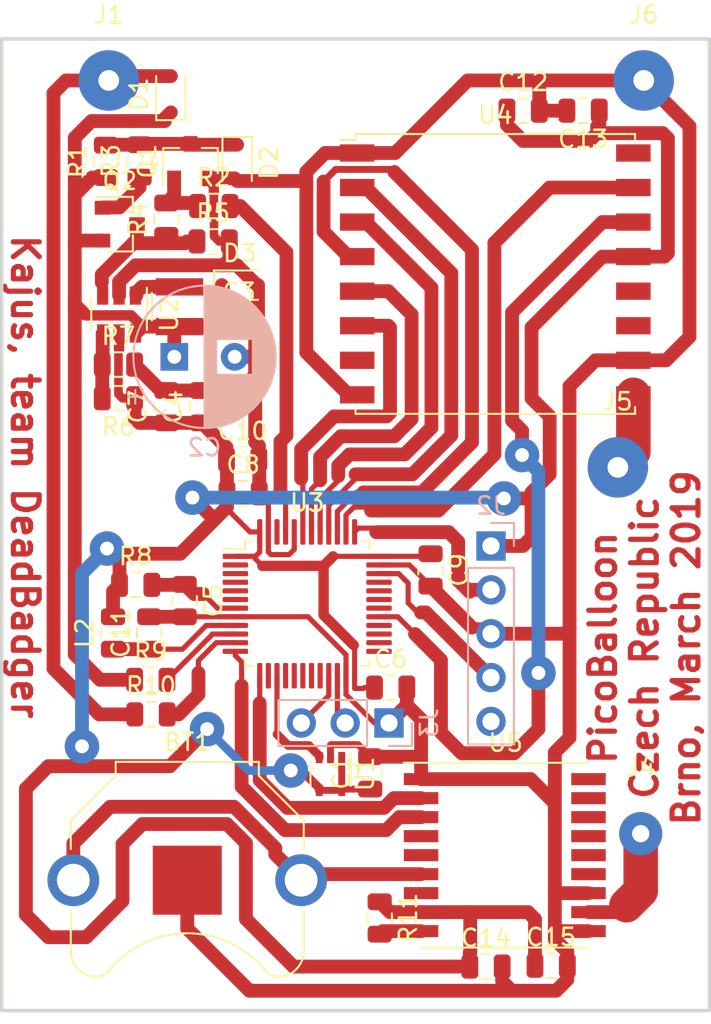
<source format=kicad_pcb>
(kicad_pcb (version 20171130) (host pcbnew 5.0.1)

  (general
    (thickness 1.6)
    (drawings 10)
    (tracks 465)
    (zones 0)
    (modules 45)
    (nets 34)
  )

  (page A4)
  (title_block
    (title "Picoballoon probe")
    (rev 0.1)
    (company "Jakub Kaderka")
    (comment 1 "Intended for PCB diy manufacture - single sided design")
  )

  (layers
    (0 F.Cu signal)
    (31 B.Cu signal)
    (32 B.Adhes user)
    (33 F.Adhes user)
    (34 B.Paste user)
    (35 F.Paste user)
    (36 B.SilkS user)
    (37 F.SilkS user)
    (38 B.Mask user)
    (39 F.Mask user)
    (40 Dwgs.User user)
    (41 Cmts.User user)
    (42 Eco1.User user)
    (43 Eco2.User user)
    (44 Edge.Cuts user)
    (45 Margin user)
    (46 B.CrtYd user)
    (47 F.CrtYd user)
    (48 B.Fab user)
    (49 F.Fab user)
  )

  (setup
    (last_trace_width 0.8)
    (user_trace_width 0.3)
    (user_trace_width 0.4)
    (user_trace_width 0.5)
    (user_trace_width 0.6)
    (user_trace_width 0.8)
    (user_trace_width 1)
    (user_trace_width 2)
    (trace_clearance 0.2)
    (zone_clearance 0.508)
    (zone_45_only no)
    (trace_min 0.2)
    (segment_width 0.2)
    (edge_width 0.15)
    (via_size 0.8)
    (via_drill 0.4)
    (via_min_size 0.4)
    (via_min_drill 0.3)
    (user_via 2 0.8)
    (uvia_size 0.3)
    (uvia_drill 0.1)
    (uvias_allowed no)
    (uvia_min_size 0.2)
    (uvia_min_drill 0.1)
    (pcb_text_width 0.3)
    (pcb_text_size 1.5 1.5)
    (mod_edge_width 0.15)
    (mod_text_size 1 1)
    (mod_text_width 0.15)
    (pad_size 2.5 2.5)
    (pad_drill 1)
    (pad_to_mask_clearance 0.051)
    (solder_mask_min_width 0.25)
    (aux_axis_origin 0 0)
    (visible_elements FFFFFF7F)
    (pcbplotparams
      (layerselection 0x010fc_ffffffff)
      (usegerberextensions false)
      (usegerberattributes false)
      (usegerberadvancedattributes false)
      (creategerberjobfile false)
      (excludeedgelayer true)
      (linewidth 0.100000)
      (plotframeref false)
      (viasonmask false)
      (mode 1)
      (useauxorigin false)
      (hpglpennumber 1)
      (hpglpenspeed 20)
      (hpglpendiameter 15.000000)
      (psnegative false)
      (psa4output false)
      (plotreference true)
      (plotvalue true)
      (plotinvisibletext false)
      (padsonsilk false)
      (subtractmaskfromsilk false)
      (outputformat 1)
      (mirror false)
      (drillshape 1)
      (scaleselection 1)
      (outputdirectory ""))
  )

  (net 0 "")
  (net 1 "Net-(BT1-Pad1)")
  (net 2 GND)
  (net 3 +3V3)
  (net 4 VCC)
  (net 5 /RESET)
  (net 6 "Net-(C11-Pad1)")
  (net 7 /SOLAR_VOLT)
  (net 8 "Net-(D2-Pad1)")
  (net 9 /SWCLK)
  (net 10 /SWDIO)
  (net 11 /DEBUG_RX)
  (net 12 /DEBUG_TX)
  (net 13 "Net-(J4-Pad1)")
  (net 14 "Net-(J5-Pad1)")
  (net 15 "Net-(L1-Pad2)")
  (net 16 "Net-(Q1-Pad1)")
  (net 17 "Net-(Q2-Pad1)")
  (net 18 "Net-(Q2-Pad3)")
  (net 19 /LATCH_RESET)
  (net 20 "Net-(R6-Pad2)")
  (net 21 "Net-(R9-Pad2)")
  (net 22 "Net-(R10-Pad2)")
  (net 23 /TEMP_AD)
  (net 24 /GPS_RX)
  (net 25 /GPS_TX)
  (net 26 /SCK)
  (net 27 /MISO)
  (net 28 /MOSI)
  (net 29 /RF_CS)
  (net 30 /RF_RESET)
  (net 31 /DIO0)
  (net 32 /DIO1)
  (net 33 "Net-(R11-Pad2)")

  (net_class Default "Toto je výchozí třída sítě."
    (clearance 0.2)
    (trace_width 0.25)
    (via_dia 0.8)
    (via_drill 0.4)
    (uvia_dia 0.3)
    (uvia_drill 0.1)
    (add_net +3V3)
    (add_net /DEBUG_RX)
    (add_net /DEBUG_TX)
    (add_net /DIO0)
    (add_net /DIO1)
    (add_net /GPS_RX)
    (add_net /GPS_TX)
    (add_net /LATCH_RESET)
    (add_net /MISO)
    (add_net /MOSI)
    (add_net /RESET)
    (add_net /RF_CS)
    (add_net /RF_RESET)
    (add_net /SCK)
    (add_net /SOLAR_VOLT)
    (add_net /SWCLK)
    (add_net /SWDIO)
    (add_net /TEMP_AD)
    (add_net GND)
    (add_net "Net-(BT1-Pad1)")
    (add_net "Net-(C11-Pad1)")
    (add_net "Net-(D2-Pad1)")
    (add_net "Net-(J4-Pad1)")
    (add_net "Net-(J5-Pad1)")
    (add_net "Net-(L1-Pad2)")
    (add_net "Net-(Q1-Pad1)")
    (add_net "Net-(Q2-Pad1)")
    (add_net "Net-(Q2-Pad3)")
    (add_net "Net-(R10-Pad2)")
    (add_net "Net-(R11-Pad2)")
    (add_net "Net-(R6-Pad2)")
    (add_net "Net-(R9-Pad2)")
    (add_net VCC)
  )

  (module Battery:BatteryHolder_Keystone_3001_1x12mm (layer F.Cu) (tedit 58972363) (tstamp 5C611F5C)
    (at 205.75 139.75)
    (descr http://www.keyelco.com/product-pdf.cfm?p=778)
    (tags "Keystone type 3001 coin cell retainer")
    (path /5C5EDAE9)
    (fp_text reference BT1 (at 0 -8) (layer F.SilkS)
      (effects (font (size 1 1) (thickness 0.15)))
    )
    (fp_text value 3V (at 0 7.5) (layer F.Fab)
      (effects (font (size 1 1) (thickness 0.15)))
    )
    (fp_text user %R (at 0 0) (layer F.Fab)
      (effects (font (size 1 1) (thickness 0.15)))
    )
    (fp_arc (start 0 0) (end 0 6.75) (angle 36.6) (layer F.CrtYd) (width 0.05))
    (fp_arc (start 0.11 9.15) (end 4.22 5.65) (angle -3.1) (layer F.CrtYd) (width 0.05))
    (fp_arc (start 0.11 9.15) (end -4.22 5.65) (angle 3.1) (layer F.CrtYd) (width 0.05))
    (fp_arc (start 0 0) (end 0 6.75) (angle -36.6) (layer F.CrtYd) (width 0.05))
    (fp_arc (start 5.25 4.1) (end 5.3 6.1) (angle -90) (layer F.CrtYd) (width 0.05))
    (fp_arc (start 5.29 4.6) (end 4.22 5.65) (angle -54.1) (layer F.CrtYd) (width 0.05))
    (fp_arc (start -5.29 4.6) (end -4.22 5.65) (angle 54.1) (layer F.CrtYd) (width 0.05))
    (fp_arc (start 6.6 0) (end 7.25 1.95) (angle -143) (layer F.CrtYd) (width 0.05))
    (fp_arc (start -6.6 0) (end -7.25 1.95) (angle 143) (layer F.CrtYd) (width 0.05))
    (fp_circle (center 0 0) (end 0 6.25) (layer Dwgs.User) (width 0.15))
    (fp_arc (start 5.29 4.6) (end 4.5 5.2) (angle -60) (layer F.SilkS) (width 0.12))
    (fp_arc (start -5.29 4.6) (end -4.5 5.2) (angle 60) (layer F.SilkS) (width 0.12))
    (fp_arc (start 0 8.9) (end -4.5 5.2) (angle 101) (layer F.SilkS) (width 0.12))
    (fp_arc (start 5.29 4.6) (end 4.6 5.1) (angle -60) (layer F.Fab) (width 0.1))
    (fp_arc (start -5.29 4.6) (end -4.6 5.1) (angle 60) (layer F.Fab) (width 0.1))
    (fp_arc (start 0 8.9) (end -4.6 5.1) (angle 101) (layer F.Fab) (width 0.1))
    (fp_arc (start 5.25 4.1) (end 5.3 5.6) (angle -90) (layer F.SilkS) (width 0.12))
    (fp_arc (start -5.25 4.1) (end -5.3 5.6) (angle 90) (layer F.SilkS) (width 0.12))
    (fp_arc (start -5.25 4.1) (end -5.3 6.1) (angle 90) (layer F.CrtYd) (width 0.05))
    (fp_line (start -7.25 1.95) (end -7.25 4.1) (layer F.CrtYd) (width 0.05))
    (fp_line (start 7.25 1.95) (end 7.25 4.1) (layer F.CrtYd) (width 0.05))
    (fp_line (start 6.75 1.8) (end 6.75 4.1) (layer F.SilkS) (width 0.12))
    (fp_line (start -6.75 1.8) (end -6.75 4.1) (layer F.SilkS) (width 0.12))
    (fp_arc (start 5.25 4.1) (end 5.3 5.45) (angle -90) (layer F.Fab) (width 0.1))
    (fp_line (start 7.25 -1.95) (end 7.25 -3.8) (layer F.CrtYd) (width 0.05))
    (fp_line (start 7.25 -3.8) (end 4.65 -6.4) (layer F.CrtYd) (width 0.05))
    (fp_line (start 4.65 -6.4) (end 4.65 -7.35) (layer F.CrtYd) (width 0.05))
    (fp_line (start -4.65 -7.35) (end 4.65 -7.35) (layer F.CrtYd) (width 0.05))
    (fp_line (start -4.65 -6.4) (end -4.65 -7.35) (layer F.CrtYd) (width 0.05))
    (fp_line (start -7.25 -3.8) (end -4.65 -6.4) (layer F.CrtYd) (width 0.05))
    (fp_line (start -7.25 -1.95) (end -7.25 -3.8) (layer F.CrtYd) (width 0.05))
    (fp_line (start -6.75 -1.8) (end -6.75 -3.45) (layer F.SilkS) (width 0.12))
    (fp_line (start -6.75 -3.45) (end -4.15 -6.05) (layer F.SilkS) (width 0.12))
    (fp_line (start -4.15 -6.05) (end -4.15 -6.85) (layer F.SilkS) (width 0.12))
    (fp_line (start -4.15 -6.85) (end 4.15 -6.85) (layer F.SilkS) (width 0.12))
    (fp_line (start 4.15 -6.85) (end 4.15 -6.05) (layer F.SilkS) (width 0.12))
    (fp_line (start 4.15 -6.05) (end 6.75 -3.45) (layer F.SilkS) (width 0.12))
    (fp_line (start 6.75 -3.45) (end 6.75 -1.8) (layer F.SilkS) (width 0.12))
    (fp_arc (start -5.25 4.1) (end -5.3 5.45) (angle 90) (layer F.Fab) (width 0.1))
    (fp_line (start 6.6 -3.4) (end 6.6 4.1) (layer F.Fab) (width 0.1))
    (fp_line (start -6.6 -3.4) (end -6.6 4.1) (layer F.Fab) (width 0.1))
    (fp_line (start 4 -6) (end 6.6 -3.4) (layer F.Fab) (width 0.1))
    (fp_line (start -4 -6) (end -6.6 -3.4) (layer F.Fab) (width 0.1))
    (fp_line (start 4 -6.7) (end 4 -6) (layer F.Fab) (width 0.1))
    (fp_line (start -4 -6.7) (end -4 -6) (layer F.Fab) (width 0.1))
    (fp_line (start -4 -6.7) (end 4 -6.7) (layer F.Fab) (width 0.1))
    (pad 1 thru_hole circle (at -6.6 0) (size 3 3) (drill 1.9) (layers *.Cu *.Mask)
      (net 1 "Net-(BT1-Pad1)"))
    (pad 1 thru_hole circle (at 6.6 0) (size 3 3) (drill 1.9) (layers *.Cu *.Mask)
      (net 1 "Net-(BT1-Pad1)"))
    (pad 2 smd rect (at 0 0) (size 4 4) (layers F.Cu F.Mask)
      (net 2 GND))
    (model ${KISYS3DMOD}/Battery.3dshapes/BatteryHolder_Keystone_3001_1x12mm.wrl
      (at (xyz 0 0 0))
      (scale (xyz 1 1 1))
      (rotate (xyz 0 0 0))
    )
  )

  (module Capacitor_SMD:C_0805_2012Metric (layer F.Cu) (tedit 5B36C52B) (tstamp 5C611F6D)
    (at 216.35 133.5375 90)
    (descr "Capacitor SMD 0805 (2012 Metric), square (rectangular) end terminal, IPC_7351 nominal, (Body size source: https://docs.google.com/spreadsheets/d/1BsfQQcO9C6DZCsRaXUlFlo91Tg2WpOkGARC1WS5S8t0/edit?usp=sharing), generated with kicad-footprint-generator")
    (tags capacitor)
    (path /5C76E4B8)
    (attr smd)
    (fp_text reference C1 (at 0 -1.65 90) (layer F.SilkS)
      (effects (font (size 1 1) (thickness 0.15)))
    )
    (fp_text value 100n (at 0 1.65 90) (layer F.Fab)
      (effects (font (size 1 1) (thickness 0.15)))
    )
    (fp_text user %R (at 0 0 90) (layer F.Fab)
      (effects (font (size 0.5 0.5) (thickness 0.08)))
    )
    (fp_line (start 1.68 0.95) (end -1.68 0.95) (layer F.CrtYd) (width 0.05))
    (fp_line (start 1.68 -0.95) (end 1.68 0.95) (layer F.CrtYd) (width 0.05))
    (fp_line (start -1.68 -0.95) (end 1.68 -0.95) (layer F.CrtYd) (width 0.05))
    (fp_line (start -1.68 0.95) (end -1.68 -0.95) (layer F.CrtYd) (width 0.05))
    (fp_line (start -0.258578 0.71) (end 0.258578 0.71) (layer F.SilkS) (width 0.12))
    (fp_line (start -0.258578 -0.71) (end 0.258578 -0.71) (layer F.SilkS) (width 0.12))
    (fp_line (start 1 0.6) (end -1 0.6) (layer F.Fab) (width 0.1))
    (fp_line (start 1 -0.6) (end 1 0.6) (layer F.Fab) (width 0.1))
    (fp_line (start -1 -0.6) (end 1 -0.6) (layer F.Fab) (width 0.1))
    (fp_line (start -1 0.6) (end -1 -0.6) (layer F.Fab) (width 0.1))
    (pad 2 smd roundrect (at 0.9375 0 90) (size 0.975 1.4) (layers F.Cu F.Paste F.Mask) (roundrect_rratio 0.25)
      (net 2 GND))
    (pad 1 smd roundrect (at -0.9375 0 90) (size 0.975 1.4) (layers F.Cu F.Paste F.Mask) (roundrect_rratio 0.25)
      (net 3 +3V3))
    (model ${KISYS3DMOD}/Capacitor_SMD.3dshapes/C_0805_2012Metric.wrl
      (at (xyz 0 0 0))
      (scale (xyz 1 1 1))
      (rotate (xyz 0 0 0))
    )
  )

  (module Capacitor_THT:CP_Radial_D8.0mm_P3.50mm (layer B.Cu) (tedit 5AE50EF0) (tstamp 5C612016)
    (at 205 109.45)
    (descr "CP, Radial series, Radial, pin pitch=3.50mm, , diameter=8mm, Electrolytic Capacitor")
    (tags "CP Radial series Radial pin pitch 3.50mm  diameter 8mm Electrolytic Capacitor")
    (path /5C478CDB)
    (fp_text reference C2 (at 1.75 5.25) (layer B.SilkS)
      (effects (font (size 1 1) (thickness 0.15)) (justify mirror))
    )
    (fp_text value CP (at 1.75 -5.25) (layer B.Fab)
      (effects (font (size 1 1) (thickness 0.15)) (justify mirror))
    )
    (fp_circle (center 1.75 0) (end 5.75 0) (layer B.Fab) (width 0.1))
    (fp_circle (center 1.75 0) (end 5.87 0) (layer B.SilkS) (width 0.12))
    (fp_circle (center 1.75 0) (end 6 0) (layer B.CrtYd) (width 0.05))
    (fp_line (start -1.676759 1.7475) (end -0.876759 1.7475) (layer B.Fab) (width 0.1))
    (fp_line (start -1.276759 2.1475) (end -1.276759 1.3475) (layer B.Fab) (width 0.1))
    (fp_line (start 1.75 4.08) (end 1.75 -4.08) (layer B.SilkS) (width 0.12))
    (fp_line (start 1.79 4.08) (end 1.79 -4.08) (layer B.SilkS) (width 0.12))
    (fp_line (start 1.83 4.08) (end 1.83 -4.08) (layer B.SilkS) (width 0.12))
    (fp_line (start 1.87 4.079) (end 1.87 -4.079) (layer B.SilkS) (width 0.12))
    (fp_line (start 1.91 4.077) (end 1.91 -4.077) (layer B.SilkS) (width 0.12))
    (fp_line (start 1.95 4.076) (end 1.95 -4.076) (layer B.SilkS) (width 0.12))
    (fp_line (start 1.99 4.074) (end 1.99 -4.074) (layer B.SilkS) (width 0.12))
    (fp_line (start 2.03 4.071) (end 2.03 -4.071) (layer B.SilkS) (width 0.12))
    (fp_line (start 2.07 4.068) (end 2.07 -4.068) (layer B.SilkS) (width 0.12))
    (fp_line (start 2.11 4.065) (end 2.11 -4.065) (layer B.SilkS) (width 0.12))
    (fp_line (start 2.15 4.061) (end 2.15 -4.061) (layer B.SilkS) (width 0.12))
    (fp_line (start 2.19 4.057) (end 2.19 -4.057) (layer B.SilkS) (width 0.12))
    (fp_line (start 2.23 4.052) (end 2.23 -4.052) (layer B.SilkS) (width 0.12))
    (fp_line (start 2.27 4.048) (end 2.27 -4.048) (layer B.SilkS) (width 0.12))
    (fp_line (start 2.31 4.042) (end 2.31 -4.042) (layer B.SilkS) (width 0.12))
    (fp_line (start 2.35 4.037) (end 2.35 -4.037) (layer B.SilkS) (width 0.12))
    (fp_line (start 2.39 4.03) (end 2.39 -4.03) (layer B.SilkS) (width 0.12))
    (fp_line (start 2.43 4.024) (end 2.43 -4.024) (layer B.SilkS) (width 0.12))
    (fp_line (start 2.471 4.017) (end 2.471 1.04) (layer B.SilkS) (width 0.12))
    (fp_line (start 2.471 -1.04) (end 2.471 -4.017) (layer B.SilkS) (width 0.12))
    (fp_line (start 2.511 4.01) (end 2.511 1.04) (layer B.SilkS) (width 0.12))
    (fp_line (start 2.511 -1.04) (end 2.511 -4.01) (layer B.SilkS) (width 0.12))
    (fp_line (start 2.551 4.002) (end 2.551 1.04) (layer B.SilkS) (width 0.12))
    (fp_line (start 2.551 -1.04) (end 2.551 -4.002) (layer B.SilkS) (width 0.12))
    (fp_line (start 2.591 3.994) (end 2.591 1.04) (layer B.SilkS) (width 0.12))
    (fp_line (start 2.591 -1.04) (end 2.591 -3.994) (layer B.SilkS) (width 0.12))
    (fp_line (start 2.631 3.985) (end 2.631 1.04) (layer B.SilkS) (width 0.12))
    (fp_line (start 2.631 -1.04) (end 2.631 -3.985) (layer B.SilkS) (width 0.12))
    (fp_line (start 2.671 3.976) (end 2.671 1.04) (layer B.SilkS) (width 0.12))
    (fp_line (start 2.671 -1.04) (end 2.671 -3.976) (layer B.SilkS) (width 0.12))
    (fp_line (start 2.711 3.967) (end 2.711 1.04) (layer B.SilkS) (width 0.12))
    (fp_line (start 2.711 -1.04) (end 2.711 -3.967) (layer B.SilkS) (width 0.12))
    (fp_line (start 2.751 3.957) (end 2.751 1.04) (layer B.SilkS) (width 0.12))
    (fp_line (start 2.751 -1.04) (end 2.751 -3.957) (layer B.SilkS) (width 0.12))
    (fp_line (start 2.791 3.947) (end 2.791 1.04) (layer B.SilkS) (width 0.12))
    (fp_line (start 2.791 -1.04) (end 2.791 -3.947) (layer B.SilkS) (width 0.12))
    (fp_line (start 2.831 3.936) (end 2.831 1.04) (layer B.SilkS) (width 0.12))
    (fp_line (start 2.831 -1.04) (end 2.831 -3.936) (layer B.SilkS) (width 0.12))
    (fp_line (start 2.871 3.925) (end 2.871 1.04) (layer B.SilkS) (width 0.12))
    (fp_line (start 2.871 -1.04) (end 2.871 -3.925) (layer B.SilkS) (width 0.12))
    (fp_line (start 2.911 3.914) (end 2.911 1.04) (layer B.SilkS) (width 0.12))
    (fp_line (start 2.911 -1.04) (end 2.911 -3.914) (layer B.SilkS) (width 0.12))
    (fp_line (start 2.951 3.902) (end 2.951 1.04) (layer B.SilkS) (width 0.12))
    (fp_line (start 2.951 -1.04) (end 2.951 -3.902) (layer B.SilkS) (width 0.12))
    (fp_line (start 2.991 3.889) (end 2.991 1.04) (layer B.SilkS) (width 0.12))
    (fp_line (start 2.991 -1.04) (end 2.991 -3.889) (layer B.SilkS) (width 0.12))
    (fp_line (start 3.031 3.877) (end 3.031 1.04) (layer B.SilkS) (width 0.12))
    (fp_line (start 3.031 -1.04) (end 3.031 -3.877) (layer B.SilkS) (width 0.12))
    (fp_line (start 3.071 3.863) (end 3.071 1.04) (layer B.SilkS) (width 0.12))
    (fp_line (start 3.071 -1.04) (end 3.071 -3.863) (layer B.SilkS) (width 0.12))
    (fp_line (start 3.111 3.85) (end 3.111 1.04) (layer B.SilkS) (width 0.12))
    (fp_line (start 3.111 -1.04) (end 3.111 -3.85) (layer B.SilkS) (width 0.12))
    (fp_line (start 3.151 3.835) (end 3.151 1.04) (layer B.SilkS) (width 0.12))
    (fp_line (start 3.151 -1.04) (end 3.151 -3.835) (layer B.SilkS) (width 0.12))
    (fp_line (start 3.191 3.821) (end 3.191 1.04) (layer B.SilkS) (width 0.12))
    (fp_line (start 3.191 -1.04) (end 3.191 -3.821) (layer B.SilkS) (width 0.12))
    (fp_line (start 3.231 3.805) (end 3.231 1.04) (layer B.SilkS) (width 0.12))
    (fp_line (start 3.231 -1.04) (end 3.231 -3.805) (layer B.SilkS) (width 0.12))
    (fp_line (start 3.271 3.79) (end 3.271 1.04) (layer B.SilkS) (width 0.12))
    (fp_line (start 3.271 -1.04) (end 3.271 -3.79) (layer B.SilkS) (width 0.12))
    (fp_line (start 3.311 3.774) (end 3.311 1.04) (layer B.SilkS) (width 0.12))
    (fp_line (start 3.311 -1.04) (end 3.311 -3.774) (layer B.SilkS) (width 0.12))
    (fp_line (start 3.351 3.757) (end 3.351 1.04) (layer B.SilkS) (width 0.12))
    (fp_line (start 3.351 -1.04) (end 3.351 -3.757) (layer B.SilkS) (width 0.12))
    (fp_line (start 3.391 3.74) (end 3.391 1.04) (layer B.SilkS) (width 0.12))
    (fp_line (start 3.391 -1.04) (end 3.391 -3.74) (layer B.SilkS) (width 0.12))
    (fp_line (start 3.431 3.722) (end 3.431 1.04) (layer B.SilkS) (width 0.12))
    (fp_line (start 3.431 -1.04) (end 3.431 -3.722) (layer B.SilkS) (width 0.12))
    (fp_line (start 3.471 3.704) (end 3.471 1.04) (layer B.SilkS) (width 0.12))
    (fp_line (start 3.471 -1.04) (end 3.471 -3.704) (layer B.SilkS) (width 0.12))
    (fp_line (start 3.511 3.686) (end 3.511 1.04) (layer B.SilkS) (width 0.12))
    (fp_line (start 3.511 -1.04) (end 3.511 -3.686) (layer B.SilkS) (width 0.12))
    (fp_line (start 3.551 3.666) (end 3.551 1.04) (layer B.SilkS) (width 0.12))
    (fp_line (start 3.551 -1.04) (end 3.551 -3.666) (layer B.SilkS) (width 0.12))
    (fp_line (start 3.591 3.647) (end 3.591 1.04) (layer B.SilkS) (width 0.12))
    (fp_line (start 3.591 -1.04) (end 3.591 -3.647) (layer B.SilkS) (width 0.12))
    (fp_line (start 3.631 3.627) (end 3.631 1.04) (layer B.SilkS) (width 0.12))
    (fp_line (start 3.631 -1.04) (end 3.631 -3.627) (layer B.SilkS) (width 0.12))
    (fp_line (start 3.671 3.606) (end 3.671 1.04) (layer B.SilkS) (width 0.12))
    (fp_line (start 3.671 -1.04) (end 3.671 -3.606) (layer B.SilkS) (width 0.12))
    (fp_line (start 3.711 3.584) (end 3.711 1.04) (layer B.SilkS) (width 0.12))
    (fp_line (start 3.711 -1.04) (end 3.711 -3.584) (layer B.SilkS) (width 0.12))
    (fp_line (start 3.751 3.562) (end 3.751 1.04) (layer B.SilkS) (width 0.12))
    (fp_line (start 3.751 -1.04) (end 3.751 -3.562) (layer B.SilkS) (width 0.12))
    (fp_line (start 3.791 3.54) (end 3.791 1.04) (layer B.SilkS) (width 0.12))
    (fp_line (start 3.791 -1.04) (end 3.791 -3.54) (layer B.SilkS) (width 0.12))
    (fp_line (start 3.831 3.517) (end 3.831 1.04) (layer B.SilkS) (width 0.12))
    (fp_line (start 3.831 -1.04) (end 3.831 -3.517) (layer B.SilkS) (width 0.12))
    (fp_line (start 3.871 3.493) (end 3.871 1.04) (layer B.SilkS) (width 0.12))
    (fp_line (start 3.871 -1.04) (end 3.871 -3.493) (layer B.SilkS) (width 0.12))
    (fp_line (start 3.911 3.469) (end 3.911 1.04) (layer B.SilkS) (width 0.12))
    (fp_line (start 3.911 -1.04) (end 3.911 -3.469) (layer B.SilkS) (width 0.12))
    (fp_line (start 3.951 3.444) (end 3.951 1.04) (layer B.SilkS) (width 0.12))
    (fp_line (start 3.951 -1.04) (end 3.951 -3.444) (layer B.SilkS) (width 0.12))
    (fp_line (start 3.991 3.418) (end 3.991 1.04) (layer B.SilkS) (width 0.12))
    (fp_line (start 3.991 -1.04) (end 3.991 -3.418) (layer B.SilkS) (width 0.12))
    (fp_line (start 4.031 3.392) (end 4.031 1.04) (layer B.SilkS) (width 0.12))
    (fp_line (start 4.031 -1.04) (end 4.031 -3.392) (layer B.SilkS) (width 0.12))
    (fp_line (start 4.071 3.365) (end 4.071 1.04) (layer B.SilkS) (width 0.12))
    (fp_line (start 4.071 -1.04) (end 4.071 -3.365) (layer B.SilkS) (width 0.12))
    (fp_line (start 4.111 3.338) (end 4.111 1.04) (layer B.SilkS) (width 0.12))
    (fp_line (start 4.111 -1.04) (end 4.111 -3.338) (layer B.SilkS) (width 0.12))
    (fp_line (start 4.151 3.309) (end 4.151 1.04) (layer B.SilkS) (width 0.12))
    (fp_line (start 4.151 -1.04) (end 4.151 -3.309) (layer B.SilkS) (width 0.12))
    (fp_line (start 4.191 3.28) (end 4.191 1.04) (layer B.SilkS) (width 0.12))
    (fp_line (start 4.191 -1.04) (end 4.191 -3.28) (layer B.SilkS) (width 0.12))
    (fp_line (start 4.231 3.25) (end 4.231 1.04) (layer B.SilkS) (width 0.12))
    (fp_line (start 4.231 -1.04) (end 4.231 -3.25) (layer B.SilkS) (width 0.12))
    (fp_line (start 4.271 3.22) (end 4.271 1.04) (layer B.SilkS) (width 0.12))
    (fp_line (start 4.271 -1.04) (end 4.271 -3.22) (layer B.SilkS) (width 0.12))
    (fp_line (start 4.311 3.189) (end 4.311 1.04) (layer B.SilkS) (width 0.12))
    (fp_line (start 4.311 -1.04) (end 4.311 -3.189) (layer B.SilkS) (width 0.12))
    (fp_line (start 4.351 3.156) (end 4.351 1.04) (layer B.SilkS) (width 0.12))
    (fp_line (start 4.351 -1.04) (end 4.351 -3.156) (layer B.SilkS) (width 0.12))
    (fp_line (start 4.391 3.124) (end 4.391 1.04) (layer B.SilkS) (width 0.12))
    (fp_line (start 4.391 -1.04) (end 4.391 -3.124) (layer B.SilkS) (width 0.12))
    (fp_line (start 4.431 3.09) (end 4.431 1.04) (layer B.SilkS) (width 0.12))
    (fp_line (start 4.431 -1.04) (end 4.431 -3.09) (layer B.SilkS) (width 0.12))
    (fp_line (start 4.471 3.055) (end 4.471 1.04) (layer B.SilkS) (width 0.12))
    (fp_line (start 4.471 -1.04) (end 4.471 -3.055) (layer B.SilkS) (width 0.12))
    (fp_line (start 4.511 3.019) (end 4.511 1.04) (layer B.SilkS) (width 0.12))
    (fp_line (start 4.511 -1.04) (end 4.511 -3.019) (layer B.SilkS) (width 0.12))
    (fp_line (start 4.551 2.983) (end 4.551 -2.983) (layer B.SilkS) (width 0.12))
    (fp_line (start 4.591 2.945) (end 4.591 -2.945) (layer B.SilkS) (width 0.12))
    (fp_line (start 4.631 2.907) (end 4.631 -2.907) (layer B.SilkS) (width 0.12))
    (fp_line (start 4.671 2.867) (end 4.671 -2.867) (layer B.SilkS) (width 0.12))
    (fp_line (start 4.711 2.826) (end 4.711 -2.826) (layer B.SilkS) (width 0.12))
    (fp_line (start 4.751 2.784) (end 4.751 -2.784) (layer B.SilkS) (width 0.12))
    (fp_line (start 4.791 2.741) (end 4.791 -2.741) (layer B.SilkS) (width 0.12))
    (fp_line (start 4.831 2.697) (end 4.831 -2.697) (layer B.SilkS) (width 0.12))
    (fp_line (start 4.871 2.651) (end 4.871 -2.651) (layer B.SilkS) (width 0.12))
    (fp_line (start 4.911 2.604) (end 4.911 -2.604) (layer B.SilkS) (width 0.12))
    (fp_line (start 4.951 2.556) (end 4.951 -2.556) (layer B.SilkS) (width 0.12))
    (fp_line (start 4.991 2.505) (end 4.991 -2.505) (layer B.SilkS) (width 0.12))
    (fp_line (start 5.031 2.454) (end 5.031 -2.454) (layer B.SilkS) (width 0.12))
    (fp_line (start 5.071 2.4) (end 5.071 -2.4) (layer B.SilkS) (width 0.12))
    (fp_line (start 5.111 2.345) (end 5.111 -2.345) (layer B.SilkS) (width 0.12))
    (fp_line (start 5.151 2.287) (end 5.151 -2.287) (layer B.SilkS) (width 0.12))
    (fp_line (start 5.191 2.228) (end 5.191 -2.228) (layer B.SilkS) (width 0.12))
    (fp_line (start 5.231 2.166) (end 5.231 -2.166) (layer B.SilkS) (width 0.12))
    (fp_line (start 5.271 2.102) (end 5.271 -2.102) (layer B.SilkS) (width 0.12))
    (fp_line (start 5.311 2.034) (end 5.311 -2.034) (layer B.SilkS) (width 0.12))
    (fp_line (start 5.351 1.964) (end 5.351 -1.964) (layer B.SilkS) (width 0.12))
    (fp_line (start 5.391 1.89) (end 5.391 -1.89) (layer B.SilkS) (width 0.12))
    (fp_line (start 5.431 1.813) (end 5.431 -1.813) (layer B.SilkS) (width 0.12))
    (fp_line (start 5.471 1.731) (end 5.471 -1.731) (layer B.SilkS) (width 0.12))
    (fp_line (start 5.511 1.645) (end 5.511 -1.645) (layer B.SilkS) (width 0.12))
    (fp_line (start 5.551 1.552) (end 5.551 -1.552) (layer B.SilkS) (width 0.12))
    (fp_line (start 5.591 1.453) (end 5.591 -1.453) (layer B.SilkS) (width 0.12))
    (fp_line (start 5.631 1.346) (end 5.631 -1.346) (layer B.SilkS) (width 0.12))
    (fp_line (start 5.671 1.229) (end 5.671 -1.229) (layer B.SilkS) (width 0.12))
    (fp_line (start 5.711 1.098) (end 5.711 -1.098) (layer B.SilkS) (width 0.12))
    (fp_line (start 5.751 0.948) (end 5.751 -0.948) (layer B.SilkS) (width 0.12))
    (fp_line (start 5.791 0.768) (end 5.791 -0.768) (layer B.SilkS) (width 0.12))
    (fp_line (start 5.831 0.533) (end 5.831 -0.533) (layer B.SilkS) (width 0.12))
    (fp_line (start -2.659698 2.315) (end -1.859698 2.315) (layer B.SilkS) (width 0.12))
    (fp_line (start -2.259698 2.715) (end -2.259698 1.915) (layer B.SilkS) (width 0.12))
    (fp_text user %R (at 1.75 0) (layer B.Fab)
      (effects (font (size 1 1) (thickness 0.15)) (justify mirror))
    )
    (pad 1 thru_hole rect (at 0 0) (size 1.6 1.6) (drill 0.8) (layers *.Cu *.Mask)
      (net 4 VCC))
    (pad 2 thru_hole circle (at 3.5 0) (size 1.6 1.6) (drill 0.8) (layers *.Cu *.Mask)
      (net 2 GND))
    (model ${KISYS3DMOD}/Capacitor_THT.3dshapes/CP_Radial_D8.0mm_P3.50mm.wrl
      (at (xyz 0 0 0))
      (scale (xyz 1 1 1))
      (rotate (xyz 0 0 0))
    )
  )

  (module Capacitor_SMD:C_0805_2012Metric (layer F.Cu) (tedit 5B36C52B) (tstamp 5C612027)
    (at 208.75 107.35)
    (descr "Capacitor SMD 0805 (2012 Metric), square (rectangular) end terminal, IPC_7351 nominal, (Body size source: https://docs.google.com/spreadsheets/d/1BsfQQcO9C6DZCsRaXUlFlo91Tg2WpOkGARC1WS5S8t0/edit?usp=sharing), generated with kicad-footprint-generator")
    (tags capacitor)
    (path /5C53963F)
    (attr smd)
    (fp_text reference C3 (at 0 -1.65) (layer F.SilkS)
      (effects (font (size 1 1) (thickness 0.15)))
    )
    (fp_text value 100n (at 0 1.65) (layer F.Fab)
      (effects (font (size 1 1) (thickness 0.15)))
    )
    (fp_text user %R (at 0 0) (layer F.Fab)
      (effects (font (size 0.5 0.5) (thickness 0.08)))
    )
    (fp_line (start 1.68 0.95) (end -1.68 0.95) (layer F.CrtYd) (width 0.05))
    (fp_line (start 1.68 -0.95) (end 1.68 0.95) (layer F.CrtYd) (width 0.05))
    (fp_line (start -1.68 -0.95) (end 1.68 -0.95) (layer F.CrtYd) (width 0.05))
    (fp_line (start -1.68 0.95) (end -1.68 -0.95) (layer F.CrtYd) (width 0.05))
    (fp_line (start -0.258578 0.71) (end 0.258578 0.71) (layer F.SilkS) (width 0.12))
    (fp_line (start -0.258578 -0.71) (end 0.258578 -0.71) (layer F.SilkS) (width 0.12))
    (fp_line (start 1 0.6) (end -1 0.6) (layer F.Fab) (width 0.1))
    (fp_line (start 1 -0.6) (end 1 0.6) (layer F.Fab) (width 0.1))
    (fp_line (start -1 -0.6) (end 1 -0.6) (layer F.Fab) (width 0.1))
    (fp_line (start -1 0.6) (end -1 -0.6) (layer F.Fab) (width 0.1))
    (pad 2 smd roundrect (at 0.9375 0) (size 0.975 1.4) (layers F.Cu F.Paste F.Mask) (roundrect_rratio 0.25)
      (net 2 GND))
    (pad 1 smd roundrect (at -0.9375 0) (size 0.975 1.4) (layers F.Cu F.Paste F.Mask) (roundrect_rratio 0.25)
      (net 4 VCC))
    (model ${KISYS3DMOD}/Capacitor_SMD.3dshapes/C_0805_2012Metric.wrl
      (at (xyz 0 0 0))
      (scale (xyz 1 1 1))
      (rotate (xyz 0 0 0))
    )
  )

  (module Capacitor_SMD:C_0805_2012Metric (layer F.Cu) (tedit 5B36C52B) (tstamp 5C612038)
    (at 206.6 112.3375 90)
    (descr "Capacitor SMD 0805 (2012 Metric), square (rectangular) end terminal, IPC_7351 nominal, (Body size source: https://docs.google.com/spreadsheets/d/1BsfQQcO9C6DZCsRaXUlFlo91Tg2WpOkGARC1WS5S8t0/edit?usp=sharing), generated with kicad-footprint-generator")
    (tags capacitor)
    (path /5C53E2F2)
    (attr smd)
    (fp_text reference C4 (at 0 -1.65 90) (layer F.SilkS)
      (effects (font (size 1 1) (thickness 0.15)))
    )
    (fp_text value 10n (at 0 1.65 90) (layer F.Fab)
      (effects (font (size 1 1) (thickness 0.15)))
    )
    (fp_line (start -1 0.6) (end -1 -0.6) (layer F.Fab) (width 0.1))
    (fp_line (start -1 -0.6) (end 1 -0.6) (layer F.Fab) (width 0.1))
    (fp_line (start 1 -0.6) (end 1 0.6) (layer F.Fab) (width 0.1))
    (fp_line (start 1 0.6) (end -1 0.6) (layer F.Fab) (width 0.1))
    (fp_line (start -0.258578 -0.71) (end 0.258578 -0.71) (layer F.SilkS) (width 0.12))
    (fp_line (start -0.258578 0.71) (end 0.258578 0.71) (layer F.SilkS) (width 0.12))
    (fp_line (start -1.68 0.95) (end -1.68 -0.95) (layer F.CrtYd) (width 0.05))
    (fp_line (start -1.68 -0.95) (end 1.68 -0.95) (layer F.CrtYd) (width 0.05))
    (fp_line (start 1.68 -0.95) (end 1.68 0.95) (layer F.CrtYd) (width 0.05))
    (fp_line (start 1.68 0.95) (end -1.68 0.95) (layer F.CrtYd) (width 0.05))
    (fp_text user %R (at 0 0 90) (layer F.Fab)
      (effects (font (size 0.5 0.5) (thickness 0.08)))
    )
    (pad 1 smd roundrect (at -0.9375 0 90) (size 0.975 1.4) (layers F.Cu F.Paste F.Mask) (roundrect_rratio 0.25)
      (net 3 +3V3))
    (pad 2 smd roundrect (at 0.9375 0 90) (size 0.975 1.4) (layers F.Cu F.Paste F.Mask) (roundrect_rratio 0.25)
      (net 2 GND))
    (model ${KISYS3DMOD}/Capacitor_SMD.3dshapes/C_0805_2012Metric.wrl
      (at (xyz 0 0 0))
      (scale (xyz 1 1 1))
      (rotate (xyz 0 0 0))
    )
  )

  (module Capacitor_SMD:C_0805_2012Metric (layer F.Cu) (tedit 5B36C52B) (tstamp 5C612049)
    (at 205.6 123.5625 270)
    (descr "Capacitor SMD 0805 (2012 Metric), square (rectangular) end terminal, IPC_7351 nominal, (Body size source: https://docs.google.com/spreadsheets/d/1BsfQQcO9C6DZCsRaXUlFlo91Tg2WpOkGARC1WS5S8t0/edit?usp=sharing), generated with kicad-footprint-generator")
    (tags capacitor)
    (path /5C6EC459)
    (attr smd)
    (fp_text reference C5 (at 0 -1.65 270) (layer F.SilkS)
      (effects (font (size 1 1) (thickness 0.15)))
    )
    (fp_text value 100n (at 0 1.65 270) (layer F.Fab)
      (effects (font (size 1 1) (thickness 0.15)))
    )
    (fp_text user %R (at 0 0 270) (layer F.Fab)
      (effects (font (size 0.5 0.5) (thickness 0.08)))
    )
    (fp_line (start 1.68 0.95) (end -1.68 0.95) (layer F.CrtYd) (width 0.05))
    (fp_line (start 1.68 -0.95) (end 1.68 0.95) (layer F.CrtYd) (width 0.05))
    (fp_line (start -1.68 -0.95) (end 1.68 -0.95) (layer F.CrtYd) (width 0.05))
    (fp_line (start -1.68 0.95) (end -1.68 -0.95) (layer F.CrtYd) (width 0.05))
    (fp_line (start -0.258578 0.71) (end 0.258578 0.71) (layer F.SilkS) (width 0.12))
    (fp_line (start -0.258578 -0.71) (end 0.258578 -0.71) (layer F.SilkS) (width 0.12))
    (fp_line (start 1 0.6) (end -1 0.6) (layer F.Fab) (width 0.1))
    (fp_line (start 1 -0.6) (end 1 0.6) (layer F.Fab) (width 0.1))
    (fp_line (start -1 -0.6) (end 1 -0.6) (layer F.Fab) (width 0.1))
    (fp_line (start -1 0.6) (end -1 -0.6) (layer F.Fab) (width 0.1))
    (pad 2 smd roundrect (at 0.9375 0 270) (size 0.975 1.4) (layers F.Cu F.Paste F.Mask) (roundrect_rratio 0.25)
      (net 2 GND))
    (pad 1 smd roundrect (at -0.9375 0 270) (size 0.975 1.4) (layers F.Cu F.Paste F.Mask) (roundrect_rratio 0.25)
      (net 5 /RESET))
    (model ${KISYS3DMOD}/Capacitor_SMD.3dshapes/C_0805_2012Metric.wrl
      (at (xyz 0 0 0))
      (scale (xyz 1 1 1))
      (rotate (xyz 0 0 0))
    )
  )

  (module Capacitor_SMD:C_0805_2012Metric (layer F.Cu) (tedit 5B36C52B) (tstamp 5C61205A)
    (at 217.5375 128.6)
    (descr "Capacitor SMD 0805 (2012 Metric), square (rectangular) end terminal, IPC_7351 nominal, (Body size source: https://docs.google.com/spreadsheets/d/1BsfQQcO9C6DZCsRaXUlFlo91Tg2WpOkGARC1WS5S8t0/edit?usp=sharing), generated with kicad-footprint-generator")
    (tags capacitor)
    (path /5C56FD9D)
    (attr smd)
    (fp_text reference C6 (at 0 -1.65) (layer F.SilkS)
      (effects (font (size 1 1) (thickness 0.15)))
    )
    (fp_text value 1u (at 0 1.65) (layer F.Fab)
      (effects (font (size 1 1) (thickness 0.15)))
    )
    (fp_line (start -1 0.6) (end -1 -0.6) (layer F.Fab) (width 0.1))
    (fp_line (start -1 -0.6) (end 1 -0.6) (layer F.Fab) (width 0.1))
    (fp_line (start 1 -0.6) (end 1 0.6) (layer F.Fab) (width 0.1))
    (fp_line (start 1 0.6) (end -1 0.6) (layer F.Fab) (width 0.1))
    (fp_line (start -0.258578 -0.71) (end 0.258578 -0.71) (layer F.SilkS) (width 0.12))
    (fp_line (start -0.258578 0.71) (end 0.258578 0.71) (layer F.SilkS) (width 0.12))
    (fp_line (start -1.68 0.95) (end -1.68 -0.95) (layer F.CrtYd) (width 0.05))
    (fp_line (start -1.68 -0.95) (end 1.68 -0.95) (layer F.CrtYd) (width 0.05))
    (fp_line (start 1.68 -0.95) (end 1.68 0.95) (layer F.CrtYd) (width 0.05))
    (fp_line (start 1.68 0.95) (end -1.68 0.95) (layer F.CrtYd) (width 0.05))
    (fp_text user %R (at 0 0) (layer F.Fab)
      (effects (font (size 0.5 0.5) (thickness 0.08)))
    )
    (pad 1 smd roundrect (at -0.9375 0) (size 0.975 1.4) (layers F.Cu F.Paste F.Mask) (roundrect_rratio 0.25)
      (net 3 +3V3))
    (pad 2 smd roundrect (at 0.9375 0) (size 0.975 1.4) (layers F.Cu F.Paste F.Mask) (roundrect_rratio 0.25)
      (net 2 GND))
    (model ${KISYS3DMOD}/Capacitor_SMD.3dshapes/C_0805_2012Metric.wrl
      (at (xyz 0 0 0))
      (scale (xyz 1 1 1))
      (rotate (xyz 0 0 0))
    )
  )

  (module Capacitor_SMD:C_0805_2012Metric (layer F.Cu) (tedit 5B36C52B) (tstamp 5C61206B)
    (at 204.55 112.3375 90)
    (descr "Capacitor SMD 0805 (2012 Metric), square (rectangular) end terminal, IPC_7351 nominal, (Body size source: https://docs.google.com/spreadsheets/d/1BsfQQcO9C6DZCsRaXUlFlo91Tg2WpOkGARC1WS5S8t0/edit?usp=sharing), generated with kicad-footprint-generator")
    (tags capacitor)
    (path /5C541634)
    (attr smd)
    (fp_text reference C7 (at 0 -1.65 90) (layer F.SilkS)
      (effects (font (size 1 1) (thickness 0.15)))
    )
    (fp_text value 10u (at 0 1.65 90) (layer F.Fab)
      (effects (font (size 1 1) (thickness 0.15)))
    )
    (fp_line (start -1 0.6) (end -1 -0.6) (layer F.Fab) (width 0.1))
    (fp_line (start -1 -0.6) (end 1 -0.6) (layer F.Fab) (width 0.1))
    (fp_line (start 1 -0.6) (end 1 0.6) (layer F.Fab) (width 0.1))
    (fp_line (start 1 0.6) (end -1 0.6) (layer F.Fab) (width 0.1))
    (fp_line (start -0.258578 -0.71) (end 0.258578 -0.71) (layer F.SilkS) (width 0.12))
    (fp_line (start -0.258578 0.71) (end 0.258578 0.71) (layer F.SilkS) (width 0.12))
    (fp_line (start -1.68 0.95) (end -1.68 -0.95) (layer F.CrtYd) (width 0.05))
    (fp_line (start -1.68 -0.95) (end 1.68 -0.95) (layer F.CrtYd) (width 0.05))
    (fp_line (start 1.68 -0.95) (end 1.68 0.95) (layer F.CrtYd) (width 0.05))
    (fp_line (start 1.68 0.95) (end -1.68 0.95) (layer F.CrtYd) (width 0.05))
    (fp_text user %R (at 0 0 90) (layer F.Fab)
      (effects (font (size 0.5 0.5) (thickness 0.08)))
    )
    (pad 1 smd roundrect (at -0.9375 0 90) (size 0.975 1.4) (layers F.Cu F.Paste F.Mask) (roundrect_rratio 0.25)
      (net 3 +3V3))
    (pad 2 smd roundrect (at 0.9375 0 90) (size 0.975 1.4) (layers F.Cu F.Paste F.Mask) (roundrect_rratio 0.25)
      (net 2 GND))
    (model ${KISYS3DMOD}/Capacitor_SMD.3dshapes/C_0805_2012Metric.wrl
      (at (xyz 0 0 0))
      (scale (xyz 1 1 1))
      (rotate (xyz 0 0 0))
    )
  )

  (module Capacitor_SMD:C_0805_2012Metric (layer F.Cu) (tedit 5B36C52B) (tstamp 5C61207C)
    (at 208.9875 117.35)
    (descr "Capacitor SMD 0805 (2012 Metric), square (rectangular) end terminal, IPC_7351 nominal, (Body size source: https://docs.google.com/spreadsheets/d/1BsfQQcO9C6DZCsRaXUlFlo91Tg2WpOkGARC1WS5S8t0/edit?usp=sharing), generated with kicad-footprint-generator")
    (tags capacitor)
    (path /5C56FA14)
    (attr smd)
    (fp_text reference C8 (at 0 -1.65) (layer F.SilkS)
      (effects (font (size 1 1) (thickness 0.15)))
    )
    (fp_text value 100n (at 0 1.65) (layer F.Fab)
      (effects (font (size 1 1) (thickness 0.15)))
    )
    (fp_text user %R (at 0 0) (layer F.Fab)
      (effects (font (size 0.5 0.5) (thickness 0.08)))
    )
    (fp_line (start 1.68 0.95) (end -1.68 0.95) (layer F.CrtYd) (width 0.05))
    (fp_line (start 1.68 -0.95) (end 1.68 0.95) (layer F.CrtYd) (width 0.05))
    (fp_line (start -1.68 -0.95) (end 1.68 -0.95) (layer F.CrtYd) (width 0.05))
    (fp_line (start -1.68 0.95) (end -1.68 -0.95) (layer F.CrtYd) (width 0.05))
    (fp_line (start -0.258578 0.71) (end 0.258578 0.71) (layer F.SilkS) (width 0.12))
    (fp_line (start -0.258578 -0.71) (end 0.258578 -0.71) (layer F.SilkS) (width 0.12))
    (fp_line (start 1 0.6) (end -1 0.6) (layer F.Fab) (width 0.1))
    (fp_line (start 1 -0.6) (end 1 0.6) (layer F.Fab) (width 0.1))
    (fp_line (start -1 -0.6) (end 1 -0.6) (layer F.Fab) (width 0.1))
    (fp_line (start -1 0.6) (end -1 -0.6) (layer F.Fab) (width 0.1))
    (pad 2 smd roundrect (at 0.9375 0) (size 0.975 1.4) (layers F.Cu F.Paste F.Mask) (roundrect_rratio 0.25)
      (net 2 GND))
    (pad 1 smd roundrect (at -0.9375 0) (size 0.975 1.4) (layers F.Cu F.Paste F.Mask) (roundrect_rratio 0.25)
      (net 3 +3V3))
    (model ${KISYS3DMOD}/Capacitor_SMD.3dshapes/C_0805_2012Metric.wrl
      (at (xyz 0 0 0))
      (scale (xyz 1 1 1))
      (rotate (xyz 0 0 0))
    )
  )

  (module Capacitor_SMD:C_0805_2012Metric (layer F.Cu) (tedit 5B36C52B) (tstamp 5C61208D)
    (at 219.85 121.7875 270)
    (descr "Capacitor SMD 0805 (2012 Metric), square (rectangular) end terminal, IPC_7351 nominal, (Body size source: https://docs.google.com/spreadsheets/d/1BsfQQcO9C6DZCsRaXUlFlo91Tg2WpOkGARC1WS5S8t0/edit?usp=sharing), generated with kicad-footprint-generator")
    (tags capacitor)
    (path /5C56FB22)
    (attr smd)
    (fp_text reference C9 (at 0 -1.65 270) (layer F.SilkS)
      (effects (font (size 1 1) (thickness 0.15)))
    )
    (fp_text value 100n (at 0 1.65 270) (layer F.Fab)
      (effects (font (size 1 1) (thickness 0.15)))
    )
    (fp_line (start -1 0.6) (end -1 -0.6) (layer F.Fab) (width 0.1))
    (fp_line (start -1 -0.6) (end 1 -0.6) (layer F.Fab) (width 0.1))
    (fp_line (start 1 -0.6) (end 1 0.6) (layer F.Fab) (width 0.1))
    (fp_line (start 1 0.6) (end -1 0.6) (layer F.Fab) (width 0.1))
    (fp_line (start -0.258578 -0.71) (end 0.258578 -0.71) (layer F.SilkS) (width 0.12))
    (fp_line (start -0.258578 0.71) (end 0.258578 0.71) (layer F.SilkS) (width 0.12))
    (fp_line (start -1.68 0.95) (end -1.68 -0.95) (layer F.CrtYd) (width 0.05))
    (fp_line (start -1.68 -0.95) (end 1.68 -0.95) (layer F.CrtYd) (width 0.05))
    (fp_line (start 1.68 -0.95) (end 1.68 0.95) (layer F.CrtYd) (width 0.05))
    (fp_line (start 1.68 0.95) (end -1.68 0.95) (layer F.CrtYd) (width 0.05))
    (fp_text user %R (at 0 0 270) (layer F.Fab)
      (effects (font (size 0.5 0.5) (thickness 0.08)))
    )
    (pad 1 smd roundrect (at -0.9375 0 270) (size 0.975 1.4) (layers F.Cu F.Paste F.Mask) (roundrect_rratio 0.25)
      (net 3 +3V3))
    (pad 2 smd roundrect (at 0.9375 0 270) (size 0.975 1.4) (layers F.Cu F.Paste F.Mask) (roundrect_rratio 0.25)
      (net 2 GND))
    (model ${KISYS3DMOD}/Capacitor_SMD.3dshapes/C_0805_2012Metric.wrl
      (at (xyz 0 0 0))
      (scale (xyz 1 1 1))
      (rotate (xyz 0 0 0))
    )
  )

  (module Capacitor_SMD:C_0805_2012Metric (layer F.Cu) (tedit 5B36C52B) (tstamp 5C61209E)
    (at 208.9625 115.4)
    (descr "Capacitor SMD 0805 (2012 Metric), square (rectangular) end terminal, IPC_7351 nominal, (Body size source: https://docs.google.com/spreadsheets/d/1BsfQQcO9C6DZCsRaXUlFlo91Tg2WpOkGARC1WS5S8t0/edit?usp=sharing), generated with kicad-footprint-generator")
    (tags capacitor)
    (path /5C56FBCC)
    (attr smd)
    (fp_text reference C10 (at 0 -1.65) (layer F.SilkS)
      (effects (font (size 1 1) (thickness 0.15)))
    )
    (fp_text value 100n (at 0 1.65) (layer F.Fab)
      (effects (font (size 1 1) (thickness 0.15)))
    )
    (fp_text user %R (at 0 0) (layer F.Fab)
      (effects (font (size 0.5 0.5) (thickness 0.08)))
    )
    (fp_line (start 1.68 0.95) (end -1.68 0.95) (layer F.CrtYd) (width 0.05))
    (fp_line (start 1.68 -0.95) (end 1.68 0.95) (layer F.CrtYd) (width 0.05))
    (fp_line (start -1.68 -0.95) (end 1.68 -0.95) (layer F.CrtYd) (width 0.05))
    (fp_line (start -1.68 0.95) (end -1.68 -0.95) (layer F.CrtYd) (width 0.05))
    (fp_line (start -0.258578 0.71) (end 0.258578 0.71) (layer F.SilkS) (width 0.12))
    (fp_line (start -0.258578 -0.71) (end 0.258578 -0.71) (layer F.SilkS) (width 0.12))
    (fp_line (start 1 0.6) (end -1 0.6) (layer F.Fab) (width 0.1))
    (fp_line (start 1 -0.6) (end 1 0.6) (layer F.Fab) (width 0.1))
    (fp_line (start -1 -0.6) (end 1 -0.6) (layer F.Fab) (width 0.1))
    (fp_line (start -1 0.6) (end -1 -0.6) (layer F.Fab) (width 0.1))
    (pad 2 smd roundrect (at 0.9375 0) (size 0.975 1.4) (layers F.Cu F.Paste F.Mask) (roundrect_rratio 0.25)
      (net 2 GND))
    (pad 1 smd roundrect (at -0.9375 0) (size 0.975 1.4) (layers F.Cu F.Paste F.Mask) (roundrect_rratio 0.25)
      (net 3 +3V3))
    (model ${KISYS3DMOD}/Capacitor_SMD.3dshapes/C_0805_2012Metric.wrl
      (at (xyz 0 0 0))
      (scale (xyz 1 1 1))
      (rotate (xyz 0 0 0))
    )
  )

  (module Capacitor_SMD:C_0805_2012Metric (layer F.Cu) (tedit 5B36C52B) (tstamp 5C6120AF)
    (at 203.55 125.4375 90)
    (descr "Capacitor SMD 0805 (2012 Metric), square (rectangular) end terminal, IPC_7351 nominal, (Body size source: https://docs.google.com/spreadsheets/d/1BsfQQcO9C6DZCsRaXUlFlo91Tg2WpOkGARC1WS5S8t0/edit?usp=sharing), generated with kicad-footprint-generator")
    (tags capacitor)
    (path /5C55649C)
    (attr smd)
    (fp_text reference C11 (at 0 -1.65 90) (layer F.SilkS)
      (effects (font (size 1 1) (thickness 0.15)))
    )
    (fp_text value 100n (at 0 1.65 90) (layer F.Fab)
      (effects (font (size 1 1) (thickness 0.15)))
    )
    (fp_line (start -1 0.6) (end -1 -0.6) (layer F.Fab) (width 0.1))
    (fp_line (start -1 -0.6) (end 1 -0.6) (layer F.Fab) (width 0.1))
    (fp_line (start 1 -0.6) (end 1 0.6) (layer F.Fab) (width 0.1))
    (fp_line (start 1 0.6) (end -1 0.6) (layer F.Fab) (width 0.1))
    (fp_line (start -0.258578 -0.71) (end 0.258578 -0.71) (layer F.SilkS) (width 0.12))
    (fp_line (start -0.258578 0.71) (end 0.258578 0.71) (layer F.SilkS) (width 0.12))
    (fp_line (start -1.68 0.95) (end -1.68 -0.95) (layer F.CrtYd) (width 0.05))
    (fp_line (start -1.68 -0.95) (end 1.68 -0.95) (layer F.CrtYd) (width 0.05))
    (fp_line (start 1.68 -0.95) (end 1.68 0.95) (layer F.CrtYd) (width 0.05))
    (fp_line (start 1.68 0.95) (end -1.68 0.95) (layer F.CrtYd) (width 0.05))
    (fp_text user %R (at 0 0 90) (layer F.Fab)
      (effects (font (size 0.5 0.5) (thickness 0.08)))
    )
    (pad 1 smd roundrect (at -0.9375 0 90) (size 0.975 1.4) (layers F.Cu F.Paste F.Mask) (roundrect_rratio 0.25)
      (net 6 "Net-(C11-Pad1)"))
    (pad 2 smd roundrect (at 0.9375 0 90) (size 0.975 1.4) (layers F.Cu F.Paste F.Mask) (roundrect_rratio 0.25)
      (net 2 GND))
    (model ${KISYS3DMOD}/Capacitor_SMD.3dshapes/C_0805_2012Metric.wrl
      (at (xyz 0 0 0))
      (scale (xyz 1 1 1))
      (rotate (xyz 0 0 0))
    )
  )

  (module Capacitor_SMD:C_0805_2012Metric (layer F.Cu) (tedit 5B36C52B) (tstamp 5C6120C0)
    (at 225.2125 95.2)
    (descr "Capacitor SMD 0805 (2012 Metric), square (rectangular) end terminal, IPC_7351 nominal, (Body size source: https://docs.google.com/spreadsheets/d/1BsfQQcO9C6DZCsRaXUlFlo91Tg2WpOkGARC1WS5S8t0/edit?usp=sharing), generated with kicad-footprint-generator")
    (tags capacitor)
    (path /5C5329DE)
    (attr smd)
    (fp_text reference C12 (at 0 -1.65) (layer F.SilkS)
      (effects (font (size 1 1) (thickness 0.15)))
    )
    (fp_text value 1u (at 0 1.65) (layer F.Fab)
      (effects (font (size 1 1) (thickness 0.15)))
    )
    (fp_line (start -1 0.6) (end -1 -0.6) (layer F.Fab) (width 0.1))
    (fp_line (start -1 -0.6) (end 1 -0.6) (layer F.Fab) (width 0.1))
    (fp_line (start 1 -0.6) (end 1 0.6) (layer F.Fab) (width 0.1))
    (fp_line (start 1 0.6) (end -1 0.6) (layer F.Fab) (width 0.1))
    (fp_line (start -0.258578 -0.71) (end 0.258578 -0.71) (layer F.SilkS) (width 0.12))
    (fp_line (start -0.258578 0.71) (end 0.258578 0.71) (layer F.SilkS) (width 0.12))
    (fp_line (start -1.68 0.95) (end -1.68 -0.95) (layer F.CrtYd) (width 0.05))
    (fp_line (start -1.68 -0.95) (end 1.68 -0.95) (layer F.CrtYd) (width 0.05))
    (fp_line (start 1.68 -0.95) (end 1.68 0.95) (layer F.CrtYd) (width 0.05))
    (fp_line (start 1.68 0.95) (end -1.68 0.95) (layer F.CrtYd) (width 0.05))
    (fp_text user %R (at 0 0) (layer F.Fab)
      (effects (font (size 0.5 0.5) (thickness 0.08)))
    )
    (pad 1 smd roundrect (at -0.9375 0) (size 0.975 1.4) (layers F.Cu F.Paste F.Mask) (roundrect_rratio 0.25)
      (net 3 +3V3))
    (pad 2 smd roundrect (at 0.9375 0) (size 0.975 1.4) (layers F.Cu F.Paste F.Mask) (roundrect_rratio 0.25)
      (net 2 GND))
    (model ${KISYS3DMOD}/Capacitor_SMD.3dshapes/C_0805_2012Metric.wrl
      (at (xyz 0 0 0))
      (scale (xyz 1 1 1))
      (rotate (xyz 0 0 0))
    )
  )

  (module Capacitor_SMD:C_0805_2012Metric (layer F.Cu) (tedit 5B36C52B) (tstamp 5C6120D1)
    (at 228.6875 95.2 180)
    (descr "Capacitor SMD 0805 (2012 Metric), square (rectangular) end terminal, IPC_7351 nominal, (Body size source: https://docs.google.com/spreadsheets/d/1BsfQQcO9C6DZCsRaXUlFlo91Tg2WpOkGARC1WS5S8t0/edit?usp=sharing), generated with kicad-footprint-generator")
    (tags capacitor)
    (path /5C532455)
    (attr smd)
    (fp_text reference C13 (at 0 -1.65 180) (layer F.SilkS)
      (effects (font (size 1 1) (thickness 0.15)))
    )
    (fp_text value 100n (at 0 1.65 180) (layer F.Fab)
      (effects (font (size 1 1) (thickness 0.15)))
    )
    (fp_text user %R (at 0 0 180) (layer F.Fab)
      (effects (font (size 0.5 0.5) (thickness 0.08)))
    )
    (fp_line (start 1.68 0.95) (end -1.68 0.95) (layer F.CrtYd) (width 0.05))
    (fp_line (start 1.68 -0.95) (end 1.68 0.95) (layer F.CrtYd) (width 0.05))
    (fp_line (start -1.68 -0.95) (end 1.68 -0.95) (layer F.CrtYd) (width 0.05))
    (fp_line (start -1.68 0.95) (end -1.68 -0.95) (layer F.CrtYd) (width 0.05))
    (fp_line (start -0.258578 0.71) (end 0.258578 0.71) (layer F.SilkS) (width 0.12))
    (fp_line (start -0.258578 -0.71) (end 0.258578 -0.71) (layer F.SilkS) (width 0.12))
    (fp_line (start 1 0.6) (end -1 0.6) (layer F.Fab) (width 0.1))
    (fp_line (start 1 -0.6) (end 1 0.6) (layer F.Fab) (width 0.1))
    (fp_line (start -1 -0.6) (end 1 -0.6) (layer F.Fab) (width 0.1))
    (fp_line (start -1 0.6) (end -1 -0.6) (layer F.Fab) (width 0.1))
    (pad 2 smd roundrect (at 0.9375 0 180) (size 0.975 1.4) (layers F.Cu F.Paste F.Mask) (roundrect_rratio 0.25)
      (net 2 GND))
    (pad 1 smd roundrect (at -0.9375 0 180) (size 0.975 1.4) (layers F.Cu F.Paste F.Mask) (roundrect_rratio 0.25)
      (net 3 +3V3))
    (model ${KISYS3DMOD}/Capacitor_SMD.3dshapes/C_0805_2012Metric.wrl
      (at (xyz 0 0 0))
      (scale (xyz 1 1 1))
      (rotate (xyz 0 0 0))
    )
  )

  (module Capacitor_SMD:C_0805_2012Metric (layer F.Cu) (tedit 5B36C52B) (tstamp 5C6120E2)
    (at 223.0625 144.75)
    (descr "Capacitor SMD 0805 (2012 Metric), square (rectangular) end terminal, IPC_7351 nominal, (Body size source: https://docs.google.com/spreadsheets/d/1BsfQQcO9C6DZCsRaXUlFlo91Tg2WpOkGARC1WS5S8t0/edit?usp=sharing), generated with kicad-footprint-generator")
    (tags capacitor)
    (path /5C62AA24)
    (attr smd)
    (fp_text reference C14 (at 0 -1.65) (layer F.SilkS)
      (effects (font (size 1 1) (thickness 0.15)))
    )
    (fp_text value 1u (at 0 1.65) (layer F.Fab)
      (effects (font (size 1 1) (thickness 0.15)))
    )
    (fp_line (start -1 0.6) (end -1 -0.6) (layer F.Fab) (width 0.1))
    (fp_line (start -1 -0.6) (end 1 -0.6) (layer F.Fab) (width 0.1))
    (fp_line (start 1 -0.6) (end 1 0.6) (layer F.Fab) (width 0.1))
    (fp_line (start 1 0.6) (end -1 0.6) (layer F.Fab) (width 0.1))
    (fp_line (start -0.258578 -0.71) (end 0.258578 -0.71) (layer F.SilkS) (width 0.12))
    (fp_line (start -0.258578 0.71) (end 0.258578 0.71) (layer F.SilkS) (width 0.12))
    (fp_line (start -1.68 0.95) (end -1.68 -0.95) (layer F.CrtYd) (width 0.05))
    (fp_line (start -1.68 -0.95) (end 1.68 -0.95) (layer F.CrtYd) (width 0.05))
    (fp_line (start 1.68 -0.95) (end 1.68 0.95) (layer F.CrtYd) (width 0.05))
    (fp_line (start 1.68 0.95) (end -1.68 0.95) (layer F.CrtYd) (width 0.05))
    (fp_text user %R (at 0 0) (layer F.Fab)
      (effects (font (size 0.5 0.5) (thickness 0.08)))
    )
    (pad 1 smd roundrect (at -0.9375 0) (size 0.975 1.4) (layers F.Cu F.Paste F.Mask) (roundrect_rratio 0.25)
      (net 3 +3V3))
    (pad 2 smd roundrect (at 0.9375 0) (size 0.975 1.4) (layers F.Cu F.Paste F.Mask) (roundrect_rratio 0.25)
      (net 2 GND))
    (model ${KISYS3DMOD}/Capacitor_SMD.3dshapes/C_0805_2012Metric.wrl
      (at (xyz 0 0 0))
      (scale (xyz 1 1 1))
      (rotate (xyz 0 0 0))
    )
  )

  (module Capacitor_SMD:C_0805_2012Metric (layer F.Cu) (tedit 5B36C52B) (tstamp 5C6120F3)
    (at 226.8375 144.7)
    (descr "Capacitor SMD 0805 (2012 Metric), square (rectangular) end terminal, IPC_7351 nominal, (Body size source: https://docs.google.com/spreadsheets/d/1BsfQQcO9C6DZCsRaXUlFlo91Tg2WpOkGARC1WS5S8t0/edit?usp=sharing), generated with kicad-footprint-generator")
    (tags capacitor)
    (path /5C57AC49)
    (attr smd)
    (fp_text reference C15 (at 0 -1.65) (layer F.SilkS)
      (effects (font (size 1 1) (thickness 0.15)))
    )
    (fp_text value 100n (at 0 1.65) (layer F.Fab)
      (effects (font (size 1 1) (thickness 0.15)))
    )
    (fp_text user %R (at 0 0) (layer F.Fab)
      (effects (font (size 0.5 0.5) (thickness 0.08)))
    )
    (fp_line (start 1.68 0.95) (end -1.68 0.95) (layer F.CrtYd) (width 0.05))
    (fp_line (start 1.68 -0.95) (end 1.68 0.95) (layer F.CrtYd) (width 0.05))
    (fp_line (start -1.68 -0.95) (end 1.68 -0.95) (layer F.CrtYd) (width 0.05))
    (fp_line (start -1.68 0.95) (end -1.68 -0.95) (layer F.CrtYd) (width 0.05))
    (fp_line (start -0.258578 0.71) (end 0.258578 0.71) (layer F.SilkS) (width 0.12))
    (fp_line (start -0.258578 -0.71) (end 0.258578 -0.71) (layer F.SilkS) (width 0.12))
    (fp_line (start 1 0.6) (end -1 0.6) (layer F.Fab) (width 0.1))
    (fp_line (start 1 -0.6) (end 1 0.6) (layer F.Fab) (width 0.1))
    (fp_line (start -1 -0.6) (end 1 -0.6) (layer F.Fab) (width 0.1))
    (fp_line (start -1 0.6) (end -1 -0.6) (layer F.Fab) (width 0.1))
    (pad 2 smd roundrect (at 0.9375 0) (size 0.975 1.4) (layers F.Cu F.Paste F.Mask) (roundrect_rratio 0.25)
      (net 2 GND))
    (pad 1 smd roundrect (at -0.9375 0) (size 0.975 1.4) (layers F.Cu F.Paste F.Mask) (roundrect_rratio 0.25)
      (net 3 +3V3))
    (model ${KISYS3DMOD}/Capacitor_SMD.3dshapes/C_0805_2012Metric.wrl
      (at (xyz 0 0 0))
      (scale (xyz 1 1 1))
      (rotate (xyz 0 0 0))
    )
  )

  (module Diode_SMD:D_SOD-323 (layer F.Cu) (tedit 58641739) (tstamp 5C61210B)
    (at 204.8 94.25 90)
    (descr SOD-323)
    (tags SOD-323)
    (path /5C478BA9)
    (attr smd)
    (fp_text reference D1 (at 0 -1.85 90) (layer F.SilkS)
      (effects (font (size 1 1) (thickness 0.15)))
    )
    (fp_text value BAT20J (at 0.1 1.9 90) (layer F.Fab)
      (effects (font (size 1 1) (thickness 0.15)))
    )
    (fp_text user %R (at 0 -1.85 90) (layer F.Fab)
      (effects (font (size 1 1) (thickness 0.15)))
    )
    (fp_line (start -1.5 -0.85) (end -1.5 0.85) (layer F.SilkS) (width 0.12))
    (fp_line (start 0.2 0) (end 0.45 0) (layer F.Fab) (width 0.1))
    (fp_line (start 0.2 0.35) (end -0.3 0) (layer F.Fab) (width 0.1))
    (fp_line (start 0.2 -0.35) (end 0.2 0.35) (layer F.Fab) (width 0.1))
    (fp_line (start -0.3 0) (end 0.2 -0.35) (layer F.Fab) (width 0.1))
    (fp_line (start -0.3 0) (end -0.5 0) (layer F.Fab) (width 0.1))
    (fp_line (start -0.3 -0.35) (end -0.3 0.35) (layer F.Fab) (width 0.1))
    (fp_line (start -0.9 0.7) (end -0.9 -0.7) (layer F.Fab) (width 0.1))
    (fp_line (start 0.9 0.7) (end -0.9 0.7) (layer F.Fab) (width 0.1))
    (fp_line (start 0.9 -0.7) (end 0.9 0.7) (layer F.Fab) (width 0.1))
    (fp_line (start -0.9 -0.7) (end 0.9 -0.7) (layer F.Fab) (width 0.1))
    (fp_line (start -1.6 -0.95) (end 1.6 -0.95) (layer F.CrtYd) (width 0.05))
    (fp_line (start 1.6 -0.95) (end 1.6 0.95) (layer F.CrtYd) (width 0.05))
    (fp_line (start -1.6 0.95) (end 1.6 0.95) (layer F.CrtYd) (width 0.05))
    (fp_line (start -1.6 -0.95) (end -1.6 0.95) (layer F.CrtYd) (width 0.05))
    (fp_line (start -1.5 0.85) (end 1.05 0.85) (layer F.SilkS) (width 0.12))
    (fp_line (start -1.5 -0.85) (end 1.05 -0.85) (layer F.SilkS) (width 0.12))
    (pad 1 smd rect (at -1.05 0 90) (size 0.6 0.45) (layers F.Cu F.Paste F.Mask)
      (net 4 VCC))
    (pad 2 smd rect (at 1.05 0 90) (size 0.6 0.45) (layers F.Cu F.Paste F.Mask)
      (net 7 /SOLAR_VOLT))
    (model ${KISYS3DMOD}/Diode_SMD.3dshapes/D_SOD-323.wrl
      (at (xyz 0 0 0))
      (scale (xyz 1 1 1))
      (rotate (xyz 0 0 0))
    )
  )

  (module Diode_SMD:D_SOD-323 (layer F.Cu) (tedit 58641739) (tstamp 5C612123)
    (at 208.63889 98.219701 270)
    (descr SOD-323)
    (tags SOD-323)
    (path /5C56D960)
    (attr smd)
    (fp_text reference D2 (at 0 -1.85 270) (layer F.SilkS)
      (effects (font (size 1 1) (thickness 0.15)))
    )
    (fp_text value 2v (at 0.1 1.9 270) (layer F.Fab)
      (effects (font (size 1 1) (thickness 0.15)))
    )
    (fp_text user %R (at 0 -1.85 270) (layer F.Fab)
      (effects (font (size 1 1) (thickness 0.15)))
    )
    (fp_line (start -1.5 -0.85) (end -1.5 0.85) (layer F.SilkS) (width 0.12))
    (fp_line (start 0.2 0) (end 0.45 0) (layer F.Fab) (width 0.1))
    (fp_line (start 0.2 0.35) (end -0.3 0) (layer F.Fab) (width 0.1))
    (fp_line (start 0.2 -0.35) (end 0.2 0.35) (layer F.Fab) (width 0.1))
    (fp_line (start -0.3 0) (end 0.2 -0.35) (layer F.Fab) (width 0.1))
    (fp_line (start -0.3 0) (end -0.5 0) (layer F.Fab) (width 0.1))
    (fp_line (start -0.3 -0.35) (end -0.3 0.35) (layer F.Fab) (width 0.1))
    (fp_line (start -0.9 0.7) (end -0.9 -0.7) (layer F.Fab) (width 0.1))
    (fp_line (start 0.9 0.7) (end -0.9 0.7) (layer F.Fab) (width 0.1))
    (fp_line (start 0.9 -0.7) (end 0.9 0.7) (layer F.Fab) (width 0.1))
    (fp_line (start -0.9 -0.7) (end 0.9 -0.7) (layer F.Fab) (width 0.1))
    (fp_line (start -1.6 -0.95) (end 1.6 -0.95) (layer F.CrtYd) (width 0.05))
    (fp_line (start 1.6 -0.95) (end 1.6 0.95) (layer F.CrtYd) (width 0.05))
    (fp_line (start -1.6 0.95) (end 1.6 0.95) (layer F.CrtYd) (width 0.05))
    (fp_line (start -1.6 -0.95) (end -1.6 0.95) (layer F.CrtYd) (width 0.05))
    (fp_line (start -1.5 0.85) (end 1.05 0.85) (layer F.SilkS) (width 0.12))
    (fp_line (start -1.5 -0.85) (end 1.05 -0.85) (layer F.SilkS) (width 0.12))
    (pad 1 smd rect (at -1.05 0 270) (size 0.6 0.45) (layers F.Cu F.Paste F.Mask)
      (net 8 "Net-(D2-Pad1)"))
    (pad 2 smd rect (at 1.05 0 270) (size 0.6 0.45) (layers F.Cu F.Paste F.Mask)
      (net 2 GND))
    (model ${KISYS3DMOD}/Diode_SMD.3dshapes/D_SOD-323.wrl
      (at (xyz 0 0 0))
      (scale (xyz 1 1 1))
      (rotate (xyz 0 0 0))
    )
  )

  (module Diode_SMD:D_SOD-323 (layer F.Cu) (tedit 58641739) (tstamp 5C61213B)
    (at 208.8 105.3)
    (descr SOD-323)
    (tags SOD-323)
    (path /5C478EEE)
    (attr smd)
    (fp_text reference D3 (at 0 -1.85) (layer F.SilkS)
      (effects (font (size 1 1) (thickness 0.15)))
    )
    (fp_text value 3v (at 0.1 1.9) (layer F.Fab)
      (effects (font (size 1 1) (thickness 0.15)))
    )
    (fp_line (start -1.5 -0.85) (end 1.05 -0.85) (layer F.SilkS) (width 0.12))
    (fp_line (start -1.5 0.85) (end 1.05 0.85) (layer F.SilkS) (width 0.12))
    (fp_line (start -1.6 -0.95) (end -1.6 0.95) (layer F.CrtYd) (width 0.05))
    (fp_line (start -1.6 0.95) (end 1.6 0.95) (layer F.CrtYd) (width 0.05))
    (fp_line (start 1.6 -0.95) (end 1.6 0.95) (layer F.CrtYd) (width 0.05))
    (fp_line (start -1.6 -0.95) (end 1.6 -0.95) (layer F.CrtYd) (width 0.05))
    (fp_line (start -0.9 -0.7) (end 0.9 -0.7) (layer F.Fab) (width 0.1))
    (fp_line (start 0.9 -0.7) (end 0.9 0.7) (layer F.Fab) (width 0.1))
    (fp_line (start 0.9 0.7) (end -0.9 0.7) (layer F.Fab) (width 0.1))
    (fp_line (start -0.9 0.7) (end -0.9 -0.7) (layer F.Fab) (width 0.1))
    (fp_line (start -0.3 -0.35) (end -0.3 0.35) (layer F.Fab) (width 0.1))
    (fp_line (start -0.3 0) (end -0.5 0) (layer F.Fab) (width 0.1))
    (fp_line (start -0.3 0) (end 0.2 -0.35) (layer F.Fab) (width 0.1))
    (fp_line (start 0.2 -0.35) (end 0.2 0.35) (layer F.Fab) (width 0.1))
    (fp_line (start 0.2 0.35) (end -0.3 0) (layer F.Fab) (width 0.1))
    (fp_line (start 0.2 0) (end 0.45 0) (layer F.Fab) (width 0.1))
    (fp_line (start -1.5 -0.85) (end -1.5 0.85) (layer F.SilkS) (width 0.12))
    (fp_text user %R (at 0 -1.85) (layer F.Fab)
      (effects (font (size 1 1) (thickness 0.15)))
    )
    (pad 2 smd rect (at 1.05 0) (size 0.6 0.45) (layers F.Cu F.Paste F.Mask)
      (net 2 GND))
    (pad 1 smd rect (at -1.05 0) (size 0.6 0.45) (layers F.Cu F.Paste F.Mask)
      (net 4 VCC))
    (model ${KISYS3DMOD}/Diode_SMD.3dshapes/D_SOD-323.wrl
      (at (xyz 0 0 0))
      (scale (xyz 1 1 1))
      (rotate (xyz 0 0 0))
    )
  )

  (module Connector_Wire:SolderWirePad_1x01_Drill1.2mm (layer F.Cu) (tedit 5AEE5EA7) (tstamp 5C612145)
    (at 201.2 93.45)
    (descr "Wire solder connection")
    (tags connector)
    (path /5C81060F)
    (attr virtual)
    (fp_text reference J1 (at 0 -3.81) (layer F.SilkS)
      (effects (font (size 1 1) (thickness 0.15)))
    )
    (fp_text value SOLAR+ (at 0 3.175) (layer F.Fab)
      (effects (font (size 1 1) (thickness 0.15)))
    )
    (fp_text user %R (at 0 0) (layer F.Fab)
      (effects (font (size 1 1) (thickness 0.15)))
    )
    (fp_line (start -2.25 -2.25) (end 2.25 -2.25) (layer F.CrtYd) (width 0.05))
    (fp_line (start -2.25 -2.25) (end -2.25 2.25) (layer F.CrtYd) (width 0.05))
    (fp_line (start 2.25 2.25) (end 2.25 -2.25) (layer F.CrtYd) (width 0.05))
    (fp_line (start 2.25 2.25) (end -2.25 2.25) (layer F.CrtYd) (width 0.05))
    (pad 1 thru_hole circle (at 0 0) (size 3.50012 3.50012) (drill 1.19888) (layers *.Cu *.Mask)
      (net 7 /SOLAR_VOLT))
  )

  (module Connector_Wire:SolderWirePad_1x01_Drill1.2mm (layer F.Cu) (tedit 5C573871) (tstamp 5C6121E9)
    (at 232.026374 137.056624)
    (descr "Wire solder connection")
    (tags connector)
    (path /5C6D2475)
    (attr virtual)
    (fp_text reference J4 (at 0 -3.81) (layer F.SilkS)
      (effects (font (size 1 1) (thickness 0.15)))
    )
    (fp_text value GPS_ANT (at 0 3.175) (layer F.Fab)
      (effects (font (size 1 1) (thickness 0.15)))
    )
    (fp_line (start 2.25 2.25) (end -2.25 2.25) (layer F.CrtYd) (width 0.05))
    (fp_line (start 2.25 2.25) (end 2.25 -2.25) (layer F.CrtYd) (width 0.05))
    (fp_line (start -2.25 -2.25) (end -2.25 2.25) (layer F.CrtYd) (width 0.05))
    (fp_line (start -2.25 -2.25) (end 2.25 -2.25) (layer F.CrtYd) (width 0.05))
    (fp_text user %R (at 0 0) (layer F.Fab)
      (effects (font (size 1 1) (thickness 0.15)))
    )
    (pad 1 thru_hole circle (at 0 0) (size 2.5 2.5) (drill 1) (layers *.Cu *.Mask)
      (net 13 "Net-(J4-Pad1)"))
  )

  (module Connector_Wire:SolderWirePad_1x01_Drill1.2mm (layer F.Cu) (tedit 5AEE5EA7) (tstamp 5C613D1D)
    (at 230.7 115.85)
    (descr "Wire solder connection")
    (tags connector)
    (path /5C59D03A)
    (attr virtual)
    (fp_text reference J5 (at 0 -3.81) (layer F.SilkS)
      (effects (font (size 1 1) (thickness 0.15)))
    )
    (fp_text value ANT (at 0 3.175) (layer F.Fab)
      (effects (font (size 1 1) (thickness 0.15)))
    )
    (fp_line (start 2.25 2.25) (end -2.25 2.25) (layer F.CrtYd) (width 0.05))
    (fp_line (start 2.25 2.25) (end 2.25 -2.25) (layer F.CrtYd) (width 0.05))
    (fp_line (start -2.25 -2.25) (end -2.25 2.25) (layer F.CrtYd) (width 0.05))
    (fp_line (start -2.25 -2.25) (end 2.25 -2.25) (layer F.CrtYd) (width 0.05))
    (fp_text user %R (at 0 0) (layer F.Fab)
      (effects (font (size 1 1) (thickness 0.15)))
    )
    (pad 1 thru_hole circle (at 0 0) (size 3.50012 3.50012) (drill 1.19888) (layers *.Cu *.Mask)
      (net 14 "Net-(J5-Pad1)"))
  )

  (module Connector_Wire:SolderWirePad_1x01_Drill1.2mm (layer F.Cu) (tedit 5AEE5EA7) (tstamp 5C6121FD)
    (at 232.2 93.45)
    (descr "Wire solder connection")
    (tags connector)
    (path /5C81C229)
    (attr virtual)
    (fp_text reference J6 (at 0 -3.81) (layer F.SilkS)
      (effects (font (size 1 1) (thickness 0.15)))
    )
    (fp_text value SOLAR- (at 0 3.175) (layer F.Fab)
      (effects (font (size 1 1) (thickness 0.15)))
    )
    (fp_text user %R (at 0 0) (layer F.Fab)
      (effects (font (size 1 1) (thickness 0.15)))
    )
    (fp_line (start -2.25 -2.25) (end 2.25 -2.25) (layer F.CrtYd) (width 0.05))
    (fp_line (start -2.25 -2.25) (end -2.25 2.25) (layer F.CrtYd) (width 0.05))
    (fp_line (start 2.25 2.25) (end 2.25 -2.25) (layer F.CrtYd) (width 0.05))
    (fp_line (start 2.25 2.25) (end -2.25 2.25) (layer F.CrtYd) (width 0.05))
    (pad 1 thru_hole circle (at 0 0) (size 3.50012 3.50012) (drill 1.19888) (layers *.Cu *.Mask)
      (net 2 GND))
  )

  (module Inductor_SMD:L_Abracon_ASPI-3012S (layer F.Cu) (tedit 5990349C) (tstamp 5C612216)
    (at 205.3 106.55 90)
    (descr "smd shielded power inductor http://www.abracon.com/Magnetics/power/ASPI-3012S.pdf")
    (tags "inductor abracon smd shielded")
    (path /5C53AB88)
    (attr smd)
    (fp_text reference L1 (at 0 2.6 90) (layer F.SilkS)
      (effects (font (size 1 1) (thickness 0.15)))
    )
    (fp_text value SRN2510F-4R7M (at 0 -2.7 90) (layer F.Fab)
      (effects (font (size 1 1) (thickness 0.15)))
    )
    (fp_text user %R (at 0 0 90) (layer F.Fab)
      (effects (font (size 0.7 0.7) (thickness 0.105)))
    )
    (fp_line (start 2 1.8) (end 2 -1.8) (layer F.CrtYd) (width 0.05))
    (fp_line (start -2 1.8) (end 2 1.8) (layer F.CrtYd) (width 0.05))
    (fp_line (start -2 -1.8) (end -2 1.8) (layer F.CrtYd) (width 0.05))
    (fp_line (start 2 -1.8) (end -2 -1.8) (layer F.CrtYd) (width 0.05))
    (fp_line (start -1 1.3) (end -0.8 1.5) (layer F.Fab) (width 0.1))
    (fp_line (start -1.5 1.3) (end -1 1.3) (layer F.Fab) (width 0.1))
    (fp_line (start -1.5 -1.3) (end -1.5 1.3) (layer F.Fab) (width 0.1))
    (fp_line (start -1 -1.3) (end -1.5 -1.3) (layer F.Fab) (width 0.1))
    (fp_line (start -0.8 -1.5) (end -1 -1.3) (layer F.Fab) (width 0.1))
    (fp_line (start 0.8 -1.5) (end -0.8 -1.5) (layer F.Fab) (width 0.1))
    (fp_line (start 1 -1.3) (end 0.8 -1.5) (layer F.Fab) (width 0.1))
    (fp_line (start 1.5 -1.3) (end 1 -1.3) (layer F.Fab) (width 0.1))
    (fp_line (start 1.5 1.3) (end 1.5 -1.3) (layer F.Fab) (width 0.1))
    (fp_line (start 1 1.3) (end 1.5 1.3) (layer F.Fab) (width 0.1))
    (fp_line (start 0.8 1.5) (end 1 1.3) (layer F.Fab) (width 0.1))
    (fp_line (start -0.8 1.5) (end 0.8 1.5) (layer F.Fab) (width 0.1))
    (fp_line (start -0.8 1.6) (end 0.8 1.6) (layer F.SilkS) (width 0.12))
    (fp_line (start -0.8 -1.6) (end 0.8 -1.6) (layer F.SilkS) (width 0.12))
    (pad 1 smd rect (at -1.15 0 90) (size 1 2.75) (layers F.Cu F.Paste F.Mask)
      (net 4 VCC))
    (pad 2 smd rect (at 1.15 0 90) (size 1 2.75) (layers F.Cu F.Paste F.Mask)
      (net 15 "Net-(L1-Pad2)"))
    (model ${KISYS3DMOD}/Inductor_SMD.3dshapes/L_Abracon_ASPI-3012S.wrl
      (at (xyz 0 0 0))
      (scale (xyz 1 1 1))
      (rotate (xyz 0 0 0))
    )
  )

  (module Inductor_SMD:L_0805_2012Metric (layer F.Cu) (tedit 5B36C52B) (tstamp 5C612227)
    (at 201.45 125.4375 90)
    (descr "Inductor SMD 0805 (2012 Metric), square (rectangular) end terminal, IPC_7351 nominal, (Body size source: https://docs.google.com/spreadsheets/d/1BsfQQcO9C6DZCsRaXUlFlo91Tg2WpOkGARC1WS5S8t0/edit?usp=sharing), generated with kicad-footprint-generator")
    (tags inductor)
    (path /5C551466)
    (attr smd)
    (fp_text reference L2 (at 0 -1.65 90) (layer F.SilkS)
      (effects (font (size 1 1) (thickness 0.15)))
    )
    (fp_text value BLM21AG601SN1D (at 0 1.65 90) (layer F.Fab)
      (effects (font (size 1 1) (thickness 0.15)))
    )
    (fp_line (start -1 0.6) (end -1 -0.6) (layer F.Fab) (width 0.1))
    (fp_line (start -1 -0.6) (end 1 -0.6) (layer F.Fab) (width 0.1))
    (fp_line (start 1 -0.6) (end 1 0.6) (layer F.Fab) (width 0.1))
    (fp_line (start 1 0.6) (end -1 0.6) (layer F.Fab) (width 0.1))
    (fp_line (start -0.258578 -0.71) (end 0.258578 -0.71) (layer F.SilkS) (width 0.12))
    (fp_line (start -0.258578 0.71) (end 0.258578 0.71) (layer F.SilkS) (width 0.12))
    (fp_line (start -1.68 0.95) (end -1.68 -0.95) (layer F.CrtYd) (width 0.05))
    (fp_line (start -1.68 -0.95) (end 1.68 -0.95) (layer F.CrtYd) (width 0.05))
    (fp_line (start 1.68 -0.95) (end 1.68 0.95) (layer F.CrtYd) (width 0.05))
    (fp_line (start 1.68 0.95) (end -1.68 0.95) (layer F.CrtYd) (width 0.05))
    (fp_text user %R (at 0 0 90) (layer F.Fab)
      (effects (font (size 0.5 0.5) (thickness 0.08)))
    )
    (pad 1 smd roundrect (at -0.9375 0 90) (size 0.975 1.4) (layers F.Cu F.Paste F.Mask) (roundrect_rratio 0.25)
      (net 6 "Net-(C11-Pad1)"))
    (pad 2 smd roundrect (at 0.9375 0 90) (size 0.975 1.4) (layers F.Cu F.Paste F.Mask) (roundrect_rratio 0.25)
      (net 3 +3V3))
    (model ${KISYS3DMOD}/Inductor_SMD.3dshapes/L_0805_2012Metric.wrl
      (at (xyz 0 0 0))
      (scale (xyz 1 1 1))
      (rotate (xyz 0 0 0))
    )
  )

  (module Package_TO_SOT_SMD:SOT-23 (layer F.Cu) (tedit 5A02FF57) (tstamp 5C61223C)
    (at 205.93889 98.119701 90)
    (descr "SOT-23, Standard")
    (tags SOT-23)
    (path /5C575428)
    (attr smd)
    (fp_text reference Q1 (at 0 -2.5 90) (layer F.SilkS)
      (effects (font (size 1 1) (thickness 0.15)))
    )
    (fp_text value BC847 (at 0 2.5 90) (layer F.Fab)
      (effects (font (size 1 1) (thickness 0.15)))
    )
    (fp_line (start 0.76 1.58) (end -0.7 1.58) (layer F.SilkS) (width 0.12))
    (fp_line (start 0.76 -1.58) (end -1.4 -1.58) (layer F.SilkS) (width 0.12))
    (fp_line (start -1.7 1.75) (end -1.7 -1.75) (layer F.CrtYd) (width 0.05))
    (fp_line (start 1.7 1.75) (end -1.7 1.75) (layer F.CrtYd) (width 0.05))
    (fp_line (start 1.7 -1.75) (end 1.7 1.75) (layer F.CrtYd) (width 0.05))
    (fp_line (start -1.7 -1.75) (end 1.7 -1.75) (layer F.CrtYd) (width 0.05))
    (fp_line (start 0.76 -1.58) (end 0.76 -0.65) (layer F.SilkS) (width 0.12))
    (fp_line (start 0.76 1.58) (end 0.76 0.65) (layer F.SilkS) (width 0.12))
    (fp_line (start -0.7 1.52) (end 0.7 1.52) (layer F.Fab) (width 0.1))
    (fp_line (start 0.7 -1.52) (end 0.7 1.52) (layer F.Fab) (width 0.1))
    (fp_line (start -0.7 -0.95) (end -0.15 -1.52) (layer F.Fab) (width 0.1))
    (fp_line (start -0.15 -1.52) (end 0.7 -1.52) (layer F.Fab) (width 0.1))
    (fp_line (start -0.7 -0.95) (end -0.7 1.5) (layer F.Fab) (width 0.1))
    (fp_text user %R (at 0 0 180) (layer F.Fab)
      (effects (font (size 0.5 0.5) (thickness 0.075)))
    )
    (pad 3 smd rect (at 1 0 90) (size 0.9 0.8) (layers F.Cu F.Paste F.Mask)
      (net 8 "Net-(D2-Pad1)"))
    (pad 2 smd rect (at -1 0.95 90) (size 0.9 0.8) (layers F.Cu F.Paste F.Mask)
      (net 2 GND))
    (pad 1 smd rect (at -1 -0.95 90) (size 0.9 0.8) (layers F.Cu F.Paste F.Mask)
      (net 16 "Net-(Q1-Pad1)"))
    (model ${KISYS3DMOD}/Package_TO_SOT_SMD.3dshapes/SOT-23.wrl
      (at (xyz 0 0 0))
      (scale (xyz 1 1 1))
      (rotate (xyz 0 0 0))
    )
  )

  (module Package_TO_SOT_SMD:SOT-23 (layer F.Cu) (tedit 5A02FF57) (tstamp 5C612251)
    (at 201.83889 101.769701)
    (descr "SOT-23, Standard")
    (tags SOT-23)
    (path /5C547EB5)
    (attr smd)
    (fp_text reference Q2 (at 0 -2.5) (layer F.SilkS)
      (effects (font (size 1 1) (thickness 0.15)))
    )
    (fp_text value BC857 (at 0 2.5) (layer F.Fab)
      (effects (font (size 1 1) (thickness 0.15)))
    )
    (fp_text user %R (at 0 0 90) (layer F.Fab)
      (effects (font (size 0.5 0.5) (thickness 0.075)))
    )
    (fp_line (start -0.7 -0.95) (end -0.7 1.5) (layer F.Fab) (width 0.1))
    (fp_line (start -0.15 -1.52) (end 0.7 -1.52) (layer F.Fab) (width 0.1))
    (fp_line (start -0.7 -0.95) (end -0.15 -1.52) (layer F.Fab) (width 0.1))
    (fp_line (start 0.7 -1.52) (end 0.7 1.52) (layer F.Fab) (width 0.1))
    (fp_line (start -0.7 1.52) (end 0.7 1.52) (layer F.Fab) (width 0.1))
    (fp_line (start 0.76 1.58) (end 0.76 0.65) (layer F.SilkS) (width 0.12))
    (fp_line (start 0.76 -1.58) (end 0.76 -0.65) (layer F.SilkS) (width 0.12))
    (fp_line (start -1.7 -1.75) (end 1.7 -1.75) (layer F.CrtYd) (width 0.05))
    (fp_line (start 1.7 -1.75) (end 1.7 1.75) (layer F.CrtYd) (width 0.05))
    (fp_line (start 1.7 1.75) (end -1.7 1.75) (layer F.CrtYd) (width 0.05))
    (fp_line (start -1.7 1.75) (end -1.7 -1.75) (layer F.CrtYd) (width 0.05))
    (fp_line (start 0.76 -1.58) (end -1.4 -1.58) (layer F.SilkS) (width 0.12))
    (fp_line (start 0.76 1.58) (end -0.7 1.58) (layer F.SilkS) (width 0.12))
    (pad 1 smd rect (at -1 -0.95) (size 0.9 0.8) (layers F.Cu F.Paste F.Mask)
      (net 17 "Net-(Q2-Pad1)"))
    (pad 2 smd rect (at -1 0.95) (size 0.9 0.8) (layers F.Cu F.Paste F.Mask)
      (net 4 VCC))
    (pad 3 smd rect (at 1 0) (size 0.9 0.8) (layers F.Cu F.Paste F.Mask)
      (net 18 "Net-(Q2-Pad3)"))
    (model ${KISYS3DMOD}/Package_TO_SOT_SMD.3dshapes/SOT-23.wrl
      (at (xyz 0 0 0))
      (scale (xyz 1 1 1))
      (rotate (xyz 0 0 0))
    )
  )

  (module Resistor_SMD:R_0805_2012Metric (layer F.Cu) (tedit 5B36C52B) (tstamp 5C612262)
    (at 201.03889 98.132201 90)
    (descr "Resistor SMD 0805 (2012 Metric), square (rectangular) end terminal, IPC_7351 nominal, (Body size source: https://docs.google.com/spreadsheets/d/1BsfQQcO9C6DZCsRaXUlFlo91Tg2WpOkGARC1WS5S8t0/edit?usp=sharing), generated with kicad-footprint-generator")
    (tags resistor)
    (path /5C547B2A)
    (attr smd)
    (fp_text reference R1 (at 0 -1.65 90) (layer F.SilkS)
      (effects (font (size 1 1) (thickness 0.15)))
    )
    (fp_text value 100k (at 0 1.65 90) (layer F.Fab)
      (effects (font (size 1 1) (thickness 0.15)))
    )
    (fp_line (start -1 0.6) (end -1 -0.6) (layer F.Fab) (width 0.1))
    (fp_line (start -1 -0.6) (end 1 -0.6) (layer F.Fab) (width 0.1))
    (fp_line (start 1 -0.6) (end 1 0.6) (layer F.Fab) (width 0.1))
    (fp_line (start 1 0.6) (end -1 0.6) (layer F.Fab) (width 0.1))
    (fp_line (start -0.258578 -0.71) (end 0.258578 -0.71) (layer F.SilkS) (width 0.12))
    (fp_line (start -0.258578 0.71) (end 0.258578 0.71) (layer F.SilkS) (width 0.12))
    (fp_line (start -1.68 0.95) (end -1.68 -0.95) (layer F.CrtYd) (width 0.05))
    (fp_line (start -1.68 -0.95) (end 1.68 -0.95) (layer F.CrtYd) (width 0.05))
    (fp_line (start 1.68 -0.95) (end 1.68 0.95) (layer F.CrtYd) (width 0.05))
    (fp_line (start 1.68 0.95) (end -1.68 0.95) (layer F.CrtYd) (width 0.05))
    (fp_text user %R (at 0 0 90) (layer F.Fab)
      (effects (font (size 0.5 0.5) (thickness 0.08)))
    )
    (pad 1 smd roundrect (at -0.9375 0 90) (size 0.975 1.4) (layers F.Cu F.Paste F.Mask) (roundrect_rratio 0.25)
      (net 4 VCC))
    (pad 2 smd roundrect (at 0.9375 0 90) (size 0.975 1.4) (layers F.Cu F.Paste F.Mask) (roundrect_rratio 0.25)
      (net 8 "Net-(D2-Pad1)"))
    (model ${KISYS3DMOD}/Resistor_SMD.3dshapes/R_0805_2012Metric.wrl
      (at (xyz 0 0 0))
      (scale (xyz 1 1 1))
      (rotate (xyz 0 0 0))
    )
  )

  (module Resistor_SMD:R_0805_2012Metric (layer F.Cu) (tedit 5B36C52B) (tstamp 5C612273)
    (at 207.28889 100.719701)
    (descr "Resistor SMD 0805 (2012 Metric), square (rectangular) end terminal, IPC_7351 nominal, (Body size source: https://docs.google.com/spreadsheets/d/1BsfQQcO9C6DZCsRaXUlFlo91Tg2WpOkGARC1WS5S8t0/edit?usp=sharing), generated with kicad-footprint-generator")
    (tags resistor)
    (path /5C58958D)
    (attr smd)
    (fp_text reference R2 (at 0 -1.65) (layer F.SilkS)
      (effects (font (size 1 1) (thickness 0.15)))
    )
    (fp_text value 10k (at 0 1.65) (layer F.Fab)
      (effects (font (size 1 1) (thickness 0.15)))
    )
    (fp_line (start -1 0.6) (end -1 -0.6) (layer F.Fab) (width 0.1))
    (fp_line (start -1 -0.6) (end 1 -0.6) (layer F.Fab) (width 0.1))
    (fp_line (start 1 -0.6) (end 1 0.6) (layer F.Fab) (width 0.1))
    (fp_line (start 1 0.6) (end -1 0.6) (layer F.Fab) (width 0.1))
    (fp_line (start -0.258578 -0.71) (end 0.258578 -0.71) (layer F.SilkS) (width 0.12))
    (fp_line (start -0.258578 0.71) (end 0.258578 0.71) (layer F.SilkS) (width 0.12))
    (fp_line (start -1.68 0.95) (end -1.68 -0.95) (layer F.CrtYd) (width 0.05))
    (fp_line (start -1.68 -0.95) (end 1.68 -0.95) (layer F.CrtYd) (width 0.05))
    (fp_line (start 1.68 -0.95) (end 1.68 0.95) (layer F.CrtYd) (width 0.05))
    (fp_line (start 1.68 0.95) (end -1.68 0.95) (layer F.CrtYd) (width 0.05))
    (fp_text user %R (at 0 0) (layer F.Fab)
      (effects (font (size 0.5 0.5) (thickness 0.08)))
    )
    (pad 1 smd roundrect (at -0.9375 0) (size 0.975 1.4) (layers F.Cu F.Paste F.Mask) (roundrect_rratio 0.25)
      (net 16 "Net-(Q1-Pad1)"))
    (pad 2 smd roundrect (at 0.9375 0) (size 0.975 1.4) (layers F.Cu F.Paste F.Mask) (roundrect_rratio 0.25)
      (net 19 /LATCH_RESET))
    (model ${KISYS3DMOD}/Resistor_SMD.3dshapes/R_0805_2012Metric.wrl
      (at (xyz 0 0 0))
      (scale (xyz 1 1 1))
      (rotate (xyz 0 0 0))
    )
  )

  (module Resistor_SMD:R_0805_2012Metric (layer F.Cu) (tedit 5B36C52B) (tstamp 5C612284)
    (at 202.98889 98.107201 90)
    (descr "Resistor SMD 0805 (2012 Metric), square (rectangular) end terminal, IPC_7351 nominal, (Body size source: https://docs.google.com/spreadsheets/d/1BsfQQcO9C6DZCsRaXUlFlo91Tg2WpOkGARC1WS5S8t0/edit?usp=sharing), generated with kicad-footprint-generator")
    (tags resistor)
    (path /5C547BAA)
    (attr smd)
    (fp_text reference R3 (at 0 -1.65 90) (layer F.SilkS)
      (effects (font (size 1 1) (thickness 0.15)))
    )
    (fp_text value 5k6 (at 0 1.65 90) (layer F.Fab)
      (effects (font (size 1 1) (thickness 0.15)))
    )
    (fp_text user %R (at 0 0 90) (layer F.Fab)
      (effects (font (size 0.5 0.5) (thickness 0.08)))
    )
    (fp_line (start 1.68 0.95) (end -1.68 0.95) (layer F.CrtYd) (width 0.05))
    (fp_line (start 1.68 -0.95) (end 1.68 0.95) (layer F.CrtYd) (width 0.05))
    (fp_line (start -1.68 -0.95) (end 1.68 -0.95) (layer F.CrtYd) (width 0.05))
    (fp_line (start -1.68 0.95) (end -1.68 -0.95) (layer F.CrtYd) (width 0.05))
    (fp_line (start -0.258578 0.71) (end 0.258578 0.71) (layer F.SilkS) (width 0.12))
    (fp_line (start -0.258578 -0.71) (end 0.258578 -0.71) (layer F.SilkS) (width 0.12))
    (fp_line (start 1 0.6) (end -1 0.6) (layer F.Fab) (width 0.1))
    (fp_line (start 1 -0.6) (end 1 0.6) (layer F.Fab) (width 0.1))
    (fp_line (start -1 -0.6) (end 1 -0.6) (layer F.Fab) (width 0.1))
    (fp_line (start -1 0.6) (end -1 -0.6) (layer F.Fab) (width 0.1))
    (pad 2 smd roundrect (at 0.9375 0 90) (size 0.975 1.4) (layers F.Cu F.Paste F.Mask) (roundrect_rratio 0.25)
      (net 8 "Net-(D2-Pad1)"))
    (pad 1 smd roundrect (at -0.9375 0 90) (size 0.975 1.4) (layers F.Cu F.Paste F.Mask) (roundrect_rratio 0.25)
      (net 17 "Net-(Q2-Pad1)"))
    (model ${KISYS3DMOD}/Resistor_SMD.3dshapes/R_0805_2012Metric.wrl
      (at (xyz 0 0 0))
      (scale (xyz 1 1 1))
      (rotate (xyz 0 0 0))
    )
  )

  (module Resistor_SMD:R_0805_2012Metric (layer F.Cu) (tedit 5B36C52B) (tstamp 5C612295)
    (at 204.53889 101.482201 90)
    (descr "Resistor SMD 0805 (2012 Metric), square (rectangular) end terminal, IPC_7351 nominal, (Body size source: https://docs.google.com/spreadsheets/d/1BsfQQcO9C6DZCsRaXUlFlo91Tg2WpOkGARC1WS5S8t0/edit?usp=sharing), generated with kicad-footprint-generator")
    (tags resistor)
    (path /5C57DE0B)
    (attr smd)
    (fp_text reference R4 (at 0 -1.65 90) (layer F.SilkS)
      (effects (font (size 1 1) (thickness 0.15)))
    )
    (fp_text value 100k (at 0 1.65 90) (layer F.Fab)
      (effects (font (size 1 1) (thickness 0.15)))
    )
    (fp_text user %R (at 0 0 90) (layer F.Fab)
      (effects (font (size 0.5 0.5) (thickness 0.08)))
    )
    (fp_line (start 1.68 0.95) (end -1.68 0.95) (layer F.CrtYd) (width 0.05))
    (fp_line (start 1.68 -0.95) (end 1.68 0.95) (layer F.CrtYd) (width 0.05))
    (fp_line (start -1.68 -0.95) (end 1.68 -0.95) (layer F.CrtYd) (width 0.05))
    (fp_line (start -1.68 0.95) (end -1.68 -0.95) (layer F.CrtYd) (width 0.05))
    (fp_line (start -0.258578 0.71) (end 0.258578 0.71) (layer F.SilkS) (width 0.12))
    (fp_line (start -0.258578 -0.71) (end 0.258578 -0.71) (layer F.SilkS) (width 0.12))
    (fp_line (start 1 0.6) (end -1 0.6) (layer F.Fab) (width 0.1))
    (fp_line (start 1 -0.6) (end 1 0.6) (layer F.Fab) (width 0.1))
    (fp_line (start -1 -0.6) (end 1 -0.6) (layer F.Fab) (width 0.1))
    (fp_line (start -1 0.6) (end -1 -0.6) (layer F.Fab) (width 0.1))
    (pad 2 smd roundrect (at 0.9375 0 90) (size 0.975 1.4) (layers F.Cu F.Paste F.Mask) (roundrect_rratio 0.25)
      (net 16 "Net-(Q1-Pad1)"))
    (pad 1 smd roundrect (at -0.9375 0 90) (size 0.975 1.4) (layers F.Cu F.Paste F.Mask) (roundrect_rratio 0.25)
      (net 18 "Net-(Q2-Pad3)"))
    (model ${KISYS3DMOD}/Resistor_SMD.3dshapes/R_0805_2012Metric.wrl
      (at (xyz 0 0 0))
      (scale (xyz 1 1 1))
      (rotate (xyz 0 0 0))
    )
  )

  (module Resistor_SMD:R_0805_2012Metric (layer F.Cu) (tedit 5B36C52B) (tstamp 5C6122A6)
    (at 207.25139 102.769701)
    (descr "Resistor SMD 0805 (2012 Metric), square (rectangular) end terminal, IPC_7351 nominal, (Body size source: https://docs.google.com/spreadsheets/d/1BsfQQcO9C6DZCsRaXUlFlo91Tg2WpOkGARC1WS5S8t0/edit?usp=sharing), generated with kicad-footprint-generator")
    (tags resistor)
    (path /5C547FF4)
    (attr smd)
    (fp_text reference R5 (at 0 -1.65) (layer F.SilkS)
      (effects (font (size 1 1) (thickness 0.15)))
    )
    (fp_text value 100k (at 0 1.65) (layer F.Fab)
      (effects (font (size 1 1) (thickness 0.15)))
    )
    (fp_line (start -1 0.6) (end -1 -0.6) (layer F.Fab) (width 0.1))
    (fp_line (start -1 -0.6) (end 1 -0.6) (layer F.Fab) (width 0.1))
    (fp_line (start 1 -0.6) (end 1 0.6) (layer F.Fab) (width 0.1))
    (fp_line (start 1 0.6) (end -1 0.6) (layer F.Fab) (width 0.1))
    (fp_line (start -0.258578 -0.71) (end 0.258578 -0.71) (layer F.SilkS) (width 0.12))
    (fp_line (start -0.258578 0.71) (end 0.258578 0.71) (layer F.SilkS) (width 0.12))
    (fp_line (start -1.68 0.95) (end -1.68 -0.95) (layer F.CrtYd) (width 0.05))
    (fp_line (start -1.68 -0.95) (end 1.68 -0.95) (layer F.CrtYd) (width 0.05))
    (fp_line (start 1.68 -0.95) (end 1.68 0.95) (layer F.CrtYd) (width 0.05))
    (fp_line (start 1.68 0.95) (end -1.68 0.95) (layer F.CrtYd) (width 0.05))
    (fp_text user %R (at 0 0) (layer F.Fab)
      (effects (font (size 0.5 0.5) (thickness 0.08)))
    )
    (pad 1 smd roundrect (at -0.9375 0) (size 0.975 1.4) (layers F.Cu F.Paste F.Mask) (roundrect_rratio 0.25)
      (net 18 "Net-(Q2-Pad3)"))
    (pad 2 smd roundrect (at 0.9375 0) (size 0.975 1.4) (layers F.Cu F.Paste F.Mask) (roundrect_rratio 0.25)
      (net 2 GND))
    (model ${KISYS3DMOD}/Resistor_SMD.3dshapes/R_0805_2012Metric.wrl
      (at (xyz 0 0 0))
      (scale (xyz 1 1 1))
      (rotate (xyz 0 0 0))
    )
  )

  (module Resistor_SMD:R_0805_2012Metric (layer F.Cu) (tedit 5B36C52B) (tstamp 5C6122B7)
    (at 201.7625 111.85 180)
    (descr "Resistor SMD 0805 (2012 Metric), square (rectangular) end terminal, IPC_7351 nominal, (Body size source: https://docs.google.com/spreadsheets/d/1BsfQQcO9C6DZCsRaXUlFlo91Tg2WpOkGARC1WS5S8t0/edit?usp=sharing), generated with kicad-footprint-generator")
    (tags resistor)
    (path /5C53887F)
    (attr smd)
    (fp_text reference R6 (at 0 -1.65 180) (layer F.SilkS)
      (effects (font (size 1 1) (thickness 0.15)))
    )
    (fp_text value 270k (at 0 1.65 180) (layer F.Fab)
      (effects (font (size 1 1) (thickness 0.15)))
    )
    (fp_line (start -1 0.6) (end -1 -0.6) (layer F.Fab) (width 0.1))
    (fp_line (start -1 -0.6) (end 1 -0.6) (layer F.Fab) (width 0.1))
    (fp_line (start 1 -0.6) (end 1 0.6) (layer F.Fab) (width 0.1))
    (fp_line (start 1 0.6) (end -1 0.6) (layer F.Fab) (width 0.1))
    (fp_line (start -0.258578 -0.71) (end 0.258578 -0.71) (layer F.SilkS) (width 0.12))
    (fp_line (start -0.258578 0.71) (end 0.258578 0.71) (layer F.SilkS) (width 0.12))
    (fp_line (start -1.68 0.95) (end -1.68 -0.95) (layer F.CrtYd) (width 0.05))
    (fp_line (start -1.68 -0.95) (end 1.68 -0.95) (layer F.CrtYd) (width 0.05))
    (fp_line (start 1.68 -0.95) (end 1.68 0.95) (layer F.CrtYd) (width 0.05))
    (fp_line (start 1.68 0.95) (end -1.68 0.95) (layer F.CrtYd) (width 0.05))
    (fp_text user %R (at 0 0 180) (layer F.Fab)
      (effects (font (size 0.5 0.5) (thickness 0.08)))
    )
    (pad 1 smd roundrect (at -0.9375 0 180) (size 0.975 1.4) (layers F.Cu F.Paste F.Mask) (roundrect_rratio 0.25)
      (net 3 +3V3))
    (pad 2 smd roundrect (at 0.9375 0 180) (size 0.975 1.4) (layers F.Cu F.Paste F.Mask) (roundrect_rratio 0.25)
      (net 20 "Net-(R6-Pad2)"))
    (model ${KISYS3DMOD}/Resistor_SMD.3dshapes/R_0805_2012Metric.wrl
      (at (xyz 0 0 0))
      (scale (xyz 1 1 1))
      (rotate (xyz 0 0 0))
    )
  )

  (module Resistor_SMD:R_0805_2012Metric (layer F.Cu) (tedit 5B36C52B) (tstamp 5C6122C8)
    (at 201.7625 109.9)
    (descr "Resistor SMD 0805 (2012 Metric), square (rectangular) end terminal, IPC_7351 nominal, (Body size source: https://docs.google.com/spreadsheets/d/1BsfQQcO9C6DZCsRaXUlFlo91Tg2WpOkGARC1WS5S8t0/edit?usp=sharing), generated with kicad-footprint-generator")
    (tags resistor)
    (path /5C5388CA)
    (attr smd)
    (fp_text reference R7 (at 0 -1.65) (layer F.SilkS)
      (effects (font (size 1 1) (thickness 0.15)))
    )
    (fp_text value 470k (at 0 1.65) (layer F.Fab)
      (effects (font (size 1 1) (thickness 0.15)))
    )
    (fp_text user %R (at 0 0) (layer F.Fab)
      (effects (font (size 0.5 0.5) (thickness 0.08)))
    )
    (fp_line (start 1.68 0.95) (end -1.68 0.95) (layer F.CrtYd) (width 0.05))
    (fp_line (start 1.68 -0.95) (end 1.68 0.95) (layer F.CrtYd) (width 0.05))
    (fp_line (start -1.68 -0.95) (end 1.68 -0.95) (layer F.CrtYd) (width 0.05))
    (fp_line (start -1.68 0.95) (end -1.68 -0.95) (layer F.CrtYd) (width 0.05))
    (fp_line (start -0.258578 0.71) (end 0.258578 0.71) (layer F.SilkS) (width 0.12))
    (fp_line (start -0.258578 -0.71) (end 0.258578 -0.71) (layer F.SilkS) (width 0.12))
    (fp_line (start 1 0.6) (end -1 0.6) (layer F.Fab) (width 0.1))
    (fp_line (start 1 -0.6) (end 1 0.6) (layer F.Fab) (width 0.1))
    (fp_line (start -1 -0.6) (end 1 -0.6) (layer F.Fab) (width 0.1))
    (fp_line (start -1 0.6) (end -1 -0.6) (layer F.Fab) (width 0.1))
    (pad 2 smd roundrect (at 0.9375 0) (size 0.975 1.4) (layers F.Cu F.Paste F.Mask) (roundrect_rratio 0.25)
      (net 2 GND))
    (pad 1 smd roundrect (at -0.9375 0) (size 0.975 1.4) (layers F.Cu F.Paste F.Mask) (roundrect_rratio 0.25)
      (net 20 "Net-(R6-Pad2)"))
    (model ${KISYS3DMOD}/Resistor_SMD.3dshapes/R_0805_2012Metric.wrl
      (at (xyz 0 0 0))
      (scale (xyz 1 1 1))
      (rotate (xyz 0 0 0))
    )
  )

  (module Resistor_SMD:R_0805_2012Metric (layer F.Cu) (tedit 5B36C52B) (tstamp 5C6122D9)
    (at 202.7625 122.65)
    (descr "Resistor SMD 0805 (2012 Metric), square (rectangular) end terminal, IPC_7351 nominal, (Body size source: https://docs.google.com/spreadsheets/d/1BsfQQcO9C6DZCsRaXUlFlo91Tg2WpOkGARC1WS5S8t0/edit?usp=sharing), generated with kicad-footprint-generator")
    (tags resistor)
    (path /5C6EC394)
    (attr smd)
    (fp_text reference R8 (at 0 -1.65) (layer F.SilkS)
      (effects (font (size 1 1) (thickness 0.15)))
    )
    (fp_text value 10k (at 0 1.65) (layer F.Fab)
      (effects (font (size 1 1) (thickness 0.15)))
    )
    (fp_text user %R (at 0 0) (layer F.Fab)
      (effects (font (size 0.5 0.5) (thickness 0.08)))
    )
    (fp_line (start 1.68 0.95) (end -1.68 0.95) (layer F.CrtYd) (width 0.05))
    (fp_line (start 1.68 -0.95) (end 1.68 0.95) (layer F.CrtYd) (width 0.05))
    (fp_line (start -1.68 -0.95) (end 1.68 -0.95) (layer F.CrtYd) (width 0.05))
    (fp_line (start -1.68 0.95) (end -1.68 -0.95) (layer F.CrtYd) (width 0.05))
    (fp_line (start -0.258578 0.71) (end 0.258578 0.71) (layer F.SilkS) (width 0.12))
    (fp_line (start -0.258578 -0.71) (end 0.258578 -0.71) (layer F.SilkS) (width 0.12))
    (fp_line (start 1 0.6) (end -1 0.6) (layer F.Fab) (width 0.1))
    (fp_line (start 1 -0.6) (end 1 0.6) (layer F.Fab) (width 0.1))
    (fp_line (start -1 -0.6) (end 1 -0.6) (layer F.Fab) (width 0.1))
    (fp_line (start -1 0.6) (end -1 -0.6) (layer F.Fab) (width 0.1))
    (pad 2 smd roundrect (at 0.9375 0) (size 0.975 1.4) (layers F.Cu F.Paste F.Mask) (roundrect_rratio 0.25)
      (net 5 /RESET))
    (pad 1 smd roundrect (at -0.9375 0) (size 0.975 1.4) (layers F.Cu F.Paste F.Mask) (roundrect_rratio 0.25)
      (net 3 +3V3))
    (model ${KISYS3DMOD}/Resistor_SMD.3dshapes/R_0805_2012Metric.wrl
      (at (xyz 0 0 0))
      (scale (xyz 1 1 1))
      (rotate (xyz 0 0 0))
    )
  )

  (module Resistor_SMD:R_0805_2012Metric (layer F.Cu) (tedit 5B36C52B) (tstamp 5C6122EA)
    (at 203.6375 128.15)
    (descr "Resistor SMD 0805 (2012 Metric), square (rectangular) end terminal, IPC_7351 nominal, (Body size source: https://docs.google.com/spreadsheets/d/1BsfQQcO9C6DZCsRaXUlFlo91Tg2WpOkGARC1WS5S8t0/edit?usp=sharing), generated with kicad-footprint-generator")
    (tags resistor)
    (path /5C6CF24F)
    (attr smd)
    (fp_text reference R9 (at 0 -1.65) (layer F.SilkS)
      (effects (font (size 1 1) (thickness 0.15)))
    )
    (fp_text value 10k (at 0 1.65) (layer F.Fab)
      (effects (font (size 1 1) (thickness 0.15)))
    )
    (fp_text user %R (at 0 0) (layer F.Fab)
      (effects (font (size 0.5 0.5) (thickness 0.08)))
    )
    (fp_line (start 1.68 0.95) (end -1.68 0.95) (layer F.CrtYd) (width 0.05))
    (fp_line (start 1.68 -0.95) (end 1.68 0.95) (layer F.CrtYd) (width 0.05))
    (fp_line (start -1.68 -0.95) (end 1.68 -0.95) (layer F.CrtYd) (width 0.05))
    (fp_line (start -1.68 0.95) (end -1.68 -0.95) (layer F.CrtYd) (width 0.05))
    (fp_line (start -0.258578 0.71) (end 0.258578 0.71) (layer F.SilkS) (width 0.12))
    (fp_line (start -0.258578 -0.71) (end 0.258578 -0.71) (layer F.SilkS) (width 0.12))
    (fp_line (start 1 0.6) (end -1 0.6) (layer F.Fab) (width 0.1))
    (fp_line (start 1 -0.6) (end 1 0.6) (layer F.Fab) (width 0.1))
    (fp_line (start -1 -0.6) (end 1 -0.6) (layer F.Fab) (width 0.1))
    (fp_line (start -1 0.6) (end -1 -0.6) (layer F.Fab) (width 0.1))
    (pad 2 smd roundrect (at 0.9375 0) (size 0.975 1.4) (layers F.Cu F.Paste F.Mask) (roundrect_rratio 0.25)
      (net 21 "Net-(R9-Pad2)"))
    (pad 1 smd roundrect (at -0.9375 0) (size 0.975 1.4) (layers F.Cu F.Paste F.Mask) (roundrect_rratio 0.25)
      (net 4 VCC))
    (model ${KISYS3DMOD}/Resistor_SMD.3dshapes/R_0805_2012Metric.wrl
      (at (xyz 0 0 0))
      (scale (xyz 1 1 1))
      (rotate (xyz 0 0 0))
    )
  )

  (module Resistor_SMD:R_0805_2012Metric (layer F.Cu) (tedit 5B36C52B) (tstamp 5C6122FB)
    (at 203.65 130.15)
    (descr "Resistor SMD 0805 (2012 Metric), square (rectangular) end terminal, IPC_7351 nominal, (Body size source: https://docs.google.com/spreadsheets/d/1BsfQQcO9C6DZCsRaXUlFlo91Tg2WpOkGARC1WS5S8t0/edit?usp=sharing), generated with kicad-footprint-generator")
    (tags resistor)
    (path /5C6CF3A9)
    (attr smd)
    (fp_text reference R10 (at 0 -1.65) (layer F.SilkS)
      (effects (font (size 1 1) (thickness 0.15)))
    )
    (fp_text value 10k (at 0 1.65) (layer F.Fab)
      (effects (font (size 1 1) (thickness 0.15)))
    )
    (fp_line (start -1 0.6) (end -1 -0.6) (layer F.Fab) (width 0.1))
    (fp_line (start -1 -0.6) (end 1 -0.6) (layer F.Fab) (width 0.1))
    (fp_line (start 1 -0.6) (end 1 0.6) (layer F.Fab) (width 0.1))
    (fp_line (start 1 0.6) (end -1 0.6) (layer F.Fab) (width 0.1))
    (fp_line (start -0.258578 -0.71) (end 0.258578 -0.71) (layer F.SilkS) (width 0.12))
    (fp_line (start -0.258578 0.71) (end 0.258578 0.71) (layer F.SilkS) (width 0.12))
    (fp_line (start -1.68 0.95) (end -1.68 -0.95) (layer F.CrtYd) (width 0.05))
    (fp_line (start -1.68 -0.95) (end 1.68 -0.95) (layer F.CrtYd) (width 0.05))
    (fp_line (start 1.68 -0.95) (end 1.68 0.95) (layer F.CrtYd) (width 0.05))
    (fp_line (start 1.68 0.95) (end -1.68 0.95) (layer F.CrtYd) (width 0.05))
    (fp_text user %R (at 0 0) (layer F.Fab)
      (effects (font (size 0.5 0.5) (thickness 0.08)))
    )
    (pad 1 smd roundrect (at -0.9375 0) (size 0.975 1.4) (layers F.Cu F.Paste F.Mask) (roundrect_rratio 0.25)
      (net 7 /SOLAR_VOLT))
    (pad 2 smd roundrect (at 0.9375 0) (size 0.975 1.4) (layers F.Cu F.Paste F.Mask) (roundrect_rratio 0.25)
      (net 22 "Net-(R10-Pad2)"))
    (model ${KISYS3DMOD}/Resistor_SMD.3dshapes/R_0805_2012Metric.wrl
      (at (xyz 0 0 0))
      (scale (xyz 1 1 1))
      (rotate (xyz 0 0 0))
    )
  )

  (module Resistor_SMD:R_0805_2012Metric (layer F.Cu) (tedit 5B36C52B) (tstamp 5C61230C)
    (at 216.9 141.9375 270)
    (descr "Resistor SMD 0805 (2012 Metric), square (rectangular) end terminal, IPC_7351 nominal, (Body size source: https://docs.google.com/spreadsheets/d/1BsfQQcO9C6DZCsRaXUlFlo91Tg2WpOkGARC1WS5S8t0/edit?usp=sharing), generated with kicad-footprint-generator")
    (tags resistor)
    (path /5C654D77)
    (attr smd)
    (fp_text reference R11 (at 0 -1.65 270) (layer F.SilkS)
      (effects (font (size 1 1) (thickness 0.15)))
    )
    (fp_text value 10k (at 0 1.65 270) (layer F.Fab)
      (effects (font (size 1 1) (thickness 0.15)))
    )
    (fp_line (start -1 0.6) (end -1 -0.6) (layer F.Fab) (width 0.1))
    (fp_line (start -1 -0.6) (end 1 -0.6) (layer F.Fab) (width 0.1))
    (fp_line (start 1 -0.6) (end 1 0.6) (layer F.Fab) (width 0.1))
    (fp_line (start 1 0.6) (end -1 0.6) (layer F.Fab) (width 0.1))
    (fp_line (start -0.258578 -0.71) (end 0.258578 -0.71) (layer F.SilkS) (width 0.12))
    (fp_line (start -0.258578 0.71) (end 0.258578 0.71) (layer F.SilkS) (width 0.12))
    (fp_line (start -1.68 0.95) (end -1.68 -0.95) (layer F.CrtYd) (width 0.05))
    (fp_line (start -1.68 -0.95) (end 1.68 -0.95) (layer F.CrtYd) (width 0.05))
    (fp_line (start 1.68 -0.95) (end 1.68 0.95) (layer F.CrtYd) (width 0.05))
    (fp_line (start 1.68 0.95) (end -1.68 0.95) (layer F.CrtYd) (width 0.05))
    (fp_text user %R (at 0 0 270) (layer F.Fab)
      (effects (font (size 0.5 0.5) (thickness 0.08)))
    )
    (pad 1 smd roundrect (at -0.9375 0 270) (size 0.975 1.4) (layers F.Cu F.Paste F.Mask) (roundrect_rratio 0.25)
      (net 3 +3V3))
    (pad 2 smd roundrect (at 0.9375 0 270) (size 0.975 1.4) (layers F.Cu F.Paste F.Mask) (roundrect_rratio 0.25)
      (net 33 "Net-(R11-Pad2)"))
    (model ${KISYS3DMOD}/Resistor_SMD.3dshapes/R_0805_2012Metric.wrl
      (at (xyz 0 0 0))
      (scale (xyz 1 1 1))
      (rotate (xyz 0 0 0))
    )
  )

  (module Package_TO_SOT_SMD:SOT-353_SC-70-5 (layer F.Cu) (tedit 5A02FF57) (tstamp 5C612321)
    (at 214.05 133.6 270)
    (descr "SOT-353, SC-70-5")
    (tags "SOT-353 SC-70-5")
    (path /5C743042)
    (attr smd)
    (fp_text reference U1 (at 0 -2 270) (layer F.SilkS)
      (effects (font (size 1 1) (thickness 0.15)))
    )
    (fp_text value LMT87DCK (at 0 2 90) (layer F.Fab)
      (effects (font (size 1 1) (thickness 0.15)))
    )
    (fp_text user %R (at 0 0) (layer F.Fab)
      (effects (font (size 0.5 0.5) (thickness 0.075)))
    )
    (fp_line (start 0.7 -1.16) (end -1.2 -1.16) (layer F.SilkS) (width 0.12))
    (fp_line (start -0.7 1.16) (end 0.7 1.16) (layer F.SilkS) (width 0.12))
    (fp_line (start 1.6 1.4) (end 1.6 -1.4) (layer F.CrtYd) (width 0.05))
    (fp_line (start -1.6 -1.4) (end -1.6 1.4) (layer F.CrtYd) (width 0.05))
    (fp_line (start -1.6 -1.4) (end 1.6 -1.4) (layer F.CrtYd) (width 0.05))
    (fp_line (start 0.675 -1.1) (end -0.175 -1.1) (layer F.Fab) (width 0.1))
    (fp_line (start -0.675 -0.6) (end -0.675 1.1) (layer F.Fab) (width 0.1))
    (fp_line (start -1.6 1.4) (end 1.6 1.4) (layer F.CrtYd) (width 0.05))
    (fp_line (start 0.675 -1.1) (end 0.675 1.1) (layer F.Fab) (width 0.1))
    (fp_line (start 0.675 1.1) (end -0.675 1.1) (layer F.Fab) (width 0.1))
    (fp_line (start -0.175 -1.1) (end -0.675 -0.6) (layer F.Fab) (width 0.1))
    (pad 1 smd rect (at -0.95 -0.65 270) (size 0.65 0.4) (layers F.Cu F.Paste F.Mask)
      (net 3 +3V3))
    (pad 3 smd rect (at -0.95 0.65 270) (size 0.65 0.4) (layers F.Cu F.Paste F.Mask)
      (net 23 /TEMP_AD))
    (pad 2 smd rect (at -0.95 0 270) (size 0.65 0.4) (layers F.Cu F.Paste F.Mask)
      (net 2 GND))
    (pad 4 smd rect (at 0.95 0.65 270) (size 0.65 0.4) (layers F.Cu F.Paste F.Mask)
      (net 3 +3V3))
    (pad 5 smd rect (at 0.95 -0.65 270) (size 0.65 0.4) (layers F.Cu F.Paste F.Mask)
      (net 3 +3V3))
    (model ${KISYS3DMOD}/Package_TO_SOT_SMD.3dshapes/SOT-353_SC-70-5.wrl
      (at (xyz 0 0 0))
      (scale (xyz 1 1 1))
      (rotate (xyz 0 0 0))
    )
  )

  (module Package_TO_SOT_SMD:SOT-23-6 (layer F.Cu) (tedit 5A02FF57) (tstamp 5C612337)
    (at 201.8 107 270)
    (descr "6-pin SOT-23 package")
    (tags SOT-23-6)
    (path /5C537A1F)
    (attr smd)
    (fp_text reference U2 (at 0 -2.9 270) (layer F.SilkS)
      (effects (font (size 1 1) (thickness 0.15)))
    )
    (fp_text value MCP1640CH (at 0 2.9 270) (layer F.Fab)
      (effects (font (size 1 1) (thickness 0.15)))
    )
    (fp_text user %R (at 0 0) (layer F.Fab)
      (effects (font (size 0.5 0.5) (thickness 0.075)))
    )
    (fp_line (start -0.9 1.61) (end 0.9 1.61) (layer F.SilkS) (width 0.12))
    (fp_line (start 0.9 -1.61) (end -1.55 -1.61) (layer F.SilkS) (width 0.12))
    (fp_line (start 1.9 -1.8) (end -1.9 -1.8) (layer F.CrtYd) (width 0.05))
    (fp_line (start 1.9 1.8) (end 1.9 -1.8) (layer F.CrtYd) (width 0.05))
    (fp_line (start -1.9 1.8) (end 1.9 1.8) (layer F.CrtYd) (width 0.05))
    (fp_line (start -1.9 -1.8) (end -1.9 1.8) (layer F.CrtYd) (width 0.05))
    (fp_line (start -0.9 -0.9) (end -0.25 -1.55) (layer F.Fab) (width 0.1))
    (fp_line (start 0.9 -1.55) (end -0.25 -1.55) (layer F.Fab) (width 0.1))
    (fp_line (start -0.9 -0.9) (end -0.9 1.55) (layer F.Fab) (width 0.1))
    (fp_line (start 0.9 1.55) (end -0.9 1.55) (layer F.Fab) (width 0.1))
    (fp_line (start 0.9 -1.55) (end 0.9 1.55) (layer F.Fab) (width 0.1))
    (pad 1 smd rect (at -1.1 -0.95 270) (size 1.06 0.65) (layers F.Cu F.Paste F.Mask)
      (net 15 "Net-(L1-Pad2)"))
    (pad 2 smd rect (at -1.1 0 270) (size 1.06 0.65) (layers F.Cu F.Paste F.Mask)
      (net 2 GND))
    (pad 3 smd rect (at -1.1 0.95 270) (size 1.06 0.65) (layers F.Cu F.Paste F.Mask)
      (net 18 "Net-(Q2-Pad3)"))
    (pad 4 smd rect (at 1.1 0.95 270) (size 1.06 0.65) (layers F.Cu F.Paste F.Mask)
      (net 20 "Net-(R6-Pad2)"))
    (pad 6 smd rect (at 1.1 -0.95 270) (size 1.06 0.65) (layers F.Cu F.Paste F.Mask)
      (net 4 VCC))
    (pad 5 smd rect (at 1.1 0 270) (size 1.06 0.65) (layers F.Cu F.Paste F.Mask)
      (net 3 +3V3))
    (model ${KISYS3DMOD}/Package_TO_SOT_SMD.3dshapes/SOT-23-6.wrl
      (at (xyz 0 0 0))
      (scale (xyz 1 1 1))
      (rotate (xyz 0 0 0))
    )
  )

  (module Package_QFP:LQFP-48_7x7mm_P0.5mm (layer F.Cu) (tedit 5C18330E) (tstamp 5C612392)
    (at 212.7 123.75)
    (descr "LQFP, 48 Pin (https://www.analog.com/media/en/technical-documentation/data-sheets/ltc2358-16.pdf), generated with kicad-footprint-generator ipc_gullwing_generator.py")
    (tags "LQFP QFP")
    (path /5C5432D2)
    (attr smd)
    (fp_text reference U3 (at 0 -5.85) (layer F.SilkS)
      (effects (font (size 1 1) (thickness 0.15)))
    )
    (fp_text value STM32F070CBTx (at 0 5.85) (layer F.Fab)
      (effects (font (size 1 1) (thickness 0.15)))
    )
    (fp_line (start 3.16 3.61) (end 3.61 3.61) (layer F.SilkS) (width 0.12))
    (fp_line (start 3.61 3.61) (end 3.61 3.16) (layer F.SilkS) (width 0.12))
    (fp_line (start -3.16 3.61) (end -3.61 3.61) (layer F.SilkS) (width 0.12))
    (fp_line (start -3.61 3.61) (end -3.61 3.16) (layer F.SilkS) (width 0.12))
    (fp_line (start 3.16 -3.61) (end 3.61 -3.61) (layer F.SilkS) (width 0.12))
    (fp_line (start 3.61 -3.61) (end 3.61 -3.16) (layer F.SilkS) (width 0.12))
    (fp_line (start -3.16 -3.61) (end -3.61 -3.61) (layer F.SilkS) (width 0.12))
    (fp_line (start -3.61 -3.61) (end -3.61 -3.16) (layer F.SilkS) (width 0.12))
    (fp_line (start -3.61 -3.16) (end -4.9 -3.16) (layer F.SilkS) (width 0.12))
    (fp_line (start -2.5 -3.5) (end 3.5 -3.5) (layer F.Fab) (width 0.1))
    (fp_line (start 3.5 -3.5) (end 3.5 3.5) (layer F.Fab) (width 0.1))
    (fp_line (start 3.5 3.5) (end -3.5 3.5) (layer F.Fab) (width 0.1))
    (fp_line (start -3.5 3.5) (end -3.5 -2.5) (layer F.Fab) (width 0.1))
    (fp_line (start -3.5 -2.5) (end -2.5 -3.5) (layer F.Fab) (width 0.1))
    (fp_line (start 0 -5.15) (end -3.15 -5.15) (layer F.CrtYd) (width 0.05))
    (fp_line (start -3.15 -5.15) (end -3.15 -3.75) (layer F.CrtYd) (width 0.05))
    (fp_line (start -3.15 -3.75) (end -3.75 -3.75) (layer F.CrtYd) (width 0.05))
    (fp_line (start -3.75 -3.75) (end -3.75 -3.15) (layer F.CrtYd) (width 0.05))
    (fp_line (start -3.75 -3.15) (end -5.15 -3.15) (layer F.CrtYd) (width 0.05))
    (fp_line (start -5.15 -3.15) (end -5.15 0) (layer F.CrtYd) (width 0.05))
    (fp_line (start 0 -5.15) (end 3.15 -5.15) (layer F.CrtYd) (width 0.05))
    (fp_line (start 3.15 -5.15) (end 3.15 -3.75) (layer F.CrtYd) (width 0.05))
    (fp_line (start 3.15 -3.75) (end 3.75 -3.75) (layer F.CrtYd) (width 0.05))
    (fp_line (start 3.75 -3.75) (end 3.75 -3.15) (layer F.CrtYd) (width 0.05))
    (fp_line (start 3.75 -3.15) (end 5.15 -3.15) (layer F.CrtYd) (width 0.05))
    (fp_line (start 5.15 -3.15) (end 5.15 0) (layer F.CrtYd) (width 0.05))
    (fp_line (start 0 5.15) (end -3.15 5.15) (layer F.CrtYd) (width 0.05))
    (fp_line (start -3.15 5.15) (end -3.15 3.75) (layer F.CrtYd) (width 0.05))
    (fp_line (start -3.15 3.75) (end -3.75 3.75) (layer F.CrtYd) (width 0.05))
    (fp_line (start -3.75 3.75) (end -3.75 3.15) (layer F.CrtYd) (width 0.05))
    (fp_line (start -3.75 3.15) (end -5.15 3.15) (layer F.CrtYd) (width 0.05))
    (fp_line (start -5.15 3.15) (end -5.15 0) (layer F.CrtYd) (width 0.05))
    (fp_line (start 0 5.15) (end 3.15 5.15) (layer F.CrtYd) (width 0.05))
    (fp_line (start 3.15 5.15) (end 3.15 3.75) (layer F.CrtYd) (width 0.05))
    (fp_line (start 3.15 3.75) (end 3.75 3.75) (layer F.CrtYd) (width 0.05))
    (fp_line (start 3.75 3.75) (end 3.75 3.15) (layer F.CrtYd) (width 0.05))
    (fp_line (start 3.75 3.15) (end 5.15 3.15) (layer F.CrtYd) (width 0.05))
    (fp_line (start 5.15 3.15) (end 5.15 0) (layer F.CrtYd) (width 0.05))
    (fp_text user %R (at 0 0) (layer F.Fab)
      (effects (font (size 1 1) (thickness 0.15)))
    )
    (pad 1 smd roundrect (at -4.1625 -2.75) (size 1.475 0.3) (layers F.Cu F.Paste F.Mask) (roundrect_rratio 0.25)
      (net 3 +3V3))
    (pad 2 smd roundrect (at -4.1625 -2.25) (size 1.475 0.3) (layers F.Cu F.Paste F.Mask) (roundrect_rratio 0.25))
    (pad 3 smd roundrect (at -4.1625 -1.75) (size 1.475 0.3) (layers F.Cu F.Paste F.Mask) (roundrect_rratio 0.25))
    (pad 4 smd roundrect (at -4.1625 -1.25) (size 1.475 0.3) (layers F.Cu F.Paste F.Mask) (roundrect_rratio 0.25))
    (pad 5 smd roundrect (at -4.1625 -0.75) (size 1.475 0.3) (layers F.Cu F.Paste F.Mask) (roundrect_rratio 0.25))
    (pad 6 smd roundrect (at -4.1625 -0.25) (size 1.475 0.3) (layers F.Cu F.Paste F.Mask) (roundrect_rratio 0.25))
    (pad 7 smd roundrect (at -4.1625 0.25) (size 1.475 0.3) (layers F.Cu F.Paste F.Mask) (roundrect_rratio 0.25)
      (net 5 /RESET))
    (pad 8 smd roundrect (at -4.1625 0.75) (size 1.475 0.3) (layers F.Cu F.Paste F.Mask) (roundrect_rratio 0.25)
      (net 2 GND))
    (pad 9 smd roundrect (at -4.1625 1.25) (size 1.475 0.3) (layers F.Cu F.Paste F.Mask) (roundrect_rratio 0.25)
      (net 6 "Net-(C11-Pad1)"))
    (pad 10 smd roundrect (at -4.1625 1.75) (size 1.475 0.3) (layers F.Cu F.Paste F.Mask) (roundrect_rratio 0.25)
      (net 21 "Net-(R9-Pad2)"))
    (pad 11 smd roundrect (at -4.1625 2.25) (size 1.475 0.3) (layers F.Cu F.Paste F.Mask) (roundrect_rratio 0.25)
      (net 22 "Net-(R10-Pad2)"))
    (pad 12 smd roundrect (at -4.1625 2.75) (size 1.475 0.3) (layers F.Cu F.Paste F.Mask) (roundrect_rratio 0.25)
      (net 25 /GPS_TX))
    (pad 13 smd roundrect (at -2.75 4.1625) (size 0.3 1.475) (layers F.Cu F.Paste F.Mask) (roundrect_rratio 0.25)
      (net 24 /GPS_RX))
    (pad 14 smd roundrect (at -2.25 4.1625) (size 0.3 1.475) (layers F.Cu F.Paste F.Mask) (roundrect_rratio 0.25))
    (pad 15 smd roundrect (at -1.75 4.1625) (size 0.3 1.475) (layers F.Cu F.Paste F.Mask) (roundrect_rratio 0.25)
      (net 23 /TEMP_AD))
    (pad 16 smd roundrect (at -1.25 4.1625) (size 0.3 1.475) (layers F.Cu F.Paste F.Mask) (roundrect_rratio 0.25))
    (pad 17 smd roundrect (at -0.75 4.1625) (size 0.3 1.475) (layers F.Cu F.Paste F.Mask) (roundrect_rratio 0.25))
    (pad 18 smd roundrect (at -0.25 4.1625) (size 0.3 1.475) (layers F.Cu F.Paste F.Mask) (roundrect_rratio 0.25))
    (pad 19 smd roundrect (at 0.25 4.1625) (size 0.3 1.475) (layers F.Cu F.Paste F.Mask) (roundrect_rratio 0.25))
    (pad 20 smd roundrect (at 0.75 4.1625) (size 0.3 1.475) (layers F.Cu F.Paste F.Mask) (roundrect_rratio 0.25))
    (pad 21 smd roundrect (at 1.25 4.1625) (size 0.3 1.475) (layers F.Cu F.Paste F.Mask) (roundrect_rratio 0.25)
      (net 12 /DEBUG_TX))
    (pad 22 smd roundrect (at 1.75 4.1625) (size 0.3 1.475) (layers F.Cu F.Paste F.Mask) (roundrect_rratio 0.25)
      (net 11 /DEBUG_RX))
    (pad 23 smd roundrect (at 2.25 4.1625) (size 0.3 1.475) (layers F.Cu F.Paste F.Mask) (roundrect_rratio 0.25)
      (net 2 GND))
    (pad 24 smd roundrect (at 2.75 4.1625) (size 0.3 1.475) (layers F.Cu F.Paste F.Mask) (roundrect_rratio 0.25)
      (net 3 +3V3))
    (pad 25 smd roundrect (at 4.1625 2.75) (size 1.475 0.3) (layers F.Cu F.Paste F.Mask) (roundrect_rratio 0.25))
    (pad 26 smd roundrect (at 4.1625 2.25) (size 1.475 0.3) (layers F.Cu F.Paste F.Mask) (roundrect_rratio 0.25))
    (pad 27 smd roundrect (at 4.1625 1.75) (size 1.475 0.3) (layers F.Cu F.Paste F.Mask) (roundrect_rratio 0.25))
    (pad 28 smd roundrect (at 4.1625 1.25) (size 1.475 0.3) (layers F.Cu F.Paste F.Mask) (roundrect_rratio 0.25))
    (pad 29 smd roundrect (at 4.1625 0.75) (size 1.475 0.3) (layers F.Cu F.Paste F.Mask) (roundrect_rratio 0.25)
      (net 31 /DIO0))
    (pad 30 smd roundrect (at 4.1625 0.25) (size 1.475 0.3) (layers F.Cu F.Paste F.Mask) (roundrect_rratio 0.25))
    (pad 31 smd roundrect (at 4.1625 -0.25) (size 1.475 0.3) (layers F.Cu F.Paste F.Mask) (roundrect_rratio 0.25))
    (pad 32 smd roundrect (at 4.1625 -0.75) (size 1.475 0.3) (layers F.Cu F.Paste F.Mask) (roundrect_rratio 0.25))
    (pad 33 smd roundrect (at 4.1625 -1.25) (size 1.475 0.3) (layers F.Cu F.Paste F.Mask) (roundrect_rratio 0.25))
    (pad 34 smd roundrect (at 4.1625 -1.75) (size 1.475 0.3) (layers F.Cu F.Paste F.Mask) (roundrect_rratio 0.25)
      (net 10 /SWDIO))
    (pad 35 smd roundrect (at 4.1625 -2.25) (size 1.475 0.3) (layers F.Cu F.Paste F.Mask) (roundrect_rratio 0.25)
      (net 2 GND))
    (pad 36 smd roundrect (at 4.1625 -2.75) (size 1.475 0.3) (layers F.Cu F.Paste F.Mask) (roundrect_rratio 0.25)
      (net 3 +3V3))
    (pad 37 smd roundrect (at 2.75 -4.1625) (size 0.3 1.475) (layers F.Cu F.Paste F.Mask) (roundrect_rratio 0.25)
      (net 9 /SWCLK))
    (pad 38 smd roundrect (at 2.25 -4.1625) (size 0.3 1.475) (layers F.Cu F.Paste F.Mask) (roundrect_rratio 0.25)
      (net 32 /DIO1))
    (pad 39 smd roundrect (at 1.75 -4.1625) (size 0.3 1.475) (layers F.Cu F.Paste F.Mask) (roundrect_rratio 0.25)
      (net 26 /SCK))
    (pad 40 smd roundrect (at 1.25 -4.1625) (size 0.3 1.475) (layers F.Cu F.Paste F.Mask) (roundrect_rratio 0.25)
      (net 27 /MISO))
    (pad 41 smd roundrect (at 0.75 -4.1625) (size 0.3 1.475) (layers F.Cu F.Paste F.Mask) (roundrect_rratio 0.25)
      (net 28 /MOSI))
    (pad 42 smd roundrect (at 0.25 -4.1625) (size 0.3 1.475) (layers F.Cu F.Paste F.Mask) (roundrect_rratio 0.25)
      (net 29 /RF_CS))
    (pad 43 smd roundrect (at -0.25 -4.1625) (size 0.3 1.475) (layers F.Cu F.Paste F.Mask) (roundrect_rratio 0.25)
      (net 30 /RF_RESET))
    (pad 44 smd roundrect (at -0.75 -4.1625) (size 0.3 1.475) (layers F.Cu F.Paste F.Mask) (roundrect_rratio 0.25)
      (net 2 GND))
    (pad 45 smd roundrect (at -1.25 -4.1625) (size 0.3 1.475) (layers F.Cu F.Paste F.Mask) (roundrect_rratio 0.25)
      (net 19 /LATCH_RESET))
    (pad 46 smd roundrect (at -1.75 -4.1625) (size 0.3 1.475) (layers F.Cu F.Paste F.Mask) (roundrect_rratio 0.25))
    (pad 47 smd roundrect (at -2.25 -4.1625) (size 0.3 1.475) (layers F.Cu F.Paste F.Mask) (roundrect_rratio 0.25)
      (net 2 GND))
    (pad 48 smd roundrect (at -2.75 -4.1625) (size 0.3 1.475) (layers F.Cu F.Paste F.Mask) (roundrect_rratio 0.25)
      (net 3 +3V3))
    (model ${KISYS3DMOD}/Package_QFP.3dshapes/LQFP-48_7x7mm_P0.5mm.wrl
      (at (xyz 0 0 0))
      (scale (xyz 1 1 1))
      (rotate (xyz 0 0 0))
    )
  )

  (module RF_Module:HOPERF_RFM9XW_SMD (layer F.Cu) (tedit 5C227243) (tstamp 5C6123B7)
    (at 223.6 104.65)
    (descr "Low Power Long Range Transceiver Module SMD-16 (https://www.hoperf.com/data/upload/portal/20181127/5bfcbea20e9ef.pdf)")
    (tags "LoRa Low Power Long Range Transceiver Module")
    (path /5C482108)
    (attr smd)
    (fp_text reference U4 (at 0 -9.2) (layer F.SilkS)
      (effects (font (size 1 1) (thickness 0.15)))
    )
    (fp_text value "HPD13 (SX1276)" (at 0 9.5) (layer F.Fab)
      (effects (font (size 1 1) (thickness 0.15)))
    )
    (fp_line (start -7 -8) (end 8 -8) (layer F.Fab) (width 0.1))
    (fp_line (start 8 8) (end 8 -8) (layer F.Fab) (width 0.1))
    (fp_line (start -8 8) (end 8 8) (layer F.Fab) (width 0.1))
    (fp_line (start -8 8) (end -8 -7) (layer F.Fab) (width 0.1))
    (fp_text user %R (at 0 0) (layer F.Fab)
      (effects (font (size 1 1) (thickness 0.15)))
    )
    (fp_line (start -9.25 -8.25) (end 9.25 -8.25) (layer F.CrtYd) (width 0.05))
    (fp_line (start 9.25 -8.25) (end 9.25 8.25) (layer F.CrtYd) (width 0.05))
    (fp_line (start -9.25 8.25) (end 9.25 8.25) (layer F.CrtYd) (width 0.05))
    (fp_line (start -9.25 8.25) (end -9.25 -8.25) (layer F.CrtYd) (width 0.05))
    (fp_line (start -8.1 -8.1) (end 8.1 -8.1) (layer F.SilkS) (width 0.12))
    (fp_line (start 8.1 -8.1) (end 8.1 -7.7) (layer F.SilkS) (width 0.12))
    (fp_line (start -8.1 7.7) (end -8.1 8.1) (layer F.SilkS) (width 0.12))
    (fp_line (start -8.1 8.1) (end 8.1 8.1) (layer F.SilkS) (width 0.12))
    (fp_line (start 8.1 8.1) (end 8.1 7.7) (layer F.SilkS) (width 0.12))
    (fp_line (start -8.1 -8.1) (end -8.1 -7.75) (layer F.SilkS) (width 0.12))
    (fp_line (start -8.1 -7.75) (end -9 -7.75) (layer F.SilkS) (width 0.12))
    (fp_line (start -7 -8) (end -8 -7) (layer F.Fab) (width 0.1))
    (pad 1 smd rect (at -8 -7) (size 2 1) (layers F.Cu F.Paste F.Mask)
      (net 2 GND))
    (pad 2 smd rect (at -8 -5) (size 2 1) (layers F.Cu F.Paste F.Mask)
      (net 27 /MISO))
    (pad 3 smd rect (at -8 -3) (size 2 1) (layers F.Cu F.Paste F.Mask)
      (net 28 /MOSI))
    (pad 4 smd rect (at -8 -1) (size 2 1) (layers F.Cu F.Paste F.Mask)
      (net 26 /SCK))
    (pad 5 smd rect (at -8 1) (size 2 1) (layers F.Cu F.Paste F.Mask)
      (net 29 /RF_CS))
    (pad 6 smd rect (at -8 3) (size 2 1) (layers F.Cu F.Paste F.Mask)
      (net 30 /RF_RESET))
    (pad 7 smd rect (at -8 5) (size 2 1) (layers F.Cu F.Paste F.Mask))
    (pad 8 smd rect (at -8 7) (size 2 1) (layers F.Cu F.Paste F.Mask)
      (net 2 GND))
    (pad 9 smd rect (at 8 7) (size 2 1) (layers F.Cu F.Paste F.Mask)
      (net 14 "Net-(J5-Pad1)"))
    (pad 10 smd rect (at 8 5) (size 2 1) (layers F.Cu F.Paste F.Mask)
      (net 2 GND))
    (pad 11 smd rect (at 8 3) (size 2 1) (layers F.Cu F.Paste F.Mask))
    (pad 12 smd rect (at 8 1) (size 2 1) (layers F.Cu F.Paste F.Mask))
    (pad 13 smd rect (at 8 -1) (size 2 1) (layers F.Cu F.Paste F.Mask)
      (net 3 +3V3))
    (pad 14 smd rect (at 8 -3) (size 2 1) (layers F.Cu F.Paste F.Mask)
      (net 31 /DIO0))
    (pad 15 smd rect (at 8 -5) (size 2 1) (layers F.Cu F.Paste F.Mask)
      (net 32 /DIO1))
    (pad 16 smd rect (at 8 -7) (size 2 1) (layers F.Cu F.Paste F.Mask))
    (model ${KISYS3DMOD}/RF_Module.3dshapes/HOPERF_RFM9XW_SMD.wrl
      (at (xyz 0 0 0))
      (scale (xyz 1 1 1))
      (rotate (xyz 0 0 0))
    )
  )

  (module RF_Module:SIM28ML (layer F.Cu) (tedit 5C542C3D) (tstamp 5C6123D9)
    (at 224.15 138.3)
    (descr https://simcom.ee/documents/SIM28ML/SIM28ML_Hardware%20Design_V1.01.pdf)
    (tags "SIM28ML GPS")
    (path /5C54C1BC)
    (attr smd)
    (fp_text reference U5 (at 0.05 -6.5) (layer F.SilkS)
      (effects (font (size 1 1) (thickness 0.15)))
    )
    (fp_text value SIM28ML (at 0 6.2) (layer F.Fab)
      (effects (font (size 1 1) (thickness 0.15)))
    )
    (fp_line (start -3.85 -5.05) (end 4.85 -5.05) (layer F.Fab) (width 0.1))
    (fp_line (start 4.85 -5.05) (end 4.85 5.05) (layer F.Fab) (width 0.1))
    (fp_line (start 4.85 5.05) (end -4.85 5.05) (layer F.Fab) (width 0.1))
    (fp_line (start -4.85 5.05) (end -4.85 -4.05) (layer F.Fab) (width 0.1))
    (fp_line (start -5.85 -5.35) (end 4.85 -5.35) (layer F.SilkS) (width 0.12))
    (fp_line (start -4.85 5.35) (end 4.85 5.35) (layer F.SilkS) (width 0.12))
    (fp_line (start -3.85 -5.05) (end -4.85 -4.05) (layer F.Fab) (width 0.1))
    (fp_line (start 6.1 -5.3) (end 6.1 5.3) (layer F.CrtYd) (width 0.05))
    (fp_line (start 6.1 5.3) (end -6.1 5.3) (layer F.CrtYd) (width 0.05))
    (fp_line (start -6.1 5.3) (end -6.1 -5.3) (layer F.CrtYd) (width 0.05))
    (fp_line (start -6.1 -5.3) (end 6.1 -5.3) (layer F.CrtYd) (width 0.05))
    (fp_text user %R (at 0 0) (layer F.Fab)
      (effects (font (size 1 1) (thickness 0.15)))
    )
    (pad 1 smd rect (at -4.85 -4.4) (size 2 0.7) (layers F.Cu F.Paste F.Mask)
      (net 2 GND))
    (pad 2 smd rect (at -4.85 -3.3) (size 2 0.7) (layers F.Cu F.Paste F.Mask)
      (net 24 /GPS_RX))
    (pad 3 smd rect (at -4.85 -2.2) (size 2 0.7) (layers F.Cu F.Paste F.Mask)
      (net 25 /GPS_TX))
    (pad 4 smd rect (at -4.85 -1.1) (size 2 0.7) (layers F.Cu F.Paste F.Mask))
    (pad 5 smd rect (at -4.85 0) (size 2 0.7) (layers F.Cu F.Paste F.Mask))
    (pad 6 smd rect (at -4.85 1.1) (size 2 0.7) (layers F.Cu F.Paste F.Mask)
      (net 1 "Net-(BT1-Pad1)"))
    (pad 7 smd rect (at -4.85 2.2) (size 2 0.7) (layers F.Cu F.Paste F.Mask))
    (pad 8 smd rect (at -4.85 3.3) (size 2 0.7) (layers F.Cu F.Paste F.Mask)
      (net 3 +3V3))
    (pad 9 smd rect (at -4.85 4.4) (size 2 0.7) (layers F.Cu F.Paste F.Mask)
      (net 33 "Net-(R11-Pad2)"))
    (pad 10 smd rect (at 4.85 4.4) (size 2 0.7) (layers F.Cu F.Paste F.Mask)
      (net 2 GND))
    (pad 11 smd rect (at 4.85 3.3) (size 2 0.7) (layers F.Cu F.Paste F.Mask)
      (net 13 "Net-(J4-Pad1)"))
    (pad 12 smd rect (at 4.85 2.2) (size 2 0.7) (layers F.Cu F.Paste F.Mask)
      (net 2 GND))
    (pad 13 smd rect (at 4.85 1.1) (size 2 0.7) (layers F.Cu F.Paste F.Mask))
    (pad 14 smd rect (at 4.85 0) (size 2 0.7) (layers F.Cu F.Paste F.Mask))
    (pad 15 smd rect (at 4.85 -1.1) (size 2 0.7) (layers F.Cu F.Paste F.Mask))
    (pad 16 smd rect (at 4.85 -2.2) (size 2 0.7) (layers F.Cu F.Paste F.Mask))
    (pad 17 smd rect (at 4.85 -3.3) (size 2 0.7) (layers F.Cu F.Paste F.Mask))
    (pad 18 smd rect (at 4.85 -4.4) (size 2 0.7) (layers F.Cu F.Paste F.Mask))
    (model ${KISYS3DMOD}/RF_Module.3dshapes/SIM28ML.wrl
      (at (xyz 0 0 0))
      (scale (xyz 1 1 1))
      (rotate (xyz 0 0 0))
    )
  )

  (module Connector_PinHeader_2.54mm:PinHeader_1x03_P2.54mm_Vertical (layer B.Cu) (tedit 59FED5CC) (tstamp 5C614E4E)
    (at 217.44 130.65 90)
    (descr "Through hole straight pin header, 1x03, 2.54mm pitch, single row")
    (tags "Through hole pin header THT 1x03 2.54mm single row")
    (path /5C650AA2)
    (fp_text reference J3 (at 0 2.33 90) (layer B.SilkS)
      (effects (font (size 1 1) (thickness 0.15)) (justify mirror))
    )
    (fp_text value DEBUG (at 0 -7.41 90) (layer B.Fab)
      (effects (font (size 1 1) (thickness 0.15)) (justify mirror))
    )
    (fp_line (start -0.635 1.27) (end 1.27 1.27) (layer B.Fab) (width 0.1))
    (fp_line (start 1.27 1.27) (end 1.27 -6.35) (layer B.Fab) (width 0.1))
    (fp_line (start 1.27 -6.35) (end -1.27 -6.35) (layer B.Fab) (width 0.1))
    (fp_line (start -1.27 -6.35) (end -1.27 0.635) (layer B.Fab) (width 0.1))
    (fp_line (start -1.27 0.635) (end -0.635 1.27) (layer B.Fab) (width 0.1))
    (fp_line (start -1.33 -6.41) (end 1.33 -6.41) (layer B.SilkS) (width 0.12))
    (fp_line (start -1.33 -1.27) (end -1.33 -6.41) (layer B.SilkS) (width 0.12))
    (fp_line (start 1.33 -1.27) (end 1.33 -6.41) (layer B.SilkS) (width 0.12))
    (fp_line (start -1.33 -1.27) (end 1.33 -1.27) (layer B.SilkS) (width 0.12))
    (fp_line (start -1.33 0) (end -1.33 1.33) (layer B.SilkS) (width 0.12))
    (fp_line (start -1.33 1.33) (end 0 1.33) (layer B.SilkS) (width 0.12))
    (fp_line (start -1.8 1.8) (end -1.8 -6.85) (layer B.CrtYd) (width 0.05))
    (fp_line (start -1.8 -6.85) (end 1.8 -6.85) (layer B.CrtYd) (width 0.05))
    (fp_line (start 1.8 -6.85) (end 1.8 1.8) (layer B.CrtYd) (width 0.05))
    (fp_line (start 1.8 1.8) (end -1.8 1.8) (layer B.CrtYd) (width 0.05))
    (fp_text user %R (at 0 -2.54) (layer B.Fab)
      (effects (font (size 1 1) (thickness 0.15)) (justify mirror))
    )
    (pad 1 thru_hole rect (at 0 0 90) (size 1.7 1.7) (drill 1) (layers *.Cu *.Mask)
      (net 2 GND))
    (pad 2 thru_hole oval (at 0 -2.54 90) (size 1.7 1.7) (drill 1) (layers *.Cu *.Mask)
      (net 11 /DEBUG_RX))
    (pad 3 thru_hole oval (at 0 -5.08 90) (size 1.7 1.7) (drill 1) (layers *.Cu *.Mask)
      (net 12 /DEBUG_TX))
    (model ${KISYS3DMOD}/Connector_PinHeader_2.54mm.3dshapes/PinHeader_1x03_P2.54mm_Vertical.wrl
      (at (xyz 0 0 0))
      (scale (xyz 1 1 1))
      (rotate (xyz 0 0 0))
    )
  )

  (module Connector_PinHeader_2.54mm:PinHeader_1x05_P2.54mm_Vertical (layer B.Cu) (tedit 59FED5CC) (tstamp 5C61587F)
    (at 223.35 120.4 180)
    (descr "Through hole straight pin header, 1x05, 2.54mm pitch, single row")
    (tags "Through hole pin header THT 1x05 2.54mm single row")
    (path /5C67011B)
    (fp_text reference J2 (at 0 2.33 180) (layer B.SilkS)
      (effects (font (size 1 1) (thickness 0.15)) (justify mirror))
    )
    (fp_text value SWD (at 0 -12.49 180) (layer B.Fab)
      (effects (font (size 1 1) (thickness 0.15)) (justify mirror))
    )
    (fp_line (start -0.635 1.27) (end 1.27 1.27) (layer B.Fab) (width 0.1))
    (fp_line (start 1.27 1.27) (end 1.27 -11.43) (layer B.Fab) (width 0.1))
    (fp_line (start 1.27 -11.43) (end -1.27 -11.43) (layer B.Fab) (width 0.1))
    (fp_line (start -1.27 -11.43) (end -1.27 0.635) (layer B.Fab) (width 0.1))
    (fp_line (start -1.27 0.635) (end -0.635 1.27) (layer B.Fab) (width 0.1))
    (fp_line (start -1.33 -11.49) (end 1.33 -11.49) (layer B.SilkS) (width 0.12))
    (fp_line (start -1.33 -1.27) (end -1.33 -11.49) (layer B.SilkS) (width 0.12))
    (fp_line (start 1.33 -1.27) (end 1.33 -11.49) (layer B.SilkS) (width 0.12))
    (fp_line (start -1.33 -1.27) (end 1.33 -1.27) (layer B.SilkS) (width 0.12))
    (fp_line (start -1.33 0) (end -1.33 1.33) (layer B.SilkS) (width 0.12))
    (fp_line (start -1.33 1.33) (end 0 1.33) (layer B.SilkS) (width 0.12))
    (fp_line (start -1.8 1.8) (end -1.8 -11.95) (layer B.CrtYd) (width 0.05))
    (fp_line (start -1.8 -11.95) (end 1.8 -11.95) (layer B.CrtYd) (width 0.05))
    (fp_line (start 1.8 -11.95) (end 1.8 1.8) (layer B.CrtYd) (width 0.05))
    (fp_line (start 1.8 1.8) (end -1.8 1.8) (layer B.CrtYd) (width 0.05))
    (fp_text user %R (at 0 -5.08 90) (layer B.Fab)
      (effects (font (size 1 1) (thickness 0.15)) (justify mirror))
    )
    (pad 1 thru_hole rect (at 0 0 180) (size 1.7 1.7) (drill 1) (layers *.Cu *.Mask)
      (net 3 +3V3))
    (pad 2 thru_hole oval (at 0 -2.54 180) (size 1.7 1.7) (drill 1) (layers *.Cu *.Mask)
      (net 9 /SWCLK))
    (pad 3 thru_hole oval (at 0 -5.08 180) (size 1.7 1.7) (drill 1) (layers *.Cu *.Mask)
      (net 2 GND))
    (pad 4 thru_hole oval (at 0 -7.62 180) (size 1.7 1.7) (drill 1) (layers *.Cu *.Mask)
      (net 10 /SWDIO))
    (pad 5 thru_hole oval (at 0 -10.16 180) (size 1.7 1.7) (drill 1) (layers *.Cu *.Mask))
    (model ${KISYS3DMOD}/Connector_PinHeader_2.54mm.3dshapes/PinHeader_1x05_P2.54mm_Vertical.wrl
      (at (xyz 0 0 0))
      (scale (xyz 1 1 1))
      (rotate (xyz 0 0 0))
    )
  )

  (gr_text "Kajus, team DeadBadger" (at 196.35 116.4 270) (layer F.Cu)
    (effects (font (size 1.5 1.5) (thickness 0.3)))
  )
  (gr_text "PicoBalloon\nCzech Republic\nBrno, March 2019" (at 232.25 126.3 90) (layer F.Cu)
    (effects (font (size 1.5 1.5) (thickness 0.3)))
  )
  (gr_line (start 195 91.05) (end 195 147.3) (layer Edge.Cuts) (width 0.2))
  (gr_line (start 236 91.05) (end 195 91.05) (layer Edge.Cuts) (width 0.2))
  (gr_line (start 236 147.3) (end 236 91.05) (layer Edge.Cuts) (width 0.2))
  (gr_line (start 195 147.3) (end 236 147.3) (layer Edge.Cuts) (width 0.2))
  (gr_line (start 228.026374 146.056624) (end 228.026374 130.056624) (layer Dwgs.User) (width 0.2))
  (gr_line (start 234.026374 146.056624) (end 228.026374 146.056624) (layer Dwgs.User) (width 0.2))
  (gr_line (start 234.026374 130.056624) (end 234.026374 146.056624) (layer Dwgs.User) (width 0.2))
  (gr_line (start 228.026374 130.056624) (end 234.026374 130.056624) (layer Dwgs.User) (width 0.2))

  (segment (start 212.7 139.4) (end 212.35 139.75) (width 0.8) (layer F.Cu) (net 1))
  (segment (start 219.3 139.4) (end 212.7 139.4) (width 0.8) (layer F.Cu) (net 1))
  (segment (start 208.464218 135.499989) (end 201.278691 135.499989) (width 0.8) (layer F.Cu) (net 1))
  (segment (start 210.850001 137.885772) (end 208.464218 135.499989) (width 0.8) (layer F.Cu) (net 1))
  (segment (start 199.15 137.62868) (end 199.15 139.75) (width 0.8) (layer F.Cu) (net 1))
  (segment (start 210.850001 138.250001) (end 210.850001 137.885772) (width 0.8) (layer F.Cu) (net 1))
  (segment (start 212.35 139.75) (end 210.850001 138.250001) (width 0.8) (layer F.Cu) (net 1))
  (segment (start 201.278691 135.499989) (end 199.15 137.62868) (width 0.8) (layer F.Cu) (net 1))
  (segment (start 203.55 124.5) (end 205.6 124.5) (width 0.8) (layer F.Cu) (net 2))
  (segment (start 210.45 119.5875) (end 210.45 120.75) (width 0.3) (layer F.Cu) (net 2))
  (segment (start 210.45 120.75) (end 210.6 120.9) (width 0.3) (layer F.Cu) (net 2))
  (segment (start 210.6 120.9) (end 211.65 120.9) (width 0.3) (layer F.Cu) (net 2))
  (segment (start 211.95 120.6) (end 211.95 119.5875) (width 0.3) (layer F.Cu) (net 2))
  (segment (start 211.65 120.9) (end 211.95 120.6) (width 0.3) (layer F.Cu) (net 2))
  (segment (start 207.60139 102.769701) (end 207.3 102.468311) (width 0.5) (layer F.Cu) (net 2))
  (segment (start 208.18889 102.769701) (end 207.60139 102.769701) (width 0.5) (layer F.Cu) (net 2))
  (segment (start 207.3 102.468311) (end 207.3 101.5) (width 0.5) (layer F.Cu) (net 2))
  (segment (start 207.3 101.5) (end 207.276109 101.476109) (width 0.5) (layer F.Cu) (net 2))
  (segment (start 207.28889 101.463328) (end 207.28889 99.969701) (width 0.5) (layer F.Cu) (net 2))
  (segment (start 207.276109 101.476109) (end 207.28889 101.463328) (width 0.5) (layer F.Cu) (net 2))
  (segment (start 208.18889 102.769701) (end 208.18889 103.81111) (width 0.8) (layer F.Cu) (net 2))
  (segment (start 208.18889 103.81111) (end 207.85 104.15) (width 0.8) (layer F.Cu) (net 2))
  (segment (start 204.2 111.4) (end 204.55 111.4) (width 0.8) (layer F.Cu) (net 2))
  (segment (start 202.7 109.9) (end 204.2 111.4) (width 0.8) (layer F.Cu) (net 2))
  (segment (start 204.55 111.4) (end 206.6 111.4) (width 0.8) (layer F.Cu) (net 2))
  (segment (start 209.85 107.1875) (end 209.6875 107.35) (width 0.8) (layer F.Cu) (net 2))
  (segment (start 209.85 105.3) (end 209.85 107.1875) (width 0.8) (layer F.Cu) (net 2))
  (segment (start 208.8 111.4) (end 209.6875 110.5125) (width 0.8) (layer F.Cu) (net 2))
  (segment (start 206.6 111.4) (end 208.8 111.4) (width 0.8) (layer F.Cu) (net 2))
  (segment (start 209.63137 109.45) (end 209.6875 109.50613) (width 0.8) (layer F.Cu) (net 2))
  (segment (start 208.5 109.45) (end 209.63137 109.45) (width 0.8) (layer F.Cu) (net 2))
  (segment (start 209.6875 107.35) (end 209.6875 109.65) (width 0.8) (layer F.Cu) (net 2))
  (segment (start 209.6875 109.50613) (end 209.6875 109.65) (width 0.8) (layer F.Cu) (net 2))
  (segment (start 209.6875 109.65) (end 209.6875 110.5125) (width 0.8) (layer F.Cu) (net 2))
  (segment (start 208.625 104.15) (end 207.85 104.15) (width 0.8) (layer F.Cu) (net 2))
  (segment (start 209.775 105.3) (end 208.625 104.15) (width 0.8) (layer F.Cu) (net 2))
  (segment (start 209.85 105.3) (end 209.775 105.3) (width 0.8) (layer F.Cu) (net 2))
  (segment (start 207.85 104.15) (end 202.752821 104.15) (width 0.8) (layer F.Cu) (net 2))
  (segment (start 201.8 105.102821) (end 201.8 105.9) (width 0.8) (layer F.Cu) (net 2))
  (segment (start 202.752821 104.15) (end 201.8 105.102821) (width 0.8) (layer F.Cu) (net 2))
  (segment (start 213.735771 97.65) (end 213.8 97.65) (width 0.8) (layer F.Cu) (net 2))
  (segment (start 213.8 97.65) (end 215.6 97.65) (width 0.8) (layer F.Cu) (net 2))
  (segment (start 212.649989 98.735782) (end 213.735771 97.65) (width 0.8) (layer F.Cu) (net 2))
  (segment (start 212.649989 99.1) (end 212.649989 98.735782) (width 0.8) (layer F.Cu) (net 2))
  (segment (start 209.925 115.425) (end 209.9 115.4) (width 0.8) (layer F.Cu) (net 2))
  (segment (start 209.925 117.35) (end 209.925 115.425) (width 0.8) (layer F.Cu) (net 2))
  (segment (start 209.6875 114.3875) (end 209.6875 109.50613) (width 0.8) (layer F.Cu) (net 2))
  (segment (start 209.9 114.6) (end 209.6875 114.3875) (width 0.8) (layer F.Cu) (net 2))
  (segment (start 209.9 115.4) (end 209.9 114.6) (width 0.8) (layer F.Cu) (net 2))
  (segment (start 215.1 111.65) (end 212.649989 109.199989) (width 0.8) (layer F.Cu) (net 2))
  (segment (start 212.649989 109.199989) (end 212.649989 99.1) (width 0.8) (layer F.Cu) (net 2))
  (segment (start 215.6 111.65) (end 215.1 111.65) (width 0.8) (layer F.Cu) (net 2))
  (segment (start 210.45 117.875) (end 209.925 117.35) (width 0.3) (layer F.Cu) (net 2))
  (segment (start 210.45 119.5875) (end 210.45 117.875) (width 0.3) (layer F.Cu) (net 2))
  (segment (start 218.625 121.5) (end 219.85 122.725) (width 0.3) (layer F.Cu) (net 2))
  (segment (start 216.8625 121.5) (end 218.625 121.5) (width 0.3) (layer F.Cu) (net 2))
  (segment (start 214.95 127.9125) (end 214.95 129) (width 0.3) (layer F.Cu) (net 2))
  (segment (start 216.6 130.65) (end 217.44 130.65) (width 0.3) (layer F.Cu) (net 2))
  (segment (start 214.95 129) (end 216.6 130.65) (width 0.3) (layer F.Cu) (net 2))
  (segment (start 218.475 129.615) (end 217.44 130.65) (width 0.8) (layer F.Cu) (net 2))
  (segment (start 218.475 128.6) (end 218.475 129.615) (width 0.8) (layer F.Cu) (net 2))
  (segment (start 227.2 142.7) (end 227.05 142.55) (width 0.8) (layer F.Cu) (net 2))
  (segment (start 229 142.7) (end 227.2 142.7) (width 0.8) (layer F.Cu) (net 2))
  (segment (start 227.05 142.55) (end 227.05 140.45) (width 0.8) (layer F.Cu) (net 2))
  (segment (start 227.1 140.5) (end 229 140.5) (width 0.8) (layer F.Cu) (net 2))
  (segment (start 227.05 140.45) (end 227.1 140.5) (width 0.8) (layer F.Cu) (net 2))
  (segment (start 227.05 142.55) (end 227.05 142.7) (width 0.8) (layer F.Cu) (net 2))
  (segment (start 227.05 143.175) (end 227.05 142.7) (width 0.8) (layer F.Cu) (net 2))
  (segment (start 227.775 143.9) (end 227.05 143.175) (width 0.8) (layer F.Cu) (net 2))
  (segment (start 227.775 144.7) (end 227.775 143.9) (width 0.8) (layer F.Cu) (net 2))
  (segment (start 227.775 145.5) (end 227.125 146.15) (width 0.8) (layer F.Cu) (net 2))
  (segment (start 227.775 144.7) (end 227.775 145.5) (width 0.8) (layer F.Cu) (net 2))
  (segment (start 227.125 146.15) (end 224.55 146.15) (width 0.8) (layer F.Cu) (net 2))
  (segment (start 224 145.6) (end 224 144.75) (width 0.8) (layer F.Cu) (net 2))
  (segment (start 224.55 146.15) (end 224 145.6) (width 0.8) (layer F.Cu) (net 2))
  (segment (start 227.05 140.45) (end 227.05 135.3) (width 0.8) (layer F.Cu) (net 2))
  (segment (start 225.65 133.9) (end 219.3 133.9) (width 0.8) (layer F.Cu) (net 2))
  (segment (start 227.05 135.3) (end 225.65 133.9) (width 0.8) (layer F.Cu) (net 2))
  (segment (start 219.85 122.725) (end 222.25 125.125) (width 0.8) (layer F.Cu) (net 2))
  (segment (start 208.5375 124.5) (end 205.6 124.5) (width 0.3) (layer F.Cu) (net 2))
  (segment (start 222.995 125.125) (end 223.35 125.48) (width 0.6) (layer F.Cu) (net 2))
  (segment (start 222.25 125.125) (end 222.995 125.125) (width 0.6) (layer F.Cu) (net 2))
  (segment (start 226.15 95.2) (end 227.75 95.2) (width 0.8) (layer F.Cu) (net 2))
  (segment (start 208.48889 99.119701) (end 208.63889 99.269701) (width 0.8) (layer F.Cu) (net 2))
  (segment (start 206.88889 99.119701) (end 208.48889 99.119701) (width 0.8) (layer F.Cu) (net 2))
  (segment (start 212.480288 99.269701) (end 212.649989 99.1) (width 0.8) (layer F.Cu) (net 2))
  (segment (start 208.63889 99.269701) (end 212.480288 99.269701) (width 0.8) (layer F.Cu) (net 2))
  (segment (start 207.28889 99.519701) (end 206.88889 99.119701) (width 0.6) (layer F.Cu) (net 2))
  (segment (start 207.28889 99.969701) (end 207.28889 99.519701) (width 0.6) (layer F.Cu) (net 2))
  (segment (start 217.8 97.65) (end 215.6 97.65) (width 0.8) (layer F.Cu) (net 2))
  (segment (start 222 93.45) (end 217.8 97.65) (width 0.8) (layer F.Cu) (net 2))
  (segment (start 226.15 94.4) (end 226.15 93.45) (width 0.8) (layer F.Cu) (net 2))
  (segment (start 226.15 95.2) (end 226.15 94.4) (width 0.8) (layer F.Cu) (net 2))
  (segment (start 232.2 93.45) (end 226.15 93.45) (width 0.8) (layer F.Cu) (net 2))
  (segment (start 226.15 93.45) (end 222 93.45) (width 0.8) (layer F.Cu) (net 2))
  (segment (start 232.2 93.45) (end 234.85 96.1) (width 0.8) (layer F.Cu) (net 2))
  (segment (start 234.85 96.1) (end 234.85 108.3) (width 0.8) (layer F.Cu) (net 2))
  (segment (start 233.5 109.65) (end 231.6 109.65) (width 0.8) (layer F.Cu) (net 2))
  (segment (start 234.85 108.3) (end 233.5 109.65) (width 0.8) (layer F.Cu) (net 2))
  (segment (start 209.35 146.15) (end 224.55 146.15) (width 0.8) (layer F.Cu) (net 2))
  (segment (start 205.75 142.55) (end 209.35 146.15) (width 0.8) (layer F.Cu) (net 2))
  (segment (start 205.75 139.75) (end 205.75 142.55) (width 0.8) (layer F.Cu) (net 2))
  (segment (start 208.5375 124.5) (end 212.25 124.5) (width 0.3) (layer F.Cu) (net 2))
  (segment (start 212.25 124.5) (end 212.75 124.5) (width 0.3) (layer F.Cu) (net 2))
  (segment (start 214.95 126.7) (end 212.75 124.5) (width 0.3) (layer F.Cu) (net 2))
  (segment (start 214.95 127.9125) (end 214.95 126.7) (width 0.3) (layer F.Cu) (net 2))
  (segment (start 223.35 125.48) (end 227.62 125.48) (width 0.8) (layer F.Cu) (net 2))
  (segment (start 227.62 125.48) (end 227.9 125.2) (width 0.8) (layer F.Cu) (net 2))
  (segment (start 227.9 111.15) (end 229.4 109.65) (width 0.8) (layer F.Cu) (net 2))
  (segment (start 227.9 125.2) (end 227.9 111.15) (width 0.8) (layer F.Cu) (net 2))
  (segment (start 229.4 109.65) (end 231.6 109.65) (width 0.8) (layer F.Cu) (net 2))
  (segment (start 227.05 135.3) (end 227.05 132.35) (width 0.8) (layer F.Cu) (net 2))
  (segment (start 227.9 131.5) (end 227.9 125.2) (width 0.8) (layer F.Cu) (net 2))
  (segment (start 227.05 132.35) (end 227.9 131.5) (width 0.8) (layer F.Cu) (net 2))
  (segment (start 219.3 130.44) (end 218.475 129.615) (width 0.8) (layer F.Cu) (net 2))
  (segment (start 214.050001 131.924999) (end 214.075 131.9) (width 0.4) (layer F.Cu) (net 2))
  (segment (start 214.05 132.65) (end 214.050001 131.924999) (width 0.4) (layer F.Cu) (net 2))
  (segment (start 215.65 131.9) (end 216.35 132.6) (width 0.4) (layer F.Cu) (net 2))
  (segment (start 214.075 131.9) (end 215.65 131.9) (width 0.4) (layer F.Cu) (net 2))
  (segment (start 216.35 132.6) (end 219.15 132.6) (width 0.8) (layer F.Cu) (net 2))
  (segment (start 219.15 132.6) (end 219.3 132.75) (width 0.8) (layer F.Cu) (net 2))
  (segment (start 219.3 133.9) (end 219.3 132.75) (width 0.8) (layer F.Cu) (net 2))
  (segment (start 219.3 132.75) (end 219.3 130.44) (width 0.8) (layer F.Cu) (net 2))
  (segment (start 208.5375 121) (end 209.7 121) (width 0.3) (layer F.Cu) (net 3))
  (segment (start 209.95 120.75) (end 209.95 119.5875) (width 0.3) (layer F.Cu) (net 3))
  (segment (start 209.7 121) (end 209.95 120.75) (width 0.3) (layer F.Cu) (net 3))
  (segment (start 209.7 121) (end 209.7 121.15) (width 0.3) (layer F.Cu) (net 3))
  (segment (start 209.7 121.15) (end 210.1 121.55) (width 0.3) (layer F.Cu) (net 3))
  (segment (start 214.2 121) (end 215.95 121) (width 0.3) (layer F.Cu) (net 3))
  (segment (start 215.95 121) (end 216.8625 121) (width 0.3) (layer F.Cu) (net 3))
  (segment (start 201.8 108.1) (end 201.8 109.048162) (width 0.6) (layer F.Cu) (net 3))
  (segment (start 201.7625 109.085662) (end 201.7625 111.6125) (width 0.5) (layer F.Cu) (net 3))
  (segment (start 201.8 109.048162) (end 201.7625 109.085662) (width 0.5) (layer F.Cu) (net 3))
  (segment (start 202 111.85) (end 202.7 111.85) (width 0.5) (layer F.Cu) (net 3))
  (segment (start 201.7625 111.6125) (end 202 111.85) (width 0.5) (layer F.Cu) (net 3))
  (segment (start 215.45 127.9125) (end 215.45 128.65) (width 0.3) (layer F.Cu) (net 3))
  (segment (start 216.0125 128.6) (end 215.9625 128.65) (width 0.3) (layer F.Cu) (net 3))
  (segment (start 215.9625 128.65) (end 215.45 128.65) (width 0.3) (layer F.Cu) (net 3))
  (segment (start 216.6 128.6) (end 216.0125 128.6) (width 0.3) (layer F.Cu) (net 3))
  (segment (start 206.6 113.275) (end 204.55 113.275) (width 0.8) (layer F.Cu) (net 3))
  (segment (start 202.7 111.85) (end 202.7 113) (width 0.8) (layer F.Cu) (net 3))
  (segment (start 202.975 113.275) (end 204.55 113.275) (width 0.8) (layer F.Cu) (net 3))
  (segment (start 202.7 113) (end 202.975 113.275) (width 0.8) (layer F.Cu) (net 3))
  (segment (start 213.65 121.55) (end 214.2 121) (width 0.6) (layer F.Cu) (net 3))
  (segment (start 210.1 121.55) (end 213.65 121.55) (width 0.6) (layer F.Cu) (net 3))
  (segment (start 213.65 121.55) (end 213.65 124.4) (width 0.6) (layer F.Cu) (net 3))
  (segment (start 213.65 124.4) (end 215.4 126.15) (width 0.6) (layer F.Cu) (net 3))
  (segment (start 219.7 121) (end 219.85 120.85) (width 0.3) (layer F.Cu) (net 3))
  (segment (start 216.8625 121) (end 219.7 121) (width 0.3) (layer F.Cu) (net 3))
  (segment (start 217.5 141.6) (end 216.9 141) (width 0.8) (layer F.Cu) (net 3))
  (segment (start 219.3 141.6) (end 217.5 141.6) (width 0.8) (layer F.Cu) (net 3))
  (segment (start 225.9 142) (end 225.9 144.7) (width 0.8) (layer F.Cu) (net 3))
  (segment (start 225.5 141.6) (end 225.9 142) (width 0.8) (layer F.Cu) (net 3))
  (segment (start 222.15 143.925) (end 222.15 141.6) (width 0.8) (layer F.Cu) (net 3))
  (segment (start 222.125 143.95) (end 222.15 143.925) (width 0.8) (layer F.Cu) (net 3))
  (segment (start 222.125 144.75) (end 222.125 143.95) (width 0.8) (layer F.Cu) (net 3))
  (segment (start 219.3 141.6) (end 222.15 141.6) (width 0.8) (layer F.Cu) (net 3))
  (segment (start 222.15 141.6) (end 225.5 141.6) (width 0.8) (layer F.Cu) (net 3))
  (segment (start 201.45 123.025) (end 201.825 122.65) (width 0.8) (layer F.Cu) (net 3))
  (segment (start 201.45 124.5) (end 201.45 123.025) (width 0.8) (layer F.Cu) (net 3))
  (segment (start 208.05 115.425) (end 208.025 115.4) (width 0.8) (layer F.Cu) (net 3))
  (segment (start 208.05 117.35) (end 208.05 115.425) (width 0.8) (layer F.Cu) (net 3))
  (segment (start 208.025 114.7) (end 206.6 113.275) (width 0.8) (layer F.Cu) (net 3))
  (segment (start 208.025 115.4) (end 208.025 114.7) (width 0.8) (layer F.Cu) (net 3))
  (segment (start 209.95 119.5875) (end 209.3875 119.5875) (width 0.3) (layer F.Cu) (net 3))
  (segment (start 208.05 118.25) (end 209.3875 119.5875) (width 0.3) (layer F.Cu) (net 3))
  (segment (start 208.05 117.35) (end 208.05 118.25) (width 0.3) (layer F.Cu) (net 3))
  (segment (start 233.4 103.65) (end 233.6 103.45) (width 0.8) (layer F.Cu) (net 3))
  (segment (start 231.6 103.65) (end 233.4 103.65) (width 0.8) (layer F.Cu) (net 3))
  (segment (start 233.6 103.45) (end 233.6 96.8) (width 0.8) (layer F.Cu) (net 3))
  (segment (start 233.6 96.8) (end 233.3 96.5) (width 0.8) (layer F.Cu) (net 3))
  (segment (start 233.3 96.5) (end 229.5 96.5) (width 0.8) (layer F.Cu) (net 3))
  (segment (start 229.5 96.5) (end 229.05 96.95) (width 0.8) (layer F.Cu) (net 3))
  (segment (start 229.05 96.95) (end 225.2 96.95) (width 0.8) (layer F.Cu) (net 3))
  (segment (start 224.275 96.025) (end 225.2 96.95) (width 0.8) (layer F.Cu) (net 3))
  (segment (start 224.275 95.2) (end 224.275 96.025) (width 0.8) (layer F.Cu) (net 3))
  (segment (start 229.5 96.125) (end 229.5 96.5) (width 0.8) (layer F.Cu) (net 3))
  (segment (start 229.625 96) (end 229.5 96.125) (width 0.8) (layer F.Cu) (net 3))
  (segment (start 229.625 95.2) (end 229.625 96) (width 0.8) (layer F.Cu) (net 3))
  (segment (start 229.8 103.65) (end 225.7 107.75) (width 0.8) (layer F.Cu) (net 3))
  (segment (start 231.6 103.65) (end 229.8 103.65) (width 0.8) (layer F.Cu) (net 3))
  (segment (start 225.2 120.4) (end 223.35 120.4) (width 0.8) (layer F.Cu) (net 3))
  (segment (start 225.7 119.9) (end 225.2 120.4) (width 0.8) (layer F.Cu) (net 3))
  (segment (start 201.825 121.175) (end 201.825 122.65) (width 0.8) (layer F.Cu) (net 3))
  (segment (start 202.15 120.85) (end 201.825 121.175) (width 0.8) (layer F.Cu) (net 3))
  (segment (start 205.35 120.85) (end 202.15 120.85) (width 0.8) (layer F.Cu) (net 3))
  (segment (start 208.05 117.35) (end 208.05 118.15) (width 0.8) (layer F.Cu) (net 3))
  (segment (start 215.45 126.2) (end 215.4 126.15) (width 0.3) (layer F.Cu) (net 3))
  (segment (start 215.45 127.9125) (end 215.45 126.2) (width 0.3) (layer F.Cu) (net 3))
  (segment (start 222.125 144.75) (end 212.5 144.75) (width 0.8) (layer F.Cu) (net 3))
  (segment (start 212.5 144.75) (end 211.9 144.75) (width 0.8) (layer F.Cu) (net 3))
  (segment (start 211.9 144.75) (end 209.15 142) (width 0.8) (layer F.Cu) (net 3))
  (segment (start 209.15 142) (end 209.15 137.6) (width 0.8) (layer F.Cu) (net 3))
  (segment (start 209.15 137.6) (end 208.05 136.5) (width 0.8) (layer F.Cu) (net 3))
  (segment (start 208.05 136.5) (end 203.15 136.5) (width 0.8) (layer F.Cu) (net 3))
  (segment (start 203.15 136.5) (end 202 137.65) (width 0.8) (layer F.Cu) (net 3))
  (segment (start 202 137.65) (end 202 140.95) (width 0.8) (layer F.Cu) (net 3))
  (segment (start 202 140.95) (end 199.9 143.05) (width 0.8) (layer F.Cu) (net 3))
  (segment (start 199.9 143.05) (end 197.7 143.05) (width 0.8) (layer F.Cu) (net 3))
  (segment (start 197.7 143.05) (end 196.4 141.75) (width 0.8) (layer F.Cu) (net 3))
  (segment (start 196.4 141.75) (end 196.4 134.45) (width 0.8) (layer F.Cu) (net 3))
  (segment (start 225.7 117.3) (end 225.7 118.3) (width 0.8) (layer F.Cu) (net 3))
  (segment (start 225.7 118.3) (end 225.7 119.9) (width 0.8) (layer F.Cu) (net 3))
  (via (at 206.05 117.6) (size 2) (drill 0.8) (layers F.Cu B.Cu) (net 3))
  (segment (start 207.15 118.7) (end 207.15 119.05) (width 0.8) (layer F.Cu) (net 3))
  (segment (start 206.05 117.6) (end 207.15 118.7) (width 0.8) (layer F.Cu) (net 3))
  (segment (start 208.05 118.15) (end 207.15 119.05) (width 0.8) (layer F.Cu) (net 3))
  (segment (start 207.15 119.05) (end 205.35 120.85) (width 0.8) (layer F.Cu) (net 3))
  (segment (start 225.7 117.835797) (end 225.514203 117.65) (width 0.8) (layer F.Cu) (net 3))
  (segment (start 206.05 117.6) (end 224.04999 117.6) (width 0.8) (layer B.Cu) (net 3))
  (segment (start 224.04999 117.6) (end 224.09999 117.65) (width 0.8) (layer B.Cu) (net 3))
  (via (at 224.09999 117.65) (size 2) (drill 0.8) (layers F.Cu B.Cu) (net 3))
  (segment (start 225.7 118.3) (end 225.7 117.835797) (width 0.8) (layer F.Cu) (net 3))
  (segment (start 225.514203 117.65) (end 224.09999 117.65) (width 0.8) (layer F.Cu) (net 3))
  (segment (start 225.7 107.75) (end 225.7 111.85) (width 0.8) (layer F.Cu) (net 3))
  (segment (start 225.7 111.85) (end 226.75 112.9) (width 0.8) (layer F.Cu) (net 3))
  (segment (start 226.75 116.25) (end 225.7 117.3) (width 0.8) (layer F.Cu) (net 3))
  (segment (start 226.75 112.9) (end 226.75 116.25) (width 0.8) (layer F.Cu) (net 3))
  (segment (start 214.775 134.475) (end 214.7 134.55) (width 0.4) (layer F.Cu) (net 3))
  (segment (start 216.35 134.475) (end 214.775 134.475) (width 0.4) (layer F.Cu) (net 3))
  (segment (start 214.7 134.55) (end 213.35 134.55) (width 0.4) (layer F.Cu) (net 3))
  (segment (start 214.7 132.65) (end 214.7 134.55) (width 0.4) (layer F.Cu) (net 3))
  (via (at 206.9 131) (size 2) (drill 0.8) (layers F.Cu B.Cu) (net 3))
  (segment (start 213.4 134.55) (end 213.4 134.425) (width 0.5) (layer F.Cu) (net 3))
  (segment (start 209.30001 133.40001) (end 210.335787 133.40001) (width 0.5) (layer B.Cu) (net 3))
  (segment (start 210.335787 133.40001) (end 211.75 133.40001) (width 0.5) (layer B.Cu) (net 3))
  (segment (start 206.9 131) (end 209.30001 133.40001) (width 0.5) (layer B.Cu) (net 3))
  (segment (start 212.37501 133.40001) (end 211.75 133.40001) (width 0.5) (layer F.Cu) (net 3))
  (segment (start 213.4 134.425) (end 212.37501 133.40001) (width 0.5) (layer F.Cu) (net 3))
  (via (at 211.75 133.40001) (size 2) (drill 0.8) (layers F.Cu B.Cu) (net 3))
  (via (at 201.1 120.55) (size 2) (drill 0.8) (layers F.Cu B.Cu) (net 3))
  (segment (start 202.15 120.85) (end 201.4 120.85) (width 0.8) (layer F.Cu) (net 3))
  (segment (start 201.4 120.85) (end 201.1 120.55) (width 0.8) (layer F.Cu) (net 3))
  (segment (start 201.1 120.55) (end 199.65 122) (width 0.8) (layer B.Cu) (net 3))
  (via (at 199.65 132) (size 2) (drill 0.8) (layers F.Cu B.Cu) (net 3))
  (segment (start 199.65 122) (end 199.65 132) (width 0.8) (layer B.Cu) (net 3))
  (segment (start 204.75 133.15) (end 206.9 131) (width 0.8) (layer F.Cu) (net 3))
  (segment (start 196.4 134.45) (end 197.7 133.15) (width 0.8) (layer F.Cu) (net 3))
  (segment (start 197.7 133.15) (end 199.65 133.15) (width 0.8) (layer F.Cu) (net 3))
  (segment (start 199.65 132) (end 199.65 133.15) (width 0.8) (layer F.Cu) (net 3))
  (segment (start 199.65 133.15) (end 204.75 133.15) (width 0.8) (layer F.Cu) (net 3))
  (segment (start 199.462952 102.719701) (end 199.232653 102.95) (width 0.8) (layer F.Cu) (net 4))
  (segment (start 200.83889 102.719701) (end 199.462952 102.719701) (width 0.8) (layer F.Cu) (net 4))
  (segment (start 203.15 107.7) (end 202.75 108.1) (width 0.8) (layer F.Cu) (net 4))
  (segment (start 205.3 107.7) (end 203.15 107.7) (width 0.8) (layer F.Cu) (net 4))
  (segment (start 199.232653 102.95) (end 199.232653 106.432653) (width 0.8) (layer F.Cu) (net 4))
  (segment (start 199.232653 106.432653) (end 199.7 106.9) (width 0.8) (layer F.Cu) (net 4))
  (segment (start 205 108) (end 205.3 107.7) (width 0.8) (layer F.Cu) (net 4))
  (segment (start 205 109.45) (end 205 108) (width 0.8) (layer F.Cu) (net 4))
  (segment (start 207.8125 105.3625) (end 207.75 105.3) (width 0.8) (layer F.Cu) (net 4))
  (segment (start 207.8125 107.35) (end 207.8125 105.3625) (width 0.8) (layer F.Cu) (net 4))
  (segment (start 207.4625 107.7) (end 207.8125 107.35) (width 0.8) (layer F.Cu) (net 4))
  (segment (start 205.3 107.7) (end 207.4625 107.7) (width 0.8) (layer F.Cu) (net 4))
  (segment (start 199.7 106.9) (end 199.85 107.05) (width 0.6) (layer F.Cu) (net 4))
  (segment (start 202.5 107.05) (end 203.15 107.7) (width 0.6) (layer F.Cu) (net 4))
  (segment (start 199.85 107.05) (end 202.5 107.05) (width 0.6) (layer F.Cu) (net 4))
  (segment (start 202.7 128.15) (end 200.7 128.15) (width 0.8) (layer F.Cu) (net 4))
  (segment (start 199.232653 126.682653) (end 199.232653 106.432653) (width 0.8) (layer F.Cu) (net 4))
  (segment (start 200.7 128.15) (end 199.232653 126.682653) (width 0.8) (layer F.Cu) (net 4))
  (segment (start 199.232653 100.075938) (end 199.232653 102.95) (width 0.8) (layer F.Cu) (net 4))
  (segment (start 200.23889 99.069701) (end 199.232653 100.075938) (width 0.8) (layer F.Cu) (net 4))
  (segment (start 201.03889 99.069701) (end 200.23889 99.069701) (width 0.8) (layer F.Cu) (net 4))
  (segment (start 199.232653 100.075938) (end 199.232653 96.767347) (width 0.8) (layer F.Cu) (net 4))
  (segment (start 200.199939 95.800061) (end 202.350061 95.800061) (width 0.8) (layer F.Cu) (net 4))
  (segment (start 199.232653 96.767347) (end 200.199939 95.800061) (width 0.8) (layer F.Cu) (net 4))
  (segment (start 202.350061 95.800061) (end 202.350122 95.8) (width 0.8) (layer F.Cu) (net 4))
  (segment (start 202.350122 95.8) (end 204.45 95.8) (width 0.8) (layer F.Cu) (net 4))
  (segment (start 204.45 95.65) (end 204.8 95.3) (width 0.8) (layer F.Cu) (net 4))
  (segment (start 204.45 95.8) (end 204.45 95.65) (width 0.8) (layer F.Cu) (net 4))
  (segment (start 205.575 122.65) (end 205.6 122.625) (width 0.8) (layer F.Cu) (net 5))
  (segment (start 203.7 122.65) (end 205.575 122.65) (width 0.8) (layer F.Cu) (net 5))
  (segment (start 206.156237 123.181237) (end 206.681237 123.181237) (width 0.8) (layer F.Cu) (net 5))
  (segment (start 205.6 122.625) (end 206.156237 123.181237) (width 0.8) (layer F.Cu) (net 5))
  (segment (start 207.5 124) (end 206.681237 123.181237) (width 0.3) (layer F.Cu) (net 5))
  (segment (start 208.5375 124) (end 207.5 124) (width 0.3) (layer F.Cu) (net 5))
  (segment (start 201.45 126.375) (end 203.55 126.375) (width 0.8) (layer F.Cu) (net 6))
  (segment (start 208.5375 125) (end 206.85 125) (width 0.3) (layer F.Cu) (net 6))
  (segment (start 205.475 126.375) (end 203.55 126.375) (width 0.3) (layer F.Cu) (net 6))
  (segment (start 206.85 125) (end 205.475 126.375) (width 0.3) (layer F.Cu) (net 6))
  (segment (start 201.45 93.2) (end 201.2 93.45) (width 0.8) (layer F.Cu) (net 7))
  (segment (start 204.8 93.2) (end 201.45 93.2) (width 0.8) (layer F.Cu) (net 7))
  (segment (start 201.2 93.45) (end 198.725042 93.45) (width 0.8) (layer F.Cu) (net 7))
  (segment (start 198 94.175042) (end 198.175042 94) (width 0.8) (layer F.Cu) (net 7))
  (segment (start 198 127.5) (end 198 94.175042) (width 0.8) (layer F.Cu) (net 7))
  (segment (start 200.65 130.15) (end 198 127.5) (width 0.8) (layer F.Cu) (net 7))
  (segment (start 202.7125 130.15) (end 200.65 130.15) (width 0.8) (layer F.Cu) (net 7))
  (segment (start 198.725042 93.45) (end 198.175042 94) (width 0.8) (layer F.Cu) (net 7))
  (segment (start 205.98889 97.169701) (end 205.93889 97.119701) (width 0.8) (layer F.Cu) (net 8))
  (segment (start 208.63889 97.169701) (end 205.98889 97.169701) (width 0.8) (layer F.Cu) (net 8))
  (segment (start 203.03889 97.119701) (end 202.98889 97.169701) (width 0.8) (layer F.Cu) (net 8))
  (segment (start 205.93889 97.119701) (end 203.03889 97.119701) (width 0.8) (layer F.Cu) (net 8))
  (segment (start 201.06389 97.169701) (end 201.03889 97.194701) (width 0.8) (layer F.Cu) (net 8))
  (segment (start 202.98889 97.169701) (end 201.06389 97.169701) (width 0.8) (layer F.Cu) (net 8))
  (segment (start 215.67071 119.36679) (end 216.46679 119.36679) (width 0.3) (layer F.Cu) (net 9))
  (segment (start 215.45 119.5875) (end 215.67071 119.36679) (width 0.3) (layer F.Cu) (net 9))
  (segment (start 216.46679 119.36679) (end 216.7 119.6) (width 0.3) (layer F.Cu) (net 9))
  (segment (start 220.9 119.6) (end 221.45 120.15) (width 0.8) (layer F.Cu) (net 9))
  (segment (start 216.7 119.6) (end 220.9 119.6) (width 0.8) (layer F.Cu) (net 9))
  (segment (start 221.45 120.15) (end 221.45 122.4) (width 0.8) (layer F.Cu) (net 9))
  (segment (start 221.45 122.4) (end 222.1 123.05) (width 0.8) (layer F.Cu) (net 9))
  (segment (start 222.1 123.05) (end 222.1 122.987919) (width 0.8) (layer F.Cu) (net 9))
  (segment (start 222.147919 122.94) (end 223.35 122.94) (width 0.8) (layer F.Cu) (net 9))
  (segment (start 222.1 122.987919) (end 222.147919 122.94) (width 0.8) (layer F.Cu) (net 9))
  (segment (start 216.8625 122) (end 218 122) (width 0.3) (layer F.Cu) (net 10))
  (segment (start 218 122) (end 218.55 122.55) (width 0.3) (layer F.Cu) (net 10))
  (segment (start 218.55 122.55) (end 218.55 123.7) (width 0.3) (layer F.Cu) (net 10))
  (segment (start 219.1 124.25) (end 219.3 124.25) (width 0.3) (layer F.Cu) (net 10))
  (segment (start 218.55 123.7) (end 219.1 124.25) (width 0.3) (layer F.Cu) (net 10))
  (segment (start 223.35 128.02) (end 219.58 124.25) (width 0.8) (layer F.Cu) (net 10))
  (segment (start 219.58 124.25) (end 219.3 124.25) (width 0.8) (layer F.Cu) (net 10))
  (segment (start 214.45 130.2) (end 214.9 130.65) (width 0.3) (layer F.Cu) (net 11))
  (segment (start 214.45 127.9125) (end 214.45 130.2) (width 0.3) (layer F.Cu) (net 11))
  (segment (start 213.95 129.06) (end 212.36 130.65) (width 0.3) (layer F.Cu) (net 12))
  (segment (start 213.95 127.9125) (end 213.95 129.06) (width 0.3) (layer F.Cu) (net 12))
  (segment (start 229 141.6) (end 230.8 141.6) (width 0.8) (layer F.Cu) (net 13))
  (segment (start 232.026374 140.373626) (end 231.200001 141.199999) (width 2) (layer F.Cu) (net 13))
  (segment (start 232.026374 137.056624) (end 232.026374 140.373626) (width 2) (layer F.Cu) (net 13))
  (segment (start 230.8 141.6) (end 231.200001 141.199999) (width 0.8) (layer F.Cu) (net 13))
  (segment (start 231.6 114.95) (end 230.7 115.85) (width 2) (layer F.Cu) (net 14))
  (segment (start 231.6 111.65) (end 231.6 114.95) (width 2) (layer F.Cu) (net 14))
  (segment (start 202.80001 105.72499) (end 202.80001 105.9) (width 0.8) (layer F.Cu) (net 15))
  (segment (start 203.125 105.4) (end 202.80001 105.72499) (width 0.8) (layer F.Cu) (net 15))
  (segment (start 205.3 105.4) (end 203.125 105.4) (width 0.8) (layer F.Cu) (net 15))
  (segment (start 206.17639 100.544701) (end 206.35139 100.719701) (width 0.8) (layer F.Cu) (net 16))
  (segment (start 204.53889 100.544701) (end 206.17639 100.544701) (width 0.8) (layer F.Cu) (net 16))
  (segment (start 204.98889 100.094701) (end 204.53889 100.544701) (width 0.8) (layer F.Cu) (net 16))
  (segment (start 204.98889 99.119701) (end 204.98889 100.094701) (width 0.8) (layer F.Cu) (net 16))
  (segment (start 201.821091 100.8) (end 202.98889 99.632201) (width 0.8) (layer F.Cu) (net 17))
  (segment (start 200.83889 100.819701) (end 200.858591 100.8) (width 0.8) (layer F.Cu) (net 17))
  (segment (start 202.98889 99.632201) (end 202.98889 99.044701) (width 0.8) (layer F.Cu) (net 17))
  (segment (start 200.858591 100.8) (end 201.821091 100.8) (width 0.8) (layer F.Cu) (net 17))
  (segment (start 202.83889 101.769701) (end 202.83889 101.808601) (width 0.8) (layer F.Cu) (net 18))
  (segment (start 205.72639 102.769701) (end 205.623619 102.872472) (width 0.8) (layer F.Cu) (net 18))
  (segment (start 206.31389 102.769701) (end 205.72639 102.769701) (width 0.8) (layer F.Cu) (net 18))
  (segment (start 202.83889 102.708601) (end 202.83889 101.769701) (width 0.8) (layer F.Cu) (net 18))
  (segment (start 203.002761 102.872472) (end 202.83889 102.708601) (width 0.8) (layer F.Cu) (net 18))
  (segment (start 204.53889 102.758601) (end 204.652761 102.872472) (width 0.8) (layer F.Cu) (net 18))
  (segment (start 204.53889 102.419701) (end 204.53889 102.758601) (width 0.8) (layer F.Cu) (net 18))
  (segment (start 205.623619 102.872472) (end 204.652761 102.872472) (width 0.8) (layer F.Cu) (net 18))
  (segment (start 204.652761 102.872472) (end 203.002761 102.872472) (width 0.8) (layer F.Cu) (net 18))
  (segment (start 202.616121 102.872472) (end 200.85 104.638593) (width 0.8) (layer F.Cu) (net 18))
  (segment (start 203.002761 102.872472) (end 202.616121 102.872472) (width 0.8) (layer F.Cu) (net 18))
  (segment (start 200.85 104.638593) (end 200.85 104.638594) (width 0.8) (layer F.Cu) (net 18))
  (segment (start 200.79999 104.688604) (end 200.79999 105.15001) (width 0.8) (layer F.Cu) (net 18))
  (segment (start 200.85 104.638594) (end 200.79999 104.688604) (width 0.8) (layer F.Cu) (net 18))
  (segment (start 200.85 105.20002) (end 200.79999 105.15001) (width 0.6) (layer F.Cu) (net 18))
  (segment (start 200.85 105.9) (end 200.85 105.20002) (width 0.6) (layer F.Cu) (net 18))
  (segment (start 208.81389 100.719701) (end 211.5 103.405811) (width 0.8) (layer F.Cu) (net 19))
  (segment (start 208.22639 100.719701) (end 208.81389 100.719701) (width 0.8) (layer F.Cu) (net 19))
  (segment (start 211.5 103.405811) (end 211.5 111.2) (width 0.8) (layer F.Cu) (net 19))
  (segment (start 211.5 111.2) (end 211.5 114) (width 0.8) (layer F.Cu) (net 19))
  (segment (start 211.5 114) (end 211.15 114.35) (width 0.8) (layer F.Cu) (net 19))
  (segment (start 211.15 114.35) (end 211.15 117.35) (width 0.8) (layer F.Cu) (net 19))
  (segment (start 211.45 117.65) (end 211.15 117.35) (width 0.3) (layer F.Cu) (net 19))
  (segment (start 211.45 119.5875) (end 211.45 117.65) (width 0.3) (layer F.Cu) (net 19))
  (segment (start 200.85 109.875) (end 200.825 109.9) (width 0.8) (layer F.Cu) (net 20))
  (segment (start 200.85 108.1) (end 200.85 109.875) (width 0.8) (layer F.Cu) (net 20))
  (segment (start 200.825 111.85) (end 200.825 109.9) (width 0.8) (layer F.Cu) (net 20))
  (segment (start 208.5375 125.5) (end 207.2 125.5) (width 0.3) (layer F.Cu) (net 21))
  (segment (start 207.2 125.525) (end 204.575 128.15) (width 0.3) (layer F.Cu) (net 21))
  (segment (start 207.2 125.5) (end 207.2 125.525) (width 0.3) (layer F.Cu) (net 21))
  (segment (start 208.5375 126) (end 207.43212 126) (width 0.3) (layer F.Cu) (net 22))
  (segment (start 207.43212 126) (end 206.4 127.03212) (width 0.3) (layer F.Cu) (net 22))
  (segment (start 206.4 127.03212) (end 206.4 127.75) (width 0.3) (layer F.Cu) (net 22))
  (segment (start 205.25 130.15) (end 204.5875 130.15) (width 0.8) (layer F.Cu) (net 22))
  (segment (start 206.4 127.75) (end 206.4 129) (width 0.8) (layer F.Cu) (net 22))
  (segment (start 206.4 129) (end 205.25 130.15) (width 0.8) (layer F.Cu) (net 22))
  (segment (start 217.075 142.7) (end 216.9 142.875) (width 0.8) (layer F.Cu) (net 33))
  (segment (start 219.3 142.7) (end 217.075 142.7) (width 0.8) (layer F.Cu) (net 33))
  (segment (start 210.95 127.9125) (end 210.95 131.3) (width 0.3) (layer F.Cu) (net 23))
  (segment (start 213.4 132.65) (end 213.4 132.55) (width 0.5) (layer F.Cu) (net 23))
  (segment (start 213.4 132.55) (end 212.8 131.95) (width 0.5) (layer F.Cu) (net 23))
  (segment (start 211.6 131.95) (end 210.95 131.3) (width 0.5) (layer F.Cu) (net 23))
  (segment (start 212.8 131.95) (end 211.6 131.95) (width 0.5) (layer F.Cu) (net 23))
  (segment (start 209.95 129.5) (end 210 129.55) (width 0.3) (layer F.Cu) (net 24))
  (segment (start 209.95 127.9125) (end 209.95 129.5) (width 0.3) (layer F.Cu) (net 24))
  (segment (start 217.718258 135) (end 217.155748 135.56251) (width 0.8) (layer F.Cu) (net 24))
  (segment (start 209.95 133.968012) (end 209.95 129.5) (width 0.8) (layer F.Cu) (net 24))
  (segment (start 219.3 135) (end 217.718258 135) (width 0.8) (layer F.Cu) (net 24))
  (segment (start 211.544498 135.56251) (end 209.95 133.968012) (width 0.8) (layer F.Cu) (net 24))
  (segment (start 217.155748 135.56251) (end 211.544498 135.56251) (width 0.8) (layer F.Cu) (net 24))
  (segment (start 208.9 127.1125) (end 208.9 128.5) (width 0.3) (layer F.Cu) (net 25))
  (segment (start 208.5375 126.75) (end 208.9 127.1125) (width 0.3) (layer F.Cu) (net 25))
  (segment (start 208.5375 126.5) (end 208.5375 126.75) (width 0.3) (layer F.Cu) (net 25))
  (segment (start 218.032487 136.1) (end 217.282487 136.85) (width 0.8) (layer F.Cu) (net 25))
  (segment (start 219.3 136.1) (end 218.032487 136.1) (width 0.8) (layer F.Cu) (net 25))
  (segment (start 217.282487 136.85) (end 211.41776 136.85) (width 0.8) (layer F.Cu) (net 25))
  (segment (start 208.9 134.33224) (end 208.9 128.5) (width 0.8) (layer F.Cu) (net 25))
  (segment (start 211.41776 136.85) (end 208.9 134.33224) (width 0.8) (layer F.Cu) (net 25))
  (segment (start 215.1 103.65) (end 213.65 102.2) (width 0.8) (layer F.Cu) (net 26))
  (segment (start 215.6 103.65) (end 215.1 103.65) (width 0.8) (layer F.Cu) (net 26))
  (segment (start 213.65 102.2) (end 213.65 99.3) (width 0.8) (layer F.Cu) (net 26))
  (segment (start 213.65 99.3) (end 214.35 98.6) (width 0.4) (layer F.Cu) (net 26))
  (segment (start 214.35 98.6) (end 217.6 98.6) (width 0.4) (layer F.Cu) (net 26))
  (segment (start 217.6 98.6) (end 217.75 98.75) (width 0.4) (layer F.Cu) (net 26))
  (segment (start 217.75 98.75) (end 222.1 103.1) (width 0.8) (layer F.Cu) (net 26))
  (segment (start 222.1 103.1) (end 222.25 103.25) (width 0.8) (layer F.Cu) (net 26))
  (segment (start 222.25 103.25) (end 222.25 114.4) (width 0.8) (layer F.Cu) (net 26))
  (segment (start 222.25 114.4) (end 219.35 117.3) (width 0.8) (layer F.Cu) (net 26))
  (segment (start 219.35 117.3) (end 215.95 117.3) (width 0.8) (layer F.Cu) (net 26))
  (segment (start 214.45 119.5875) (end 214.45 118.4) (width 0.3) (layer F.Cu) (net 26))
  (segment (start 215.55 117.3) (end 215.95 117.3) (width 0.3) (layer F.Cu) (net 26))
  (segment (start 214.45 118.4) (end 215.55 117.3) (width 0.3) (layer F.Cu) (net 26))
  (segment (start 216.1 99.65) (end 221.05 104.6) (width 0.8) (layer F.Cu) (net 27))
  (segment (start 215.6 99.65) (end 216.1 99.65) (width 0.8) (layer F.Cu) (net 27))
  (segment (start 221.05 104.6) (end 221.05 114) (width 0.8) (layer F.Cu) (net 27))
  (segment (start 221.05 114) (end 218.8 116.25) (width 0.8) (layer F.Cu) (net 27))
  (segment (start 218.8 116.25) (end 215.5 116.25) (width 0.8) (layer F.Cu) (net 27))
  (segment (start 213.95 119.5875) (end 213.95 118.05) (width 0.3) (layer F.Cu) (net 27))
  (segment (start 215.5 116.5) (end 215.5 116.25) (width 0.3) (layer F.Cu) (net 27))
  (segment (start 213.95 118.05) (end 215.5 116.5) (width 0.3) (layer F.Cu) (net 27))
  (segment (start 215.15 115.1) (end 214.5 115.75) (width 0.8) (layer F.Cu) (net 28))
  (segment (start 215.6 101.65) (end 216.1 101.65) (width 0.8) (layer F.Cu) (net 28))
  (segment (start 215.25 115.1) (end 215.15 115.1) (width 0.8) (layer F.Cu) (net 28))
  (segment (start 218.35 115.1) (end 215.25 115.1) (width 0.8) (layer F.Cu) (net 28))
  (segment (start 216.1 101.65) (end 219.9 105.45) (width 0.8) (layer F.Cu) (net 28))
  (segment (start 214.5 115.75) (end 214.5 116.35) (width 0.8) (layer F.Cu) (net 28))
  (segment (start 219.9 105.45) (end 219.9 113.55) (width 0.8) (layer F.Cu) (net 28))
  (segment (start 219.9 113.55) (end 218.35 115.1) (width 0.8) (layer F.Cu) (net 28))
  (segment (start 213.45 117.660674) (end 213.45 119.5875) (width 0.3) (layer F.Cu) (net 28))
  (segment (start 214.5 116.35) (end 214.5 116.610674) (width 0.3) (layer F.Cu) (net 28))
  (segment (start 214.5 116.610674) (end 213.45 117.660674) (width 0.3) (layer F.Cu) (net 28))
  (segment (start 217.4 105.65) (end 218.75 107) (width 0.8) (layer F.Cu) (net 29))
  (segment (start 215.6 105.65) (end 217.4 105.65) (width 0.8) (layer F.Cu) (net 29))
  (segment (start 218.75 107) (end 218.75 113.05) (width 0.8) (layer F.Cu) (net 29))
  (segment (start 218.75 113.05) (end 217.75 114.05) (width 0.8) (layer F.Cu) (net 29))
  (segment (start 217.75 114.05) (end 214.65 114.05) (width 0.8) (layer F.Cu) (net 29))
  (segment (start 214.65 114.05) (end 213.45 115.25) (width 0.8) (layer F.Cu) (net 29))
  (segment (start 213.45 115.25) (end 213.45 116.6) (width 0.8) (layer F.Cu) (net 29))
  (segment (start 212.95 117.1) (end 213.45 116.6) (width 0.3) (layer F.Cu) (net 29))
  (segment (start 212.95 119.5875) (end 212.95 117.1) (width 0.3) (layer F.Cu) (net 29))
  (segment (start 217.4 107.65) (end 217.5 107.75) (width 0.8) (layer F.Cu) (net 30))
  (segment (start 215.6 107.65) (end 217.4 107.65) (width 0.8) (layer F.Cu) (net 30))
  (segment (start 217.5 107.75) (end 217.5 112.7) (width 0.8) (layer F.Cu) (net 30))
  (segment (start 217.5 112.7) (end 217.3 112.9) (width 0.8) (layer F.Cu) (net 30))
  (segment (start 217.3 112.9) (end 214.25 112.9) (width 0.8) (layer F.Cu) (net 30))
  (segment (start 214.25 112.9) (end 212.35 114.8) (width 0.8) (layer F.Cu) (net 30))
  (segment (start 212.35 114.8) (end 212.35 116.5) (width 0.8) (layer F.Cu) (net 30))
  (segment (start 212.45 116.6) (end 212.35 116.5) (width 0.3) (layer F.Cu) (net 30))
  (segment (start 212.45 119.5875) (end 212.45 116.6) (width 0.3) (layer F.Cu) (net 30))
  (segment (start 216.8625 124.5) (end 217.95 124.5) (width 0.3) (layer F.Cu) (net 31))
  (segment (start 217.95 124.5) (end 218.95 125.5) (width 0.3) (layer F.Cu) (net 31))
  (via (at 226.1 127.75) (size 2) (drill 0.8) (layers F.Cu B.Cu) (net 31))
  (segment (start 220.45 127) (end 218.95 125.5) (width 0.8) (layer F.Cu) (net 31))
  (segment (start 220.45 131.2) (end 220.45 127) (width 0.8) (layer F.Cu) (net 31))
  (segment (start 221.65 132.4) (end 220.45 131.2) (width 0.8) (layer F.Cu) (net 31))
  (segment (start 224.7 132.4) (end 221.65 132.4) (width 0.8) (layer F.Cu) (net 31))
  (segment (start 226.1 127.75) (end 226.1 131) (width 0.8) (layer F.Cu) (net 31))
  (segment (start 226.1 131) (end 224.7 132.4) (width 0.8) (layer F.Cu) (net 31))
  (segment (start 224.572625 106.877375) (end 224.572625 113.145493) (width 0.8) (layer F.Cu) (net 31))
  (segment (start 226.1 127.75) (end 226.1 116.087081) (width 0.8) (layer B.Cu) (net 31))
  (segment (start 226.1 116.087081) (end 225.14999 115.137071) (width 0.8) (layer B.Cu) (net 31))
  (segment (start 224.572625 113.145493) (end 225.14999 113.722858) (width 0.8) (layer F.Cu) (net 31))
  (segment (start 231.6 101.65) (end 229.8 101.65) (width 0.8) (layer F.Cu) (net 31))
  (segment (start 225.14999 113.722858) (end 225.14999 115.137071) (width 0.8) (layer F.Cu) (net 31))
  (via (at 225.14999 115.137071) (size 2) (drill 0.8) (layers F.Cu B.Cu) (net 31))
  (segment (start 229.8 101.65) (end 224.572625 106.877375) (width 0.8) (layer F.Cu) (net 31))
  (segment (start 214.95 119.5875) (end 214.95 118.60712) (width 0.3) (layer F.Cu) (net 32))
  (segment (start 214.95 118.60712) (end 215.40712 118.15) (width 0.3) (layer F.Cu) (net 32))
  (segment (start 215.40712 118.15) (end 216.45 118.15) (width 0.3) (layer F.Cu) (net 32))
  (segment (start 231.6 99.65) (end 226.75 99.65) (width 0.8) (layer F.Cu) (net 32))
  (segment (start 226.75 99.65) (end 223.55 102.85) (width 0.8) (layer F.Cu) (net 32))
  (segment (start 223.55 102.85) (end 223.55 115.1) (width 0.8) (layer F.Cu) (net 32))
  (segment (start 223.55 115.1) (end 220.3 118.35) (width 0.8) (layer F.Cu) (net 32))
  (segment (start 220.3 118.35) (end 216.4 118.35) (width 0.8) (layer F.Cu) (net 32))

)

</source>
